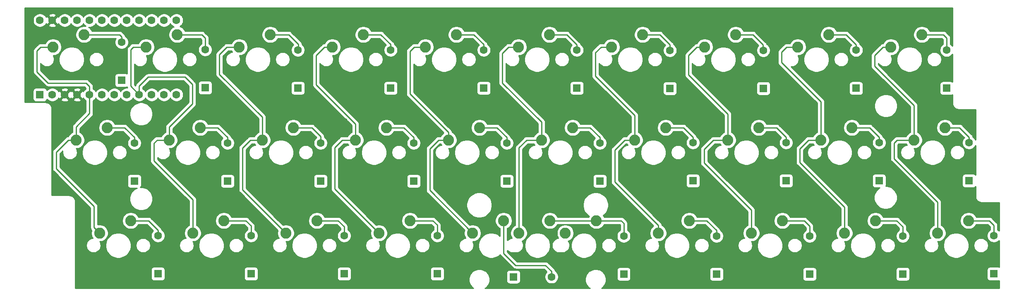
<source format=gbr>
G04 #@! TF.GenerationSoftware,KiCad,Pcbnew,(5.1.4-0-10_14)*
G04 #@! TF.CreationDate,2020-11-04T22:07:21-06:00*
G04 #@! TF.ProjectId,omega_solder,6f6d6567-615f-4736-9f6c-6465722e6b69,rev?*
G04 #@! TF.SameCoordinates,Original*
G04 #@! TF.FileFunction,Copper,L1,Top*
G04 #@! TF.FilePolarity,Positive*
%FSLAX46Y46*%
G04 Gerber Fmt 4.6, Leading zero omitted, Abs format (unit mm)*
G04 Created by KiCad (PCBNEW (5.1.4-0-10_14)) date 2020-11-04 22:07:21*
%MOMM*%
%LPD*%
G04 APERTURE LIST*
%ADD10R,1.600000X1.600000*%
%ADD11C,1.600000*%
%ADD12C,2.250000*%
%ADD13C,0.800000*%
%ADD14C,0.254000*%
%ADD15C,0.250000*%
G04 APERTURE END LIST*
D10*
X111823500Y-56795500D03*
D11*
X111823500Y-48995500D03*
D10*
X75755500Y-55208000D03*
D11*
X75755500Y-47408000D03*
D10*
X254254000Y-94832000D03*
D11*
X254254000Y-87032000D03*
D10*
X235610400Y-94882800D03*
D11*
X235610400Y-87082800D03*
D10*
X216535000Y-94895500D03*
D11*
X216535000Y-87095500D03*
D10*
X197485000Y-94895500D03*
D11*
X197485000Y-87095500D03*
D10*
X178498500Y-94895500D03*
D11*
X178498500Y-87095500D03*
X163716800Y-95453200D03*
D10*
X155916800Y-95453200D03*
X140335000Y-94832000D03*
D11*
X140335000Y-87032000D03*
D10*
X121285000Y-94832000D03*
D11*
X121285000Y-87032000D03*
D10*
X102235000Y-94832000D03*
D11*
X102235000Y-87032000D03*
D10*
X83185000Y-94832000D03*
D11*
X83185000Y-87032000D03*
D10*
X249174000Y-75782000D03*
D11*
X249174000Y-67982000D03*
D10*
X230759000Y-75782000D03*
D11*
X230759000Y-67982000D03*
D10*
X211709000Y-75782000D03*
D11*
X211709000Y-67982000D03*
D10*
X192659000Y-75782000D03*
D11*
X192659000Y-67982000D03*
D10*
X173609000Y-75845500D03*
D11*
X173609000Y-68045500D03*
D10*
X154559000Y-75845500D03*
D11*
X154559000Y-68045500D03*
D10*
X135509000Y-75845500D03*
D11*
X135509000Y-68045500D03*
D10*
X116459000Y-75845500D03*
D11*
X116459000Y-68045500D03*
D10*
X97409000Y-75845500D03*
D11*
X97409000Y-68045500D03*
D10*
X78359000Y-75845500D03*
D11*
X78359000Y-68045500D03*
D10*
X244602000Y-56833600D03*
D11*
X244602000Y-49033600D03*
D10*
X226060000Y-56833600D03*
D11*
X226060000Y-49033600D03*
D10*
X207073500Y-56859000D03*
D11*
X207073500Y-49059000D03*
D10*
X187960000Y-56859000D03*
D11*
X187960000Y-49059000D03*
D10*
X168910000Y-56795500D03*
D11*
X168910000Y-48995500D03*
D10*
X149860000Y-56795500D03*
D11*
X149860000Y-48995500D03*
D10*
X130810000Y-56795500D03*
D11*
X130810000Y-48995500D03*
D10*
X92837000Y-56732000D03*
D11*
X92837000Y-48932000D03*
D12*
X163385500Y-83947000D03*
X157035500Y-86487000D03*
X72771000Y-64897000D03*
X66421000Y-67437000D03*
X239522000Y-45847000D03*
X233172000Y-48387000D03*
X229997000Y-83947000D03*
X223647000Y-86487000D03*
X191897000Y-83947000D03*
X185547000Y-86487000D03*
X172897800Y-83947000D03*
X166547800Y-86487000D03*
X249047000Y-83947000D03*
X242697000Y-86487000D03*
X210947000Y-83947000D03*
X204597000Y-86487000D03*
X153924000Y-83947000D03*
X147574000Y-86487000D03*
X134747000Y-83947000D03*
X128397000Y-86487000D03*
X115697000Y-83947000D03*
X109347000Y-86487000D03*
X96647000Y-83947000D03*
X90297000Y-86487000D03*
X77597000Y-83947000D03*
X71247000Y-86487000D03*
X244221000Y-64897000D03*
X237871000Y-67437000D03*
X225171000Y-64897000D03*
X218821000Y-67437000D03*
X206121000Y-64897000D03*
X199771000Y-67437000D03*
X187071000Y-64897000D03*
X180721000Y-67437000D03*
X168021000Y-64897000D03*
X161671000Y-67437000D03*
X148971000Y-64897000D03*
X142621000Y-67437000D03*
X129921000Y-64897000D03*
X123571000Y-67437000D03*
X110871000Y-64897000D03*
X104521000Y-67437000D03*
X91821000Y-64897000D03*
X85471000Y-67437000D03*
X220472000Y-45847000D03*
X214122000Y-48387000D03*
X201422000Y-45847000D03*
X195072000Y-48387000D03*
X182372000Y-45847000D03*
X176022000Y-48387000D03*
X163322000Y-45847000D03*
X156972000Y-48387000D03*
X144272000Y-45847000D03*
X137922000Y-48387000D03*
X125222000Y-45847000D03*
X118872000Y-48387000D03*
X106172000Y-45847000D03*
X99822000Y-48387000D03*
X87122000Y-45847000D03*
X80772000Y-48387000D03*
X68072000Y-45847000D03*
X61722000Y-48387000D03*
D11*
X59029600Y-42926000D03*
X61569600Y-42926000D03*
X64109600Y-42926000D03*
X66649600Y-42926000D03*
X69189600Y-42926000D03*
X71729600Y-42926000D03*
X74269600Y-42926000D03*
X76809600Y-42926000D03*
X79349600Y-42926000D03*
X81889600Y-42926000D03*
X84429600Y-42926000D03*
X86969600Y-42926000D03*
X86969600Y-58166000D03*
X84429600Y-58166000D03*
X81889600Y-58166000D03*
X79349600Y-58166000D03*
X76809600Y-58166000D03*
X74269600Y-58166000D03*
X71729600Y-58166000D03*
X69189600Y-58166000D03*
X66649600Y-58166000D03*
X64109600Y-58166000D03*
X61569600Y-58166000D03*
D10*
X59029600Y-58166000D03*
D13*
X70739000Y-92964000D03*
X83312000Y-45847000D03*
X235204000Y-42037000D03*
X235204000Y-62738000D03*
X177292000Y-44196000D03*
X177698400Y-81584800D03*
X121539000Y-45466000D03*
X121539000Y-63373000D03*
X122301000Y-84963000D03*
X83121500Y-56324500D03*
X69977000Y-55372000D03*
X188404500Y-96583500D03*
X167513000Y-96266000D03*
X70421500Y-40767000D03*
D14*
X69662990Y-45847000D02*
X68072000Y-45847000D01*
X75325870Y-45847000D02*
X69662990Y-45847000D01*
X75755500Y-46276630D02*
X75325870Y-45847000D01*
X75755500Y-47408000D02*
X75755500Y-46276630D01*
X92837000Y-48932000D02*
X92837000Y-46545500D01*
X92138500Y-45847000D02*
X87122000Y-45847000D01*
X92837000Y-46545500D02*
X92138500Y-45847000D01*
X111887000Y-47800630D02*
X109933370Y-45847000D01*
X111887000Y-48932000D02*
X111887000Y-47800630D01*
X109933370Y-45847000D02*
X108712000Y-45847000D01*
X109347000Y-45847000D02*
X108712000Y-45847000D01*
X108712000Y-45847000D02*
X106172000Y-45847000D01*
X130810000Y-47864130D02*
X128792870Y-45847000D01*
X130810000Y-48995500D02*
X130810000Y-47864130D01*
X128792870Y-45847000D02*
X125222000Y-45847000D01*
X149860000Y-47864130D02*
X147842870Y-45847000D01*
X149860000Y-48995500D02*
X149860000Y-47864130D01*
X147842870Y-45847000D02*
X144272000Y-45847000D01*
X168910000Y-47927630D02*
X166829370Y-45847000D01*
X168910000Y-49059000D02*
X168910000Y-47927630D01*
X166829370Y-45847000D02*
X163322000Y-45847000D01*
X187960000Y-47927630D02*
X185879370Y-45847000D01*
X187960000Y-49059000D02*
X187960000Y-47927630D01*
X185879370Y-45847000D02*
X182372000Y-45847000D01*
X207010000Y-47927630D02*
X204929370Y-45847000D01*
X207010000Y-49059000D02*
X207010000Y-47927630D01*
X204929370Y-45847000D02*
X201422000Y-45847000D01*
X224004770Y-45847000D02*
X220472000Y-45847000D01*
X226060000Y-47902230D02*
X224004770Y-45847000D01*
X226060000Y-49033600D02*
X226060000Y-47902230D01*
X239522000Y-45847000D02*
X243916200Y-45847000D01*
X244602000Y-46532800D02*
X244602000Y-49033600D01*
X243916200Y-45847000D02*
X244602000Y-46532800D01*
X78359000Y-66914130D02*
X76341870Y-64897000D01*
X78359000Y-68045500D02*
X78359000Y-66914130D01*
X76341870Y-64897000D02*
X72771000Y-64897000D01*
X97409000Y-66914130D02*
X95391870Y-64897000D01*
X97409000Y-68045500D02*
X97409000Y-66914130D01*
X95391870Y-64897000D02*
X91821000Y-64897000D01*
X116459000Y-68045500D02*
X116459000Y-66675000D01*
X116459000Y-66675000D02*
X114681000Y-64897000D01*
X114681000Y-64897000D02*
X110871000Y-64897000D01*
X135509000Y-66914130D02*
X133491870Y-64897000D01*
X135509000Y-68045500D02*
X135509000Y-66914130D01*
X133491870Y-64897000D02*
X129921000Y-64897000D01*
X154559000Y-66914130D02*
X152541870Y-64897000D01*
X154559000Y-68045500D02*
X154559000Y-66914130D01*
X152541870Y-64897000D02*
X148971000Y-64897000D01*
X173609000Y-66914130D02*
X171591870Y-64897000D01*
X173609000Y-68045500D02*
X173609000Y-66914130D01*
X171591870Y-64897000D02*
X168021000Y-64897000D01*
X192659000Y-66850630D02*
X190705370Y-64897000D01*
X192659000Y-67982000D02*
X192659000Y-66850630D01*
X190705370Y-64897000D02*
X187071000Y-64897000D01*
X211709000Y-66850630D02*
X209755370Y-64897000D01*
X211709000Y-67982000D02*
X211709000Y-66850630D01*
X209755370Y-64897000D02*
X206121000Y-64897000D01*
X230759000Y-66850630D02*
X228805370Y-64897000D01*
X230759000Y-67982000D02*
X230759000Y-66850630D01*
X228805370Y-64897000D02*
X225171000Y-64897000D01*
X249174000Y-66850630D02*
X247220370Y-64897000D01*
X249174000Y-67982000D02*
X249174000Y-66850630D01*
X247220370Y-64897000D02*
X244221000Y-64897000D01*
X83185000Y-85900630D02*
X81231370Y-83947000D01*
X83185000Y-87032000D02*
X83185000Y-85900630D01*
X81231370Y-83947000D02*
X77597000Y-83947000D01*
X96647000Y-83947000D02*
X101168200Y-83947000D01*
X102235000Y-85013800D02*
X101168200Y-83947000D01*
X102235000Y-87032000D02*
X102235000Y-85013800D01*
X120065800Y-83947000D02*
X115697000Y-83947000D01*
X121285000Y-85166200D02*
X120065800Y-83947000D01*
X121285000Y-87032000D02*
X121285000Y-85166200D01*
X134747000Y-83947000D02*
X139420600Y-83947000D01*
X140335000Y-84861400D02*
X140335000Y-87032000D01*
X139420600Y-83947000D02*
X140335000Y-84861400D01*
X162484885Y-93089915D02*
X163716800Y-94321830D01*
X156386715Y-93089915D02*
X162484885Y-93089915D01*
X163716800Y-94321830D02*
X163716800Y-95453200D01*
X153924000Y-90627200D02*
X156386715Y-93089915D01*
X153924000Y-83947000D02*
X153924000Y-90627200D01*
X172897800Y-83947000D02*
X163385500Y-83947000D01*
X172897800Y-83947000D02*
X177977800Y-83947000D01*
X178498500Y-84467700D02*
X178498500Y-87095500D01*
X177977800Y-83947000D02*
X178498500Y-84467700D01*
X195467870Y-83947000D02*
X191897000Y-83947000D01*
X197485000Y-85964130D02*
X195467870Y-83947000D01*
X197485000Y-87095500D02*
X197485000Y-85964130D01*
X216535000Y-87095500D02*
X216535000Y-85064600D01*
X215417400Y-83947000D02*
X210947000Y-83947000D01*
X216535000Y-85064600D02*
X215417400Y-83947000D01*
X235610400Y-85191600D02*
X235610400Y-87082800D01*
X234365800Y-83947000D02*
X235610400Y-85191600D01*
X229997000Y-83947000D02*
X234365800Y-83947000D01*
D15*
X58420000Y-53467000D02*
X60706000Y-55753000D01*
X58420000Y-50800000D02*
X58420000Y-53467000D01*
D14*
X58420000Y-50800000D02*
X58420000Y-49149000D01*
X59182000Y-48387000D02*
X61722000Y-48387000D01*
X58420000Y-49149000D02*
X59182000Y-48387000D01*
X70122001Y-85362001D02*
X70122001Y-81044001D01*
X71247000Y-86487000D02*
X70122001Y-85362001D01*
X70122001Y-81044001D02*
X62357000Y-73279000D01*
X64830010Y-67437000D02*
X66421000Y-67437000D01*
X62357000Y-69910010D02*
X64830010Y-67437000D01*
X62357000Y-73279000D02*
X62357000Y-69910010D01*
D15*
X60706000Y-55753000D02*
X65862200Y-55753000D01*
D14*
X65862200Y-55753000D02*
X68453000Y-55753000D01*
X68453000Y-55753000D02*
X69189600Y-56489600D01*
X69189600Y-56489600D02*
X69189600Y-58166000D01*
X69189600Y-61976000D02*
X66421000Y-64744600D01*
X69189600Y-58166000D02*
X69189600Y-61976000D01*
X66421000Y-67437000D02*
X66421000Y-64744600D01*
X78105000Y-48387000D02*
X80772000Y-48387000D01*
X77597000Y-48895000D02*
X78105000Y-48387000D01*
X77597000Y-56413400D02*
X77597000Y-55803800D01*
X79349600Y-58166000D02*
X77597000Y-56413400D01*
X77597000Y-55803800D02*
X77597000Y-48895000D01*
X82994500Y-67437000D02*
X85471000Y-67437000D01*
X90297000Y-79629000D02*
X82359500Y-71691500D01*
X82359500Y-68072000D02*
X82994500Y-67437000D01*
X82359500Y-71691500D02*
X82359500Y-68072000D01*
X90297000Y-86487000D02*
X90297000Y-79629000D01*
X81159498Y-54546500D02*
X79349600Y-56356398D01*
X90233500Y-56070500D02*
X88709500Y-54546500D01*
X88709500Y-54546500D02*
X81159498Y-54546500D01*
X79349600Y-56356398D02*
X79349600Y-58166000D01*
X90233500Y-60007500D02*
X90233500Y-56070500D01*
X85471000Y-64770000D02*
X90233500Y-60007500D01*
X85471000Y-67437000D02*
X85471000Y-64770000D01*
X99822000Y-48387000D02*
X97282000Y-48387000D01*
X100457000Y-69088000D02*
X102108000Y-67437000D01*
X100457000Y-77597000D02*
X100457000Y-69088000D01*
X102108000Y-67437000D02*
X104521000Y-67437000D01*
X109347000Y-86487000D02*
X100457000Y-77597000D01*
X104521000Y-67437000D02*
X104521000Y-62738000D01*
X95758000Y-53975000D02*
X95758000Y-49911000D01*
X104521000Y-62738000D02*
X95758000Y-53975000D01*
X97282000Y-48387000D02*
X95758000Y-49911000D01*
D15*
X115570000Y-51435000D02*
X115570000Y-52000685D01*
D14*
X115570000Y-50098010D02*
X115570000Y-52197000D01*
X117281010Y-48387000D02*
X115570000Y-50098010D01*
X118872000Y-48387000D02*
X117281010Y-48387000D01*
D15*
X115570000Y-52000685D02*
X115570000Y-52197000D01*
D14*
X128397000Y-86487000D02*
X119380000Y-77470000D01*
X120904000Y-67437000D02*
X119380000Y-68961000D01*
X123571000Y-67437000D02*
X120904000Y-67437000D01*
X119380000Y-77470000D02*
X119380000Y-68961000D01*
X123571000Y-64135000D02*
X115570000Y-56134000D01*
X123571000Y-67437000D02*
X123571000Y-64135000D01*
D15*
X115570000Y-52197000D02*
X115570000Y-56134000D01*
D14*
X134747000Y-51435000D02*
X134747000Y-49276000D01*
X135636000Y-48387000D02*
X137922000Y-48387000D01*
X134747000Y-49276000D02*
X135636000Y-48387000D01*
X147574000Y-86487000D02*
X138811000Y-77724000D01*
X140589000Y-67437000D02*
X138811000Y-69215000D01*
X142621000Y-67437000D02*
X140589000Y-67437000D01*
X138811000Y-77724000D02*
X138811000Y-69215000D01*
X142621000Y-67437000D02*
X142621000Y-65846010D01*
X134747000Y-57972010D02*
X134747000Y-54737000D01*
X142621000Y-65846010D02*
X134747000Y-57972010D01*
D15*
X134747000Y-51435000D02*
X134747000Y-54737000D01*
D14*
X154940000Y-48387000D02*
X156972000Y-48387000D01*
X153670000Y-49657000D02*
X154940000Y-48387000D01*
X153670000Y-51562000D02*
X153670000Y-49657000D01*
X157035500Y-86487000D02*
X157035500Y-81089500D01*
X161671000Y-67437000D02*
X158623000Y-67437000D01*
X158623000Y-67437000D02*
X157035500Y-69024500D01*
X157035500Y-86487000D02*
X157035500Y-69024500D01*
X161671000Y-67437000D02*
X161671000Y-63754000D01*
X161671000Y-63754000D02*
X153670000Y-55753000D01*
D15*
X153670000Y-51562000D02*
X153670000Y-55753000D01*
D14*
X185547000Y-84896010D02*
X176657000Y-76006010D01*
X176657000Y-76006010D02*
X176657000Y-69469000D01*
X172720000Y-49530000D02*
X172720000Y-54356000D01*
X173863000Y-48387000D02*
X172720000Y-49530000D01*
X176022000Y-48387000D02*
X173863000Y-48387000D01*
X185547000Y-86487000D02*
X185547000Y-84896010D01*
X178689000Y-67437000D02*
X176657000Y-69469000D01*
X180721000Y-67437000D02*
X178689000Y-67437000D01*
X180721000Y-62357000D02*
X175482250Y-57118250D01*
X180721000Y-67437000D02*
X180721000Y-62357000D01*
X172720000Y-54356000D02*
X175482250Y-57118250D01*
X191770000Y-54102000D02*
X191770000Y-51054000D01*
X191770000Y-51054000D02*
X191770000Y-50927000D01*
X193481010Y-48387000D02*
X195072000Y-48387000D01*
X191770000Y-50098010D02*
X193481010Y-48387000D01*
X191770000Y-51054000D02*
X191770000Y-50098010D01*
X204597000Y-81788000D02*
X194945000Y-72136000D01*
X204597000Y-86487000D02*
X204597000Y-81788000D01*
X196850000Y-67437000D02*
X194945000Y-69342000D01*
X199771000Y-67437000D02*
X196850000Y-67437000D01*
X194945000Y-72136000D02*
X194945000Y-69342000D01*
X199771000Y-67437000D02*
X199771000Y-62103000D01*
X199771000Y-62103000D02*
X194627500Y-56959500D01*
X194627500Y-56959500D02*
X191770000Y-54102000D01*
X223647000Y-81153000D02*
X214503000Y-72009000D01*
X210820000Y-51562000D02*
X210820000Y-49403000D01*
X211836000Y-48387000D02*
X214122000Y-48387000D01*
X210820000Y-49403000D02*
X211836000Y-48387000D01*
X223647000Y-86487000D02*
X223647000Y-81153000D01*
X218821000Y-59563000D02*
X214026750Y-54768750D01*
X218821000Y-67437000D02*
X218821000Y-59563000D01*
X214026750Y-54768750D02*
X210820000Y-51562000D01*
X216281000Y-67437000D02*
X214503000Y-69215000D01*
X218821000Y-67437000D02*
X216281000Y-67437000D01*
X214503000Y-72009000D02*
X214503000Y-69215000D01*
X242697000Y-86487000D02*
X242697000Y-80137000D01*
X242697000Y-80137000D02*
X233807000Y-71247000D01*
X231581010Y-48387000D02*
X233172000Y-48387000D01*
X229870000Y-52324000D02*
X229870000Y-50098010D01*
X229870000Y-50098010D02*
X231581010Y-48387000D01*
X233807000Y-71247000D02*
X233807000Y-68707000D01*
X237871000Y-67437000D02*
X237871000Y-60325000D01*
X232283000Y-54737000D02*
X229870000Y-52324000D01*
X237871000Y-60325000D02*
X232283000Y-54737000D01*
X237871000Y-67437000D02*
X234442000Y-67437000D01*
X234442000Y-67437000D02*
X233807000Y-68072000D01*
X233807000Y-68707000D02*
X233807000Y-68072000D01*
X249047000Y-83947000D02*
X253314200Y-83947000D01*
X254254000Y-84886800D02*
X254254000Y-87032000D01*
X253314200Y-83947000D02*
X254254000Y-84886800D01*
G36*
X245772001Y-48201699D02*
G01*
X245716637Y-48118841D01*
X245516759Y-47918963D01*
X245364000Y-47816893D01*
X245364000Y-46570223D01*
X245367686Y-46532800D01*
X245357168Y-46426008D01*
X245352974Y-46383422D01*
X245309402Y-46239785D01*
X245249252Y-46127252D01*
X245238645Y-46107407D01*
X245203857Y-46065019D01*
X245143422Y-45991378D01*
X245114347Y-45967517D01*
X244481484Y-45334654D01*
X244457622Y-45305578D01*
X244341592Y-45210355D01*
X244209215Y-45139598D01*
X244065578Y-45096026D01*
X243953626Y-45085000D01*
X243953623Y-45085000D01*
X243916200Y-45081314D01*
X243878777Y-45085000D01*
X241111380Y-45085000D01*
X241081692Y-45013327D01*
X240889081Y-44725065D01*
X240643935Y-44479919D01*
X240355673Y-44287308D01*
X240035373Y-44154636D01*
X239695345Y-44087000D01*
X239348655Y-44087000D01*
X239008627Y-44154636D01*
X238688327Y-44287308D01*
X238400065Y-44479919D01*
X238154919Y-44725065D01*
X237962308Y-45013327D01*
X237829636Y-45333627D01*
X237762000Y-45673655D01*
X237762000Y-46020345D01*
X237829636Y-46360373D01*
X237962308Y-46680673D01*
X238154919Y-46968935D01*
X238400065Y-47214081D01*
X238688327Y-47406692D01*
X239008627Y-47539364D01*
X239348655Y-47607000D01*
X239695345Y-47607000D01*
X240035373Y-47539364D01*
X240355673Y-47406692D01*
X240643935Y-47214081D01*
X240889081Y-46968935D01*
X241081692Y-46680673D01*
X241111380Y-46609000D01*
X243600570Y-46609000D01*
X243840000Y-46848430D01*
X243840001Y-47816893D01*
X243687241Y-47918963D01*
X243487363Y-48118841D01*
X243330320Y-48353873D01*
X243222147Y-48615026D01*
X243167000Y-48892265D01*
X243167000Y-49174935D01*
X243222147Y-49452174D01*
X243330320Y-49713327D01*
X243487363Y-49948359D01*
X243687241Y-50148237D01*
X243922273Y-50305280D01*
X244183426Y-50413453D01*
X244460665Y-50468600D01*
X244743335Y-50468600D01*
X245020574Y-50413453D01*
X245281727Y-50305280D01*
X245516759Y-50148237D01*
X245716637Y-49948359D01*
X245772001Y-49865501D01*
X245772000Y-55515789D01*
X245756494Y-55503063D01*
X245646180Y-55444098D01*
X245526482Y-55407788D01*
X245402000Y-55395528D01*
X243802000Y-55395528D01*
X243677518Y-55407788D01*
X243557820Y-55444098D01*
X243447506Y-55503063D01*
X243350815Y-55582415D01*
X243271463Y-55679106D01*
X243212498Y-55789420D01*
X243176188Y-55909118D01*
X243163928Y-56033600D01*
X243163928Y-57633600D01*
X243176188Y-57758082D01*
X243212498Y-57877780D01*
X243271463Y-57988094D01*
X243350815Y-58084785D01*
X243447506Y-58164137D01*
X243557820Y-58223102D01*
X243677518Y-58259412D01*
X243802000Y-58271672D01*
X245402000Y-58271672D01*
X245526482Y-58259412D01*
X245646180Y-58223102D01*
X245756494Y-58164137D01*
X245772000Y-58151412D01*
X245772000Y-59980104D01*
X245775059Y-60011162D01*
X245775038Y-60014165D01*
X245776039Y-60024378D01*
X245781145Y-60072961D01*
X245782635Y-60088084D01*
X245782788Y-60088589D01*
X245786403Y-60122980D01*
X245799800Y-60188245D01*
X245812281Y-60253671D01*
X245815247Y-60263496D01*
X245844565Y-60358206D01*
X245870399Y-60419662D01*
X245895334Y-60481379D01*
X245900151Y-60490440D01*
X245947306Y-60577652D01*
X245984581Y-60632915D01*
X246021036Y-60688624D01*
X246027522Y-60696577D01*
X246090719Y-60772969D01*
X246138009Y-60819930D01*
X246184597Y-60867504D01*
X246192504Y-60874046D01*
X246269335Y-60936708D01*
X246324854Y-60973595D01*
X246379790Y-61011210D01*
X246388809Y-61016087D01*
X246388814Y-61016090D01*
X246388819Y-61016092D01*
X246476356Y-61062636D01*
X246537943Y-61088020D01*
X246599174Y-61114264D01*
X246608977Y-61117299D01*
X246703891Y-61145955D01*
X246769275Y-61158901D01*
X246834398Y-61172744D01*
X246844604Y-61173817D01*
X246943275Y-61183492D01*
X246943277Y-61183492D01*
X246978895Y-61187000D01*
X250471001Y-61187000D01*
X250471001Y-67363403D01*
X250445680Y-67302273D01*
X250288637Y-67067241D01*
X250088759Y-66867363D01*
X249930949Y-66761918D01*
X249924974Y-66701252D01*
X249881402Y-66557615D01*
X249810645Y-66425238D01*
X249715422Y-66309208D01*
X249686352Y-66285351D01*
X247785654Y-64384654D01*
X247761792Y-64355578D01*
X247645762Y-64260355D01*
X247513385Y-64189598D01*
X247369748Y-64146026D01*
X247257796Y-64135000D01*
X247257793Y-64135000D01*
X247220370Y-64131314D01*
X247182947Y-64135000D01*
X245810380Y-64135000D01*
X245780692Y-64063327D01*
X245588081Y-63775065D01*
X245342935Y-63529919D01*
X245054673Y-63337308D01*
X244734373Y-63204636D01*
X244394345Y-63137000D01*
X244047655Y-63137000D01*
X243707627Y-63204636D01*
X243387327Y-63337308D01*
X243099065Y-63529919D01*
X242853919Y-63775065D01*
X242661308Y-64063327D01*
X242528636Y-64383627D01*
X242461000Y-64723655D01*
X242461000Y-65070345D01*
X242528636Y-65410373D01*
X242661308Y-65730673D01*
X242853919Y-66018935D01*
X243099065Y-66264081D01*
X243387327Y-66456692D01*
X243707627Y-66589364D01*
X244047655Y-66657000D01*
X244394345Y-66657000D01*
X244734373Y-66589364D01*
X245054673Y-66456692D01*
X245342935Y-66264081D01*
X245588081Y-66018935D01*
X245780692Y-65730673D01*
X245810380Y-65659000D01*
X246904740Y-65659000D01*
X248186172Y-66940432D01*
X248059363Y-67067241D01*
X247902320Y-67302273D01*
X247794147Y-67563426D01*
X247739000Y-67840665D01*
X247739000Y-68123335D01*
X247794147Y-68400574D01*
X247902320Y-68661727D01*
X248059363Y-68896759D01*
X248259241Y-69096637D01*
X248494273Y-69253680D01*
X248755426Y-69361853D01*
X249032665Y-69417000D01*
X249315335Y-69417000D01*
X249592574Y-69361853D01*
X249853727Y-69253680D01*
X250088759Y-69096637D01*
X250288637Y-68896759D01*
X250445680Y-68661727D01*
X250471001Y-68600598D01*
X250471000Y-74586641D01*
X250425185Y-74530815D01*
X250328494Y-74451463D01*
X250218180Y-74392498D01*
X250098482Y-74356188D01*
X249974000Y-74343928D01*
X248374000Y-74343928D01*
X248249518Y-74356188D01*
X248129820Y-74392498D01*
X248019506Y-74451463D01*
X247922815Y-74530815D01*
X247843463Y-74627506D01*
X247784498Y-74737820D01*
X247748188Y-74857518D01*
X247735928Y-74982000D01*
X247735928Y-76582000D01*
X247748188Y-76706482D01*
X247784498Y-76826180D01*
X247843463Y-76936494D01*
X247922815Y-77033185D01*
X248019506Y-77112537D01*
X248129820Y-77171502D01*
X248249518Y-77207812D01*
X248374000Y-77220072D01*
X249974000Y-77220072D01*
X250098482Y-77207812D01*
X250218180Y-77171502D01*
X250328494Y-77112537D01*
X250425185Y-77033185D01*
X250471000Y-76977359D01*
X250471000Y-79030104D01*
X250474059Y-79061162D01*
X250474038Y-79064165D01*
X250475039Y-79074378D01*
X250480145Y-79122961D01*
X250481635Y-79138084D01*
X250481788Y-79138589D01*
X250485403Y-79172980D01*
X250498800Y-79238245D01*
X250511281Y-79303671D01*
X250514247Y-79313496D01*
X250543565Y-79408206D01*
X250569399Y-79469662D01*
X250594334Y-79531379D01*
X250599151Y-79540440D01*
X250646306Y-79627652D01*
X250683581Y-79682915D01*
X250720036Y-79738624D01*
X250726522Y-79746577D01*
X250789719Y-79822969D01*
X250837009Y-79869930D01*
X250883597Y-79917504D01*
X250891504Y-79924046D01*
X250968335Y-79986708D01*
X251023854Y-80023595D01*
X251078790Y-80061210D01*
X251087809Y-80066087D01*
X251087814Y-80066090D01*
X251087819Y-80066092D01*
X251175356Y-80112636D01*
X251236943Y-80138020D01*
X251298174Y-80164264D01*
X251307977Y-80167299D01*
X251402891Y-80195955D01*
X251468275Y-80208901D01*
X251533398Y-80222744D01*
X251543604Y-80223817D01*
X251642275Y-80233492D01*
X251642277Y-80233492D01*
X251677895Y-80237000D01*
X255297000Y-80237000D01*
X255297000Y-86045604D01*
X255168759Y-85917363D01*
X255016000Y-85815293D01*
X255016000Y-84924223D01*
X255019686Y-84886800D01*
X255010814Y-84796722D01*
X255004974Y-84737422D01*
X254961402Y-84593785D01*
X254912047Y-84501448D01*
X254890645Y-84461407D01*
X254819279Y-84374448D01*
X254795422Y-84345378D01*
X254766353Y-84321522D01*
X253879484Y-83434654D01*
X253855622Y-83405578D01*
X253739592Y-83310355D01*
X253607215Y-83239598D01*
X253463578Y-83196026D01*
X253351626Y-83185000D01*
X253351623Y-83185000D01*
X253314200Y-83181314D01*
X253276777Y-83185000D01*
X250636380Y-83185000D01*
X250606692Y-83113327D01*
X250414081Y-82825065D01*
X250168935Y-82579919D01*
X249880673Y-82387308D01*
X249560373Y-82254636D01*
X249220345Y-82187000D01*
X248873655Y-82187000D01*
X248533627Y-82254636D01*
X248213327Y-82387308D01*
X247925065Y-82579919D01*
X247679919Y-82825065D01*
X247487308Y-83113327D01*
X247354636Y-83433627D01*
X247287000Y-83773655D01*
X247287000Y-84120345D01*
X247354636Y-84460373D01*
X247487308Y-84780673D01*
X247679919Y-85068935D01*
X247925065Y-85314081D01*
X248213327Y-85506692D01*
X248533627Y-85639364D01*
X248873655Y-85707000D01*
X249220345Y-85707000D01*
X249560373Y-85639364D01*
X249880673Y-85506692D01*
X250168935Y-85314081D01*
X250414081Y-85068935D01*
X250606692Y-84780673D01*
X250636380Y-84709000D01*
X252998570Y-84709000D01*
X253492000Y-85202431D01*
X253492000Y-85815293D01*
X253339241Y-85917363D01*
X253139363Y-86117241D01*
X252982320Y-86352273D01*
X252874147Y-86613426D01*
X252819000Y-86890665D01*
X252819000Y-87173335D01*
X252874147Y-87450574D01*
X252982320Y-87711727D01*
X253139363Y-87946759D01*
X253339241Y-88146637D01*
X253574273Y-88303680D01*
X253835426Y-88411853D01*
X254112665Y-88467000D01*
X254395335Y-88467000D01*
X254672574Y-88411853D01*
X254933727Y-88303680D01*
X255168759Y-88146637D01*
X255297000Y-88018396D01*
X255297001Y-93442140D01*
X255178482Y-93406188D01*
X255054000Y-93393928D01*
X253454000Y-93393928D01*
X253329518Y-93406188D01*
X253209820Y-93442498D01*
X253099506Y-93501463D01*
X253002815Y-93580815D01*
X252923463Y-93677506D01*
X252864498Y-93787820D01*
X252828188Y-93907518D01*
X252815928Y-94032000D01*
X252815928Y-95632000D01*
X252828188Y-95756482D01*
X252864498Y-95876180D01*
X252923463Y-95986494D01*
X253002815Y-96083185D01*
X253099506Y-96162537D01*
X253209820Y-96221502D01*
X253329518Y-96257812D01*
X253454000Y-96270072D01*
X255054000Y-96270072D01*
X255178482Y-96257812D01*
X255297001Y-96221860D01*
X255297001Y-97817000D01*
X173936473Y-97817000D01*
X174128032Y-97689004D01*
X174428754Y-97388282D01*
X174665031Y-97034670D01*
X174827780Y-96641757D01*
X174910750Y-96224643D01*
X174910750Y-95799357D01*
X174827780Y-95382243D01*
X174665031Y-94989330D01*
X174428754Y-94635718D01*
X174128032Y-94334996D01*
X173774420Y-94098719D01*
X173766649Y-94095500D01*
X177060428Y-94095500D01*
X177060428Y-95695500D01*
X177072688Y-95819982D01*
X177108998Y-95939680D01*
X177167963Y-96049994D01*
X177247315Y-96146685D01*
X177344006Y-96226037D01*
X177454320Y-96285002D01*
X177574018Y-96321312D01*
X177698500Y-96333572D01*
X179298500Y-96333572D01*
X179422982Y-96321312D01*
X179542680Y-96285002D01*
X179652994Y-96226037D01*
X179749685Y-96146685D01*
X179829037Y-96049994D01*
X179888002Y-95939680D01*
X179924312Y-95819982D01*
X179936572Y-95695500D01*
X179936572Y-94095500D01*
X196046928Y-94095500D01*
X196046928Y-95695500D01*
X196059188Y-95819982D01*
X196095498Y-95939680D01*
X196154463Y-96049994D01*
X196233815Y-96146685D01*
X196330506Y-96226037D01*
X196440820Y-96285002D01*
X196560518Y-96321312D01*
X196685000Y-96333572D01*
X198285000Y-96333572D01*
X198409482Y-96321312D01*
X198529180Y-96285002D01*
X198639494Y-96226037D01*
X198736185Y-96146685D01*
X198815537Y-96049994D01*
X198874502Y-95939680D01*
X198910812Y-95819982D01*
X198923072Y-95695500D01*
X198923072Y-94095500D01*
X215096928Y-94095500D01*
X215096928Y-95695500D01*
X215109188Y-95819982D01*
X215145498Y-95939680D01*
X215204463Y-96049994D01*
X215283815Y-96146685D01*
X215380506Y-96226037D01*
X215490820Y-96285002D01*
X215610518Y-96321312D01*
X215735000Y-96333572D01*
X217335000Y-96333572D01*
X217459482Y-96321312D01*
X217579180Y-96285002D01*
X217689494Y-96226037D01*
X217786185Y-96146685D01*
X217865537Y-96049994D01*
X217924502Y-95939680D01*
X217960812Y-95819982D01*
X217973072Y-95695500D01*
X217973072Y-94095500D01*
X217971822Y-94082800D01*
X234172328Y-94082800D01*
X234172328Y-95682800D01*
X234184588Y-95807282D01*
X234220898Y-95926980D01*
X234279863Y-96037294D01*
X234359215Y-96133985D01*
X234455906Y-96213337D01*
X234566220Y-96272302D01*
X234685918Y-96308612D01*
X234810400Y-96320872D01*
X236410400Y-96320872D01*
X236534882Y-96308612D01*
X236654580Y-96272302D01*
X236764894Y-96213337D01*
X236861585Y-96133985D01*
X236940937Y-96037294D01*
X236999902Y-95926980D01*
X237036212Y-95807282D01*
X237048472Y-95682800D01*
X237048472Y-94082800D01*
X237036212Y-93958318D01*
X236999902Y-93838620D01*
X236940937Y-93728306D01*
X236861585Y-93631615D01*
X236764894Y-93552263D01*
X236654580Y-93493298D01*
X236534882Y-93456988D01*
X236410400Y-93444728D01*
X234810400Y-93444728D01*
X234685918Y-93456988D01*
X234566220Y-93493298D01*
X234455906Y-93552263D01*
X234359215Y-93631615D01*
X234279863Y-93728306D01*
X234220898Y-93838620D01*
X234184588Y-93958318D01*
X234172328Y-94082800D01*
X217971822Y-94082800D01*
X217960812Y-93971018D01*
X217924502Y-93851320D01*
X217865537Y-93741006D01*
X217786185Y-93644315D01*
X217689494Y-93564963D01*
X217579180Y-93505998D01*
X217459482Y-93469688D01*
X217335000Y-93457428D01*
X215735000Y-93457428D01*
X215610518Y-93469688D01*
X215490820Y-93505998D01*
X215380506Y-93564963D01*
X215283815Y-93644315D01*
X215204463Y-93741006D01*
X215145498Y-93851320D01*
X215109188Y-93971018D01*
X215096928Y-94095500D01*
X198923072Y-94095500D01*
X198910812Y-93971018D01*
X198874502Y-93851320D01*
X198815537Y-93741006D01*
X198736185Y-93644315D01*
X198639494Y-93564963D01*
X198529180Y-93505998D01*
X198409482Y-93469688D01*
X198285000Y-93457428D01*
X196685000Y-93457428D01*
X196560518Y-93469688D01*
X196440820Y-93505998D01*
X196330506Y-93564963D01*
X196233815Y-93644315D01*
X196154463Y-93741006D01*
X196095498Y-93851320D01*
X196059188Y-93971018D01*
X196046928Y-94095500D01*
X179936572Y-94095500D01*
X179924312Y-93971018D01*
X179888002Y-93851320D01*
X179829037Y-93741006D01*
X179749685Y-93644315D01*
X179652994Y-93564963D01*
X179542680Y-93505998D01*
X179422982Y-93469688D01*
X179298500Y-93457428D01*
X177698500Y-93457428D01*
X177574018Y-93469688D01*
X177454320Y-93505998D01*
X177344006Y-93564963D01*
X177247315Y-93644315D01*
X177167963Y-93741006D01*
X177108998Y-93851320D01*
X177072688Y-93971018D01*
X177060428Y-94095500D01*
X173766649Y-94095500D01*
X173381507Y-93935970D01*
X172964393Y-93853000D01*
X172539107Y-93853000D01*
X172121993Y-93935970D01*
X171729080Y-94098719D01*
X171375468Y-94334996D01*
X171074746Y-94635718D01*
X170838469Y-94989330D01*
X170675720Y-95382243D01*
X170592750Y-95799357D01*
X170592750Y-96224643D01*
X170675720Y-96641757D01*
X170838469Y-97034670D01*
X171074746Y-97388282D01*
X171375468Y-97689004D01*
X171567027Y-97817000D01*
X150123973Y-97817000D01*
X150315532Y-97689004D01*
X150616254Y-97388282D01*
X150852531Y-97034670D01*
X151015280Y-96641757D01*
X151098250Y-96224643D01*
X151098250Y-95799357D01*
X151015280Y-95382243D01*
X150852531Y-94989330D01*
X150627936Y-94653200D01*
X154478728Y-94653200D01*
X154478728Y-96253200D01*
X154490988Y-96377682D01*
X154527298Y-96497380D01*
X154586263Y-96607694D01*
X154665615Y-96704385D01*
X154762306Y-96783737D01*
X154872620Y-96842702D01*
X154992318Y-96879012D01*
X155116800Y-96891272D01*
X156716800Y-96891272D01*
X156841282Y-96879012D01*
X156960980Y-96842702D01*
X157071294Y-96783737D01*
X157167985Y-96704385D01*
X157247337Y-96607694D01*
X157306302Y-96497380D01*
X157342612Y-96377682D01*
X157354872Y-96253200D01*
X157354872Y-94653200D01*
X157342612Y-94528718D01*
X157306302Y-94409020D01*
X157247337Y-94298706D01*
X157167985Y-94202015D01*
X157071294Y-94122663D01*
X156960980Y-94063698D01*
X156841282Y-94027388D01*
X156716800Y-94015128D01*
X155116800Y-94015128D01*
X154992318Y-94027388D01*
X154872620Y-94063698D01*
X154762306Y-94122663D01*
X154665615Y-94202015D01*
X154586263Y-94298706D01*
X154527298Y-94409020D01*
X154490988Y-94528718D01*
X154478728Y-94653200D01*
X150627936Y-94653200D01*
X150616254Y-94635718D01*
X150315532Y-94334996D01*
X149961920Y-94098719D01*
X149569007Y-93935970D01*
X149151893Y-93853000D01*
X148726607Y-93853000D01*
X148309493Y-93935970D01*
X147916580Y-94098719D01*
X147562968Y-94334996D01*
X147262246Y-94635718D01*
X147025969Y-94989330D01*
X146863220Y-95382243D01*
X146780250Y-95799357D01*
X146780250Y-96224643D01*
X146863220Y-96641757D01*
X147025969Y-97034670D01*
X147262246Y-97388282D01*
X147562968Y-97689004D01*
X147754527Y-97817000D01*
X66267000Y-97817000D01*
X66267000Y-94032000D01*
X81746928Y-94032000D01*
X81746928Y-95632000D01*
X81759188Y-95756482D01*
X81795498Y-95876180D01*
X81854463Y-95986494D01*
X81933815Y-96083185D01*
X82030506Y-96162537D01*
X82140820Y-96221502D01*
X82260518Y-96257812D01*
X82385000Y-96270072D01*
X83985000Y-96270072D01*
X84109482Y-96257812D01*
X84229180Y-96221502D01*
X84339494Y-96162537D01*
X84436185Y-96083185D01*
X84515537Y-95986494D01*
X84574502Y-95876180D01*
X84610812Y-95756482D01*
X84623072Y-95632000D01*
X84623072Y-94032000D01*
X100796928Y-94032000D01*
X100796928Y-95632000D01*
X100809188Y-95756482D01*
X100845498Y-95876180D01*
X100904463Y-95986494D01*
X100983815Y-96083185D01*
X101080506Y-96162537D01*
X101190820Y-96221502D01*
X101310518Y-96257812D01*
X101435000Y-96270072D01*
X103035000Y-96270072D01*
X103159482Y-96257812D01*
X103279180Y-96221502D01*
X103389494Y-96162537D01*
X103486185Y-96083185D01*
X103565537Y-95986494D01*
X103624502Y-95876180D01*
X103660812Y-95756482D01*
X103673072Y-95632000D01*
X103673072Y-94032000D01*
X119846928Y-94032000D01*
X119846928Y-95632000D01*
X119859188Y-95756482D01*
X119895498Y-95876180D01*
X119954463Y-95986494D01*
X120033815Y-96083185D01*
X120130506Y-96162537D01*
X120240820Y-96221502D01*
X120360518Y-96257812D01*
X120485000Y-96270072D01*
X122085000Y-96270072D01*
X122209482Y-96257812D01*
X122329180Y-96221502D01*
X122439494Y-96162537D01*
X122536185Y-96083185D01*
X122615537Y-95986494D01*
X122674502Y-95876180D01*
X122710812Y-95756482D01*
X122723072Y-95632000D01*
X122723072Y-94032000D01*
X138896928Y-94032000D01*
X138896928Y-95632000D01*
X138909188Y-95756482D01*
X138945498Y-95876180D01*
X139004463Y-95986494D01*
X139083815Y-96083185D01*
X139180506Y-96162537D01*
X139290820Y-96221502D01*
X139410518Y-96257812D01*
X139535000Y-96270072D01*
X141135000Y-96270072D01*
X141259482Y-96257812D01*
X141379180Y-96221502D01*
X141489494Y-96162537D01*
X141586185Y-96083185D01*
X141665537Y-95986494D01*
X141724502Y-95876180D01*
X141760812Y-95756482D01*
X141773072Y-95632000D01*
X141773072Y-94032000D01*
X141760812Y-93907518D01*
X141724502Y-93787820D01*
X141665537Y-93677506D01*
X141586185Y-93580815D01*
X141489494Y-93501463D01*
X141379180Y-93442498D01*
X141259482Y-93406188D01*
X141135000Y-93393928D01*
X139535000Y-93393928D01*
X139410518Y-93406188D01*
X139290820Y-93442498D01*
X139180506Y-93501463D01*
X139083815Y-93580815D01*
X139004463Y-93677506D01*
X138945498Y-93787820D01*
X138909188Y-93907518D01*
X138896928Y-94032000D01*
X122723072Y-94032000D01*
X122710812Y-93907518D01*
X122674502Y-93787820D01*
X122615537Y-93677506D01*
X122536185Y-93580815D01*
X122439494Y-93501463D01*
X122329180Y-93442498D01*
X122209482Y-93406188D01*
X122085000Y-93393928D01*
X120485000Y-93393928D01*
X120360518Y-93406188D01*
X120240820Y-93442498D01*
X120130506Y-93501463D01*
X120033815Y-93580815D01*
X119954463Y-93677506D01*
X119895498Y-93787820D01*
X119859188Y-93907518D01*
X119846928Y-94032000D01*
X103673072Y-94032000D01*
X103660812Y-93907518D01*
X103624502Y-93787820D01*
X103565537Y-93677506D01*
X103486185Y-93580815D01*
X103389494Y-93501463D01*
X103279180Y-93442498D01*
X103159482Y-93406188D01*
X103035000Y-93393928D01*
X101435000Y-93393928D01*
X101310518Y-93406188D01*
X101190820Y-93442498D01*
X101080506Y-93501463D01*
X100983815Y-93580815D01*
X100904463Y-93677506D01*
X100845498Y-93787820D01*
X100809188Y-93907518D01*
X100796928Y-94032000D01*
X84623072Y-94032000D01*
X84610812Y-93907518D01*
X84574502Y-93787820D01*
X84515537Y-93677506D01*
X84436185Y-93580815D01*
X84339494Y-93501463D01*
X84229180Y-93442498D01*
X84109482Y-93406188D01*
X83985000Y-93393928D01*
X82385000Y-93393928D01*
X82260518Y-93406188D01*
X82140820Y-93442498D01*
X82030506Y-93501463D01*
X81933815Y-93580815D01*
X81854463Y-93677506D01*
X81795498Y-93787820D01*
X81759188Y-93907518D01*
X81746928Y-94032000D01*
X66267000Y-94032000D01*
X66267000Y-79973895D01*
X66263941Y-79942837D01*
X66263962Y-79939835D01*
X66262961Y-79929622D01*
X66257856Y-79881054D01*
X66256365Y-79865915D01*
X66256212Y-79865410D01*
X66252597Y-79831020D01*
X66239200Y-79765755D01*
X66226719Y-79700329D01*
X66223753Y-79690504D01*
X66194435Y-79595794D01*
X66168601Y-79534338D01*
X66143666Y-79472621D01*
X66138849Y-79463560D01*
X66091694Y-79376348D01*
X66054419Y-79321085D01*
X66017964Y-79265376D01*
X66011478Y-79257423D01*
X65948281Y-79181031D01*
X65901008Y-79134087D01*
X65854403Y-79086496D01*
X65846496Y-79079954D01*
X65769665Y-79017292D01*
X65714146Y-78980405D01*
X65659210Y-78942790D01*
X65650191Y-78937913D01*
X65650186Y-78937910D01*
X65650181Y-78937908D01*
X65562644Y-78891364D01*
X65501084Y-78865991D01*
X65439827Y-78839736D01*
X65430023Y-78836701D01*
X65335110Y-78808045D01*
X65269718Y-78795097D01*
X65204602Y-78781256D01*
X65194396Y-78780183D01*
X65095725Y-78770508D01*
X65095723Y-78770508D01*
X65060105Y-78767000D01*
X61441000Y-78767000D01*
X61441000Y-60923895D01*
X61437941Y-60892837D01*
X61437962Y-60889835D01*
X61436961Y-60879622D01*
X61431856Y-60831054D01*
X61430365Y-60815915D01*
X61430212Y-60815410D01*
X61426597Y-60781020D01*
X61413200Y-60715755D01*
X61400719Y-60650329D01*
X61397753Y-60640504D01*
X61368435Y-60545794D01*
X61342601Y-60484338D01*
X61317666Y-60422621D01*
X61312849Y-60413560D01*
X61265694Y-60326348D01*
X61228419Y-60271085D01*
X61191964Y-60215376D01*
X61185478Y-60207423D01*
X61122281Y-60131031D01*
X61075008Y-60084087D01*
X61028403Y-60036496D01*
X61020496Y-60029954D01*
X60943665Y-59967292D01*
X60888146Y-59930405D01*
X60833210Y-59892790D01*
X60824191Y-59887913D01*
X60824186Y-59887910D01*
X60824181Y-59887908D01*
X60736644Y-59841364D01*
X60675084Y-59815991D01*
X60613827Y-59789736D01*
X60604023Y-59786701D01*
X60509110Y-59758045D01*
X60443718Y-59745097D01*
X60378602Y-59731256D01*
X60368396Y-59730183D01*
X60269725Y-59720508D01*
X60269723Y-59720508D01*
X60234105Y-59717000D01*
X55980000Y-59717000D01*
X55980000Y-57366000D01*
X57591528Y-57366000D01*
X57591528Y-58966000D01*
X57603788Y-59090482D01*
X57640098Y-59210180D01*
X57699063Y-59320494D01*
X57778415Y-59417185D01*
X57875106Y-59496537D01*
X57985420Y-59555502D01*
X58105118Y-59591812D01*
X58229600Y-59604072D01*
X59829600Y-59604072D01*
X59954082Y-59591812D01*
X60073780Y-59555502D01*
X60184094Y-59496537D01*
X60280785Y-59417185D01*
X60360137Y-59320494D01*
X60419102Y-59210180D01*
X60455412Y-59090482D01*
X60456243Y-59082039D01*
X60654841Y-59280637D01*
X60889873Y-59437680D01*
X61151026Y-59545853D01*
X61428265Y-59601000D01*
X61710935Y-59601000D01*
X61988174Y-59545853D01*
X62249327Y-59437680D01*
X62484359Y-59280637D01*
X62606294Y-59158702D01*
X63296503Y-59158702D01*
X63368086Y-59402671D01*
X63623596Y-59523571D01*
X63897784Y-59592300D01*
X64180112Y-59606217D01*
X64459730Y-59564787D01*
X64725892Y-59469603D01*
X64851114Y-59402671D01*
X64922697Y-59158702D01*
X65836503Y-59158702D01*
X65908086Y-59402671D01*
X66163596Y-59523571D01*
X66437784Y-59592300D01*
X66720112Y-59606217D01*
X66999730Y-59564787D01*
X67265892Y-59469603D01*
X67391114Y-59402671D01*
X67462697Y-59158702D01*
X66649600Y-58345605D01*
X65836503Y-59158702D01*
X64922697Y-59158702D01*
X64109600Y-58345605D01*
X63296503Y-59158702D01*
X62606294Y-59158702D01*
X62684237Y-59080759D01*
X62840515Y-58846872D01*
X62872929Y-58907514D01*
X63116898Y-58979097D01*
X63929995Y-58166000D01*
X64289205Y-58166000D01*
X65102302Y-58979097D01*
X65346271Y-58907514D01*
X65377571Y-58841364D01*
X65412929Y-58907514D01*
X65656898Y-58979097D01*
X66469995Y-58166000D01*
X65656898Y-57352903D01*
X65412929Y-57424486D01*
X65381629Y-57490636D01*
X65346271Y-57424486D01*
X65102302Y-57352903D01*
X64289205Y-58166000D01*
X63929995Y-58166000D01*
X63116898Y-57352903D01*
X62872929Y-57424486D01*
X62842406Y-57488992D01*
X62841280Y-57486273D01*
X62684237Y-57251241D01*
X62606294Y-57173298D01*
X63296503Y-57173298D01*
X64109600Y-57986395D01*
X64922697Y-57173298D01*
X65836503Y-57173298D01*
X66649600Y-57986395D01*
X67462697Y-57173298D01*
X67391114Y-56929329D01*
X67135604Y-56808429D01*
X66861416Y-56739700D01*
X66579088Y-56725783D01*
X66299470Y-56767213D01*
X66033308Y-56862397D01*
X65908086Y-56929329D01*
X65836503Y-57173298D01*
X64922697Y-57173298D01*
X64851114Y-56929329D01*
X64595604Y-56808429D01*
X64321416Y-56739700D01*
X64039088Y-56725783D01*
X63759470Y-56767213D01*
X63493308Y-56862397D01*
X63368086Y-56929329D01*
X63296503Y-57173298D01*
X62606294Y-57173298D01*
X62484359Y-57051363D01*
X62249327Y-56894320D01*
X61988174Y-56786147D01*
X61710935Y-56731000D01*
X61428265Y-56731000D01*
X61151026Y-56786147D01*
X60889873Y-56894320D01*
X60654841Y-57051363D01*
X60456243Y-57249961D01*
X60455412Y-57241518D01*
X60419102Y-57121820D01*
X60360137Y-57011506D01*
X60280785Y-56914815D01*
X60184094Y-56835463D01*
X60073780Y-56776498D01*
X59954082Y-56740188D01*
X59829600Y-56727928D01*
X58229600Y-56727928D01*
X58105118Y-56740188D01*
X57985420Y-56776498D01*
X57875106Y-56835463D01*
X57778415Y-56914815D01*
X57699063Y-57011506D01*
X57640098Y-57121820D01*
X57603788Y-57241518D01*
X57591528Y-57366000D01*
X55980000Y-57366000D01*
X55980000Y-49149000D01*
X57654314Y-49149000D01*
X57658001Y-49186433D01*
X57658000Y-50837425D01*
X57660000Y-50857732D01*
X57660001Y-53429668D01*
X57656324Y-53467000D01*
X57660001Y-53504333D01*
X57668470Y-53590314D01*
X57670998Y-53615985D01*
X57714454Y-53759246D01*
X57785026Y-53891276D01*
X57835372Y-53952622D01*
X57880000Y-54007001D01*
X57908998Y-54030799D01*
X60142201Y-56264003D01*
X60165999Y-56293001D01*
X60281724Y-56387974D01*
X60413753Y-56458546D01*
X60557014Y-56502003D01*
X60668667Y-56513000D01*
X60668676Y-56513000D01*
X60705999Y-56516676D01*
X60743322Y-56513000D01*
X65804467Y-56513000D01*
X65824774Y-56515000D01*
X68137370Y-56515000D01*
X68427600Y-56805230D01*
X68427600Y-56949293D01*
X68274841Y-57051363D01*
X68074963Y-57251241D01*
X67918685Y-57485128D01*
X67886271Y-57424486D01*
X67642302Y-57352903D01*
X66829205Y-58166000D01*
X67642302Y-58979097D01*
X67886271Y-58907514D01*
X67916794Y-58843008D01*
X67917920Y-58845727D01*
X68074963Y-59080759D01*
X68274841Y-59280637D01*
X68427600Y-59382707D01*
X68427601Y-61660369D01*
X65908649Y-64179321D01*
X65879579Y-64203178D01*
X65855722Y-64232248D01*
X65855721Y-64232249D01*
X65784355Y-64319208D01*
X65713599Y-64451585D01*
X65670027Y-64595222D01*
X65655314Y-64744600D01*
X65659001Y-64782033D01*
X65659001Y-65847620D01*
X65587327Y-65877308D01*
X65299065Y-66069919D01*
X65053919Y-66315065D01*
X64861308Y-66603327D01*
X64833024Y-66671611D01*
X64830009Y-66671314D01*
X64792586Y-66675000D01*
X64792584Y-66675000D01*
X64680632Y-66686026D01*
X64536995Y-66729598D01*
X64404618Y-66800355D01*
X64288588Y-66895578D01*
X64264731Y-66924648D01*
X61844649Y-69344731D01*
X61815579Y-69368588D01*
X61791722Y-69397658D01*
X61791721Y-69397659D01*
X61720355Y-69484618D01*
X61649599Y-69616995D01*
X61606027Y-69760632D01*
X61591314Y-69910010D01*
X61595001Y-69947443D01*
X61595000Y-73241577D01*
X61591314Y-73279000D01*
X61595000Y-73316423D01*
X61595000Y-73316425D01*
X61606026Y-73428377D01*
X61649598Y-73572014D01*
X61649599Y-73572015D01*
X61720355Y-73704392D01*
X61759983Y-73752678D01*
X61815578Y-73820422D01*
X61844654Y-73844284D01*
X69360002Y-81359632D01*
X69360001Y-85324578D01*
X69356315Y-85362001D01*
X69360001Y-85399424D01*
X69360001Y-85399426D01*
X69371027Y-85511378D01*
X69414599Y-85655015D01*
X69414600Y-85655016D01*
X69485356Y-85787393D01*
X69507809Y-85814752D01*
X69580579Y-85903423D01*
X69582920Y-85905344D01*
X69554636Y-85973627D01*
X69487000Y-86313655D01*
X69487000Y-86660345D01*
X69554636Y-87000373D01*
X69687308Y-87320673D01*
X69819638Y-87518719D01*
X69536549Y-87575029D01*
X69261747Y-87688856D01*
X69014431Y-87854107D01*
X68804107Y-88064431D01*
X68638856Y-88311747D01*
X68525029Y-88586549D01*
X68467000Y-88878278D01*
X68467000Y-89175722D01*
X68525029Y-89467451D01*
X68638856Y-89742253D01*
X68804107Y-89989569D01*
X69014431Y-90199893D01*
X69261747Y-90365144D01*
X69536549Y-90478971D01*
X69828278Y-90537000D01*
X70125722Y-90537000D01*
X70417451Y-90478971D01*
X70692253Y-90365144D01*
X70939569Y-90199893D01*
X71149893Y-89989569D01*
X71315144Y-89742253D01*
X71428971Y-89467451D01*
X71487000Y-89175722D01*
X71487000Y-88878278D01*
X71465080Y-88768076D01*
X72428100Y-88768076D01*
X72428100Y-89285924D01*
X72529127Y-89793822D01*
X72727299Y-90272251D01*
X73015000Y-90702826D01*
X73381174Y-91069000D01*
X73811749Y-91356701D01*
X74290178Y-91554873D01*
X74798076Y-91655900D01*
X75315924Y-91655900D01*
X75823822Y-91554873D01*
X76302251Y-91356701D01*
X76732826Y-91069000D01*
X77099000Y-90702826D01*
X77386701Y-90272251D01*
X77584873Y-89793822D01*
X77685900Y-89285924D01*
X77685900Y-88878278D01*
X78627000Y-88878278D01*
X78627000Y-89175722D01*
X78685029Y-89467451D01*
X78798856Y-89742253D01*
X78964107Y-89989569D01*
X79174431Y-90199893D01*
X79421747Y-90365144D01*
X79696549Y-90478971D01*
X79988278Y-90537000D01*
X80285722Y-90537000D01*
X80577451Y-90478971D01*
X80852253Y-90365144D01*
X81099569Y-90199893D01*
X81309893Y-89989569D01*
X81475144Y-89742253D01*
X81588971Y-89467451D01*
X81647000Y-89175722D01*
X81647000Y-88878278D01*
X81588971Y-88586549D01*
X81475144Y-88311747D01*
X81309893Y-88064431D01*
X81099569Y-87854107D01*
X80852253Y-87688856D01*
X80577451Y-87575029D01*
X80285722Y-87517000D01*
X79988278Y-87517000D01*
X79696549Y-87575029D01*
X79421747Y-87688856D01*
X79174431Y-87854107D01*
X78964107Y-88064431D01*
X78798856Y-88311747D01*
X78685029Y-88586549D01*
X78627000Y-88878278D01*
X77685900Y-88878278D01*
X77685900Y-88768076D01*
X77584873Y-88260178D01*
X77386701Y-87781749D01*
X77099000Y-87351174D01*
X76732826Y-86985000D01*
X76302251Y-86697299D01*
X75823822Y-86499127D01*
X75315924Y-86398100D01*
X74798076Y-86398100D01*
X74290178Y-86499127D01*
X73811749Y-86697299D01*
X73381174Y-86985000D01*
X73015000Y-87351174D01*
X72727299Y-87781749D01*
X72529127Y-88260178D01*
X72428100Y-88768076D01*
X71465080Y-88768076D01*
X71428971Y-88586549D01*
X71315144Y-88311747D01*
X71271882Y-88247000D01*
X71420345Y-88247000D01*
X71760373Y-88179364D01*
X72080673Y-88046692D01*
X72368935Y-87854081D01*
X72614081Y-87608935D01*
X72806692Y-87320673D01*
X72939364Y-87000373D01*
X73007000Y-86660345D01*
X73007000Y-86313655D01*
X72939364Y-85973627D01*
X72806692Y-85653327D01*
X72614081Y-85365065D01*
X72368935Y-85119919D01*
X72080673Y-84927308D01*
X71760373Y-84794636D01*
X71420345Y-84727000D01*
X71073655Y-84727000D01*
X70884001Y-84764725D01*
X70884001Y-83773655D01*
X75837000Y-83773655D01*
X75837000Y-84120345D01*
X75904636Y-84460373D01*
X76037308Y-84780673D01*
X76229919Y-85068935D01*
X76475065Y-85314081D01*
X76763327Y-85506692D01*
X77083627Y-85639364D01*
X77423655Y-85707000D01*
X77770345Y-85707000D01*
X78110373Y-85639364D01*
X78430673Y-85506692D01*
X78718935Y-85314081D01*
X78964081Y-85068935D01*
X79156692Y-84780673D01*
X79186380Y-84709000D01*
X80915740Y-84709000D01*
X82197172Y-85990432D01*
X82070363Y-86117241D01*
X81913320Y-86352273D01*
X81805147Y-86613426D01*
X81750000Y-86890665D01*
X81750000Y-87173335D01*
X81805147Y-87450574D01*
X81913320Y-87711727D01*
X82070363Y-87946759D01*
X82270241Y-88146637D01*
X82505273Y-88303680D01*
X82766426Y-88411853D01*
X83043665Y-88467000D01*
X83326335Y-88467000D01*
X83603574Y-88411853D01*
X83864727Y-88303680D01*
X84099759Y-88146637D01*
X84299637Y-87946759D01*
X84456680Y-87711727D01*
X84564853Y-87450574D01*
X84620000Y-87173335D01*
X84620000Y-86890665D01*
X84564853Y-86613426D01*
X84456680Y-86352273D01*
X84299637Y-86117241D01*
X84099759Y-85917363D01*
X83941949Y-85811918D01*
X83935974Y-85751252D01*
X83892402Y-85607615D01*
X83821645Y-85475238D01*
X83726422Y-85359208D01*
X83697352Y-85335351D01*
X81796654Y-83434654D01*
X81772792Y-83405578D01*
X81656762Y-83310355D01*
X81524385Y-83239598D01*
X81380748Y-83196026D01*
X81268796Y-83185000D01*
X81268793Y-83185000D01*
X81231370Y-83181314D01*
X81193947Y-83185000D01*
X79186380Y-83185000D01*
X79156692Y-83113327D01*
X78964081Y-82825065D01*
X78718935Y-82579919D01*
X78430673Y-82387308D01*
X78110373Y-82254636D01*
X77770345Y-82187000D01*
X77423655Y-82187000D01*
X77083627Y-82254636D01*
X76763327Y-82387308D01*
X76475065Y-82579919D01*
X76229919Y-82825065D01*
X76037308Y-83113327D01*
X75904636Y-83433627D01*
X75837000Y-83773655D01*
X70884001Y-83773655D01*
X70884001Y-81081424D01*
X70887687Y-81044001D01*
X70883710Y-81003621D01*
X70872975Y-80894623D01*
X70829403Y-80750986D01*
X70765655Y-80631721D01*
X70758646Y-80618608D01*
X70707936Y-80556819D01*
X70663423Y-80502579D01*
X70634347Y-80478717D01*
X65201130Y-75045500D01*
X76920928Y-75045500D01*
X76920928Y-76645500D01*
X76933188Y-76769982D01*
X76969498Y-76889680D01*
X77028463Y-76999994D01*
X77107815Y-77096685D01*
X77204506Y-77176037D01*
X77314820Y-77235002D01*
X77434518Y-77271312D01*
X77559000Y-77283572D01*
X78879453Y-77283572D01*
X78626279Y-77388440D01*
X78235651Y-77649450D01*
X77903450Y-77981651D01*
X77642440Y-78372279D01*
X77462654Y-78806321D01*
X77371000Y-79267098D01*
X77371000Y-79736902D01*
X77462654Y-80197679D01*
X77642440Y-80631721D01*
X77903450Y-81022349D01*
X78235651Y-81354550D01*
X78626279Y-81615560D01*
X79060321Y-81795346D01*
X79521098Y-81887000D01*
X79990902Y-81887000D01*
X80451679Y-81795346D01*
X80885721Y-81615560D01*
X81276349Y-81354550D01*
X81608550Y-81022349D01*
X81869560Y-80631721D01*
X82049346Y-80197679D01*
X82141000Y-79736902D01*
X82141000Y-79267098D01*
X82049346Y-78806321D01*
X81869560Y-78372279D01*
X81608550Y-77981651D01*
X81276349Y-77649450D01*
X80885721Y-77388440D01*
X80451679Y-77208654D01*
X79990902Y-77117000D01*
X79585431Y-77117000D01*
X79610185Y-77096685D01*
X79689537Y-76999994D01*
X79748502Y-76889680D01*
X79784812Y-76769982D01*
X79797072Y-76645500D01*
X79797072Y-75045500D01*
X79784812Y-74921018D01*
X79748502Y-74801320D01*
X79689537Y-74691006D01*
X79610185Y-74594315D01*
X79513494Y-74514963D01*
X79403180Y-74455998D01*
X79283482Y-74419688D01*
X79159000Y-74407428D01*
X77559000Y-74407428D01*
X77434518Y-74419688D01*
X77314820Y-74455998D01*
X77204506Y-74514963D01*
X77107815Y-74594315D01*
X77028463Y-74691006D01*
X76969498Y-74801320D01*
X76933188Y-74921018D01*
X76920928Y-75045500D01*
X65201130Y-75045500D01*
X63119000Y-72963370D01*
X63119000Y-70225640D01*
X63671948Y-69672692D01*
X63641000Y-69828278D01*
X63641000Y-70125722D01*
X63699029Y-70417451D01*
X63812856Y-70692253D01*
X63978107Y-70939569D01*
X64188431Y-71149893D01*
X64435747Y-71315144D01*
X64710549Y-71428971D01*
X65002278Y-71487000D01*
X65299722Y-71487000D01*
X65591451Y-71428971D01*
X65866253Y-71315144D01*
X66113569Y-71149893D01*
X66323893Y-70939569D01*
X66489144Y-70692253D01*
X66602971Y-70417451D01*
X66661000Y-70125722D01*
X66661000Y-69828278D01*
X66639080Y-69718076D01*
X67602100Y-69718076D01*
X67602100Y-70235924D01*
X67703127Y-70743822D01*
X67901299Y-71222251D01*
X68189000Y-71652826D01*
X68555174Y-72019000D01*
X68985749Y-72306701D01*
X69464178Y-72504873D01*
X69972076Y-72605900D01*
X70489924Y-72605900D01*
X70997822Y-72504873D01*
X71476251Y-72306701D01*
X71906826Y-72019000D01*
X72273000Y-71652826D01*
X72560701Y-71222251D01*
X72758873Y-70743822D01*
X72859900Y-70235924D01*
X72859900Y-69828278D01*
X73801000Y-69828278D01*
X73801000Y-70125722D01*
X73859029Y-70417451D01*
X73972856Y-70692253D01*
X74138107Y-70939569D01*
X74348431Y-71149893D01*
X74595747Y-71315144D01*
X74870549Y-71428971D01*
X75162278Y-71487000D01*
X75459722Y-71487000D01*
X75751451Y-71428971D01*
X76026253Y-71315144D01*
X76273569Y-71149893D01*
X76483893Y-70939569D01*
X76649144Y-70692253D01*
X76762971Y-70417451D01*
X76821000Y-70125722D01*
X76821000Y-69828278D01*
X76762971Y-69536549D01*
X76649144Y-69261747D01*
X76483893Y-69014431D01*
X76273569Y-68804107D01*
X76026253Y-68638856D01*
X75751451Y-68525029D01*
X75459722Y-68467000D01*
X75162278Y-68467000D01*
X74870549Y-68525029D01*
X74595747Y-68638856D01*
X74348431Y-68804107D01*
X74138107Y-69014431D01*
X73972856Y-69261747D01*
X73859029Y-69536549D01*
X73801000Y-69828278D01*
X72859900Y-69828278D01*
X72859900Y-69718076D01*
X72758873Y-69210178D01*
X72560701Y-68731749D01*
X72273000Y-68301174D01*
X71906826Y-67935000D01*
X71476251Y-67647299D01*
X70997822Y-67449127D01*
X70489924Y-67348100D01*
X69972076Y-67348100D01*
X69464178Y-67449127D01*
X68985749Y-67647299D01*
X68555174Y-67935000D01*
X68189000Y-68301174D01*
X67901299Y-68731749D01*
X67703127Y-69210178D01*
X67602100Y-69718076D01*
X66639080Y-69718076D01*
X66602971Y-69536549D01*
X66489144Y-69261747D01*
X66445882Y-69197000D01*
X66594345Y-69197000D01*
X66934373Y-69129364D01*
X67254673Y-68996692D01*
X67542935Y-68804081D01*
X67788081Y-68558935D01*
X67980692Y-68270673D01*
X68113364Y-67950373D01*
X68181000Y-67610345D01*
X68181000Y-67263655D01*
X68113364Y-66923627D01*
X67980692Y-66603327D01*
X67788081Y-66315065D01*
X67542935Y-66069919D01*
X67254673Y-65877308D01*
X67183000Y-65847620D01*
X67183000Y-65060230D01*
X67519575Y-64723655D01*
X71011000Y-64723655D01*
X71011000Y-65070345D01*
X71078636Y-65410373D01*
X71211308Y-65730673D01*
X71403919Y-66018935D01*
X71649065Y-66264081D01*
X71937327Y-66456692D01*
X72257627Y-66589364D01*
X72597655Y-66657000D01*
X72944345Y-66657000D01*
X73284373Y-66589364D01*
X73604673Y-66456692D01*
X73892935Y-66264081D01*
X74138081Y-66018935D01*
X74330692Y-65730673D01*
X74360380Y-65659000D01*
X76026240Y-65659000D01*
X77371172Y-67003932D01*
X77244363Y-67130741D01*
X77087320Y-67365773D01*
X76979147Y-67626926D01*
X76924000Y-67904165D01*
X76924000Y-68186835D01*
X76979147Y-68464074D01*
X77087320Y-68725227D01*
X77244363Y-68960259D01*
X77444241Y-69160137D01*
X77679273Y-69317180D01*
X77940426Y-69425353D01*
X78217665Y-69480500D01*
X78500335Y-69480500D01*
X78777574Y-69425353D01*
X79038727Y-69317180D01*
X79273759Y-69160137D01*
X79473637Y-68960259D01*
X79630680Y-68725227D01*
X79738853Y-68464074D01*
X79794000Y-68186835D01*
X79794000Y-67904165D01*
X79738853Y-67626926D01*
X79630680Y-67365773D01*
X79473637Y-67130741D01*
X79273759Y-66930863D01*
X79115948Y-66825418D01*
X79115846Y-66824378D01*
X79109974Y-66764752D01*
X79066402Y-66621115D01*
X79015360Y-66525622D01*
X78995645Y-66488737D01*
X78932084Y-66411289D01*
X78900422Y-66372708D01*
X78871346Y-66348846D01*
X76907154Y-64384654D01*
X76883292Y-64355578D01*
X76767262Y-64260355D01*
X76634885Y-64189598D01*
X76491248Y-64146026D01*
X76379296Y-64135000D01*
X76379293Y-64135000D01*
X76341870Y-64131314D01*
X76304447Y-64135000D01*
X74360380Y-64135000D01*
X74330692Y-64063327D01*
X74138081Y-63775065D01*
X73892935Y-63529919D01*
X73604673Y-63337308D01*
X73284373Y-63204636D01*
X72944345Y-63137000D01*
X72597655Y-63137000D01*
X72257627Y-63204636D01*
X71937327Y-63337308D01*
X71649065Y-63529919D01*
X71403919Y-63775065D01*
X71211308Y-64063327D01*
X71078636Y-64383627D01*
X71011000Y-64723655D01*
X67519575Y-64723655D01*
X69701946Y-62541284D01*
X69731022Y-62517422D01*
X69791457Y-62443781D01*
X69826245Y-62401393D01*
X69873701Y-62312608D01*
X69897002Y-62269015D01*
X69940574Y-62125378D01*
X69951600Y-62013426D01*
X69951600Y-62013423D01*
X69955286Y-61976000D01*
X69951600Y-61938577D01*
X69951600Y-61868098D01*
X77371000Y-61868098D01*
X77371000Y-62337902D01*
X77462654Y-62798679D01*
X77642440Y-63232721D01*
X77903450Y-63623349D01*
X78235651Y-63955550D01*
X78626279Y-64216560D01*
X79060321Y-64396346D01*
X79521098Y-64488000D01*
X79990902Y-64488000D01*
X80451679Y-64396346D01*
X80885721Y-64216560D01*
X81276349Y-63955550D01*
X81608550Y-63623349D01*
X81869560Y-63232721D01*
X82049346Y-62798679D01*
X82141000Y-62337902D01*
X82141000Y-61868098D01*
X82049346Y-61407321D01*
X81869560Y-60973279D01*
X81608550Y-60582651D01*
X81276349Y-60250450D01*
X80885721Y-59989440D01*
X80451679Y-59809654D01*
X79990902Y-59718000D01*
X79521098Y-59718000D01*
X79060321Y-59809654D01*
X78626279Y-59989440D01*
X78235651Y-60250450D01*
X77903450Y-60582651D01*
X77642440Y-60973279D01*
X77462654Y-61407321D01*
X77371000Y-61868098D01*
X69951600Y-61868098D01*
X69951600Y-59382707D01*
X70104359Y-59280637D01*
X70304237Y-59080759D01*
X70459600Y-58848241D01*
X70614963Y-59080759D01*
X70814841Y-59280637D01*
X71049873Y-59437680D01*
X71311026Y-59545853D01*
X71588265Y-59601000D01*
X71870935Y-59601000D01*
X72148174Y-59545853D01*
X72409327Y-59437680D01*
X72644359Y-59280637D01*
X72844237Y-59080759D01*
X72999600Y-58848241D01*
X73154963Y-59080759D01*
X73354841Y-59280637D01*
X73589873Y-59437680D01*
X73851026Y-59545853D01*
X74128265Y-59601000D01*
X74410935Y-59601000D01*
X74688174Y-59545853D01*
X74949327Y-59437680D01*
X75184359Y-59280637D01*
X75384237Y-59080759D01*
X75539600Y-58848241D01*
X75694963Y-59080759D01*
X75894841Y-59280637D01*
X76129873Y-59437680D01*
X76391026Y-59545853D01*
X76668265Y-59601000D01*
X76950935Y-59601000D01*
X77228174Y-59545853D01*
X77489327Y-59437680D01*
X77724359Y-59280637D01*
X77924237Y-59080759D01*
X78079600Y-58848241D01*
X78234963Y-59080759D01*
X78434841Y-59280637D01*
X78669873Y-59437680D01*
X78931026Y-59545853D01*
X79208265Y-59601000D01*
X79490935Y-59601000D01*
X79768174Y-59545853D01*
X80029327Y-59437680D01*
X80264359Y-59280637D01*
X80464237Y-59080759D01*
X80619600Y-58848241D01*
X80774963Y-59080759D01*
X80974841Y-59280637D01*
X81209873Y-59437680D01*
X81471026Y-59545853D01*
X81748265Y-59601000D01*
X82030935Y-59601000D01*
X82308174Y-59545853D01*
X82569327Y-59437680D01*
X82804359Y-59280637D01*
X83004237Y-59080759D01*
X83159600Y-58848241D01*
X83314963Y-59080759D01*
X83514841Y-59280637D01*
X83749873Y-59437680D01*
X84011026Y-59545853D01*
X84288265Y-59601000D01*
X84570935Y-59601000D01*
X84848174Y-59545853D01*
X85109327Y-59437680D01*
X85344359Y-59280637D01*
X85544237Y-59080759D01*
X85699600Y-58848241D01*
X85854963Y-59080759D01*
X86054841Y-59280637D01*
X86289873Y-59437680D01*
X86551026Y-59545853D01*
X86828265Y-59601000D01*
X87110935Y-59601000D01*
X87388174Y-59545853D01*
X87649327Y-59437680D01*
X87884359Y-59280637D01*
X88084237Y-59080759D01*
X88241280Y-58845727D01*
X88349453Y-58584574D01*
X88404600Y-58307335D01*
X88404600Y-58024665D01*
X88349453Y-57747426D01*
X88241280Y-57486273D01*
X88084237Y-57251241D01*
X87884359Y-57051363D01*
X87649327Y-56894320D01*
X87388174Y-56786147D01*
X87110935Y-56731000D01*
X86828265Y-56731000D01*
X86551026Y-56786147D01*
X86289873Y-56894320D01*
X86054841Y-57051363D01*
X85854963Y-57251241D01*
X85699600Y-57483759D01*
X85544237Y-57251241D01*
X85344359Y-57051363D01*
X85109327Y-56894320D01*
X84848174Y-56786147D01*
X84570935Y-56731000D01*
X84288265Y-56731000D01*
X84011026Y-56786147D01*
X83749873Y-56894320D01*
X83514841Y-57051363D01*
X83314963Y-57251241D01*
X83159600Y-57483759D01*
X83004237Y-57251241D01*
X82804359Y-57051363D01*
X82569327Y-56894320D01*
X82308174Y-56786147D01*
X82030935Y-56731000D01*
X81748265Y-56731000D01*
X81471026Y-56786147D01*
X81209873Y-56894320D01*
X80974841Y-57051363D01*
X80774963Y-57251241D01*
X80619600Y-57483759D01*
X80464237Y-57251241D01*
X80264359Y-57051363D01*
X80111600Y-56949293D01*
X80111600Y-56672028D01*
X81475129Y-55308500D01*
X88393870Y-55308500D01*
X89471501Y-56386132D01*
X89471500Y-59691869D01*
X84958649Y-64204721D01*
X84929579Y-64228578D01*
X84905722Y-64257648D01*
X84905721Y-64257649D01*
X84834355Y-64344608D01*
X84763599Y-64476985D01*
X84720027Y-64620622D01*
X84705314Y-64770000D01*
X84709001Y-64807433D01*
X84709001Y-65847620D01*
X84637327Y-65877308D01*
X84349065Y-66069919D01*
X84103919Y-66315065D01*
X83911308Y-66603327D01*
X83881620Y-66675000D01*
X83031923Y-66675000D01*
X82994500Y-66671314D01*
X82957077Y-66675000D01*
X82957074Y-66675000D01*
X82845122Y-66686026D01*
X82701485Y-66729598D01*
X82639864Y-66762535D01*
X82569107Y-66800355D01*
X82526719Y-66835143D01*
X82453078Y-66895578D01*
X82429216Y-66924654D01*
X81847149Y-67506721D01*
X81818079Y-67530578D01*
X81794222Y-67559648D01*
X81794221Y-67559649D01*
X81722855Y-67646608D01*
X81652099Y-67778985D01*
X81608527Y-67922622D01*
X81593814Y-68072000D01*
X81597501Y-68109433D01*
X81597500Y-71654077D01*
X81593814Y-71691500D01*
X81597500Y-71728923D01*
X81597500Y-71728925D01*
X81608526Y-71840877D01*
X81652098Y-71984514D01*
X81670531Y-72019000D01*
X81722855Y-72116892D01*
X81738537Y-72136000D01*
X81818078Y-72232922D01*
X81847154Y-72256784D01*
X89535001Y-79944632D01*
X89535000Y-84897620D01*
X89463327Y-84927308D01*
X89175065Y-85119919D01*
X88929919Y-85365065D01*
X88737308Y-85653327D01*
X88604636Y-85973627D01*
X88537000Y-86313655D01*
X88537000Y-86660345D01*
X88604636Y-87000373D01*
X88737308Y-87320673D01*
X88869638Y-87518719D01*
X88586549Y-87575029D01*
X88311747Y-87688856D01*
X88064431Y-87854107D01*
X87854107Y-88064431D01*
X87688856Y-88311747D01*
X87575029Y-88586549D01*
X87517000Y-88878278D01*
X87517000Y-89175722D01*
X87575029Y-89467451D01*
X87688856Y-89742253D01*
X87854107Y-89989569D01*
X88064431Y-90199893D01*
X88311747Y-90365144D01*
X88586549Y-90478971D01*
X88878278Y-90537000D01*
X89175722Y-90537000D01*
X89467451Y-90478971D01*
X89742253Y-90365144D01*
X89989569Y-90199893D01*
X90199893Y-89989569D01*
X90365144Y-89742253D01*
X90478971Y-89467451D01*
X90537000Y-89175722D01*
X90537000Y-88878278D01*
X90515080Y-88768076D01*
X91478100Y-88768076D01*
X91478100Y-89285924D01*
X91579127Y-89793822D01*
X91777299Y-90272251D01*
X92065000Y-90702826D01*
X92431174Y-91069000D01*
X92861749Y-91356701D01*
X93340178Y-91554873D01*
X93848076Y-91655900D01*
X94365924Y-91655900D01*
X94873822Y-91554873D01*
X95352251Y-91356701D01*
X95782826Y-91069000D01*
X96149000Y-90702826D01*
X96436701Y-90272251D01*
X96634873Y-89793822D01*
X96735900Y-89285924D01*
X96735900Y-88878278D01*
X97677000Y-88878278D01*
X97677000Y-89175722D01*
X97735029Y-89467451D01*
X97848856Y-89742253D01*
X98014107Y-89989569D01*
X98224431Y-90199893D01*
X98471747Y-90365144D01*
X98746549Y-90478971D01*
X99038278Y-90537000D01*
X99335722Y-90537000D01*
X99627451Y-90478971D01*
X99902253Y-90365144D01*
X100149569Y-90199893D01*
X100359893Y-89989569D01*
X100525144Y-89742253D01*
X100638971Y-89467451D01*
X100697000Y-89175722D01*
X100697000Y-88878278D01*
X100638971Y-88586549D01*
X100525144Y-88311747D01*
X100359893Y-88064431D01*
X100149569Y-87854107D01*
X99902253Y-87688856D01*
X99627451Y-87575029D01*
X99335722Y-87517000D01*
X99038278Y-87517000D01*
X98746549Y-87575029D01*
X98471747Y-87688856D01*
X98224431Y-87854107D01*
X98014107Y-88064431D01*
X97848856Y-88311747D01*
X97735029Y-88586549D01*
X97677000Y-88878278D01*
X96735900Y-88878278D01*
X96735900Y-88768076D01*
X96634873Y-88260178D01*
X96436701Y-87781749D01*
X96149000Y-87351174D01*
X95782826Y-86985000D01*
X95352251Y-86697299D01*
X94873822Y-86499127D01*
X94365924Y-86398100D01*
X93848076Y-86398100D01*
X93340178Y-86499127D01*
X92861749Y-86697299D01*
X92431174Y-86985000D01*
X92065000Y-87351174D01*
X91777299Y-87781749D01*
X91579127Y-88260178D01*
X91478100Y-88768076D01*
X90515080Y-88768076D01*
X90478971Y-88586549D01*
X90365144Y-88311747D01*
X90321882Y-88247000D01*
X90470345Y-88247000D01*
X90810373Y-88179364D01*
X91130673Y-88046692D01*
X91418935Y-87854081D01*
X91664081Y-87608935D01*
X91856692Y-87320673D01*
X91989364Y-87000373D01*
X92057000Y-86660345D01*
X92057000Y-86313655D01*
X91989364Y-85973627D01*
X91856692Y-85653327D01*
X91664081Y-85365065D01*
X91418935Y-85119919D01*
X91130673Y-84927308D01*
X91059000Y-84897620D01*
X91059000Y-83773655D01*
X94887000Y-83773655D01*
X94887000Y-84120345D01*
X94954636Y-84460373D01*
X95087308Y-84780673D01*
X95279919Y-85068935D01*
X95525065Y-85314081D01*
X95813327Y-85506692D01*
X96133627Y-85639364D01*
X96473655Y-85707000D01*
X96820345Y-85707000D01*
X97160373Y-85639364D01*
X97480673Y-85506692D01*
X97768935Y-85314081D01*
X98014081Y-85068935D01*
X98206692Y-84780673D01*
X98236380Y-84709000D01*
X100852570Y-84709000D01*
X101473001Y-85329432D01*
X101473001Y-85815293D01*
X101320241Y-85917363D01*
X101120363Y-86117241D01*
X100963320Y-86352273D01*
X100855147Y-86613426D01*
X100800000Y-86890665D01*
X100800000Y-87173335D01*
X100855147Y-87450574D01*
X100963320Y-87711727D01*
X101120363Y-87946759D01*
X101320241Y-88146637D01*
X101555273Y-88303680D01*
X101816426Y-88411853D01*
X102093665Y-88467000D01*
X102376335Y-88467000D01*
X102653574Y-88411853D01*
X102914727Y-88303680D01*
X103149759Y-88146637D01*
X103349637Y-87946759D01*
X103506680Y-87711727D01*
X103614853Y-87450574D01*
X103670000Y-87173335D01*
X103670000Y-86890665D01*
X103614853Y-86613426D01*
X103506680Y-86352273D01*
X103349637Y-86117241D01*
X103149759Y-85917363D01*
X102997000Y-85815293D01*
X102997000Y-85051222D01*
X103000686Y-85013799D01*
X102997000Y-84976374D01*
X102985974Y-84864422D01*
X102942402Y-84720785D01*
X102871645Y-84588408D01*
X102776422Y-84472378D01*
X102747352Y-84448521D01*
X101733484Y-83434654D01*
X101709622Y-83405578D01*
X101593592Y-83310355D01*
X101461215Y-83239598D01*
X101317578Y-83196026D01*
X101205626Y-83185000D01*
X101205623Y-83185000D01*
X101168200Y-83181314D01*
X101130777Y-83185000D01*
X98236380Y-83185000D01*
X98206692Y-83113327D01*
X98014081Y-82825065D01*
X97768935Y-82579919D01*
X97480673Y-82387308D01*
X97160373Y-82254636D01*
X96820345Y-82187000D01*
X96473655Y-82187000D01*
X96133627Y-82254636D01*
X95813327Y-82387308D01*
X95525065Y-82579919D01*
X95279919Y-82825065D01*
X95087308Y-83113327D01*
X94954636Y-83433627D01*
X94887000Y-83773655D01*
X91059000Y-83773655D01*
X91059000Y-79666422D01*
X91062686Y-79628999D01*
X91057745Y-79578830D01*
X91047974Y-79479622D01*
X91004402Y-79335985D01*
X90933645Y-79203608D01*
X90838422Y-79087578D01*
X90809352Y-79063721D01*
X86791131Y-75045500D01*
X95970928Y-75045500D01*
X95970928Y-76645500D01*
X95983188Y-76769982D01*
X96019498Y-76889680D01*
X96078463Y-76999994D01*
X96157815Y-77096685D01*
X96254506Y-77176037D01*
X96364820Y-77235002D01*
X96484518Y-77271312D01*
X96609000Y-77283572D01*
X98209000Y-77283572D01*
X98333482Y-77271312D01*
X98453180Y-77235002D01*
X98563494Y-77176037D01*
X98660185Y-77096685D01*
X98739537Y-76999994D01*
X98798502Y-76889680D01*
X98834812Y-76769982D01*
X98847072Y-76645500D01*
X98847072Y-75045500D01*
X98834812Y-74921018D01*
X98798502Y-74801320D01*
X98739537Y-74691006D01*
X98660185Y-74594315D01*
X98563494Y-74514963D01*
X98453180Y-74455998D01*
X98333482Y-74419688D01*
X98209000Y-74407428D01*
X96609000Y-74407428D01*
X96484518Y-74419688D01*
X96364820Y-74455998D01*
X96254506Y-74514963D01*
X96157815Y-74594315D01*
X96078463Y-74691006D01*
X96019498Y-74801320D01*
X95983188Y-74921018D01*
X95970928Y-75045500D01*
X86791131Y-75045500D01*
X83121500Y-71375870D01*
X83121500Y-71032962D01*
X83238431Y-71149893D01*
X83485747Y-71315144D01*
X83760549Y-71428971D01*
X84052278Y-71487000D01*
X84349722Y-71487000D01*
X84641451Y-71428971D01*
X84916253Y-71315144D01*
X85163569Y-71149893D01*
X85373893Y-70939569D01*
X85539144Y-70692253D01*
X85652971Y-70417451D01*
X85711000Y-70125722D01*
X85711000Y-69828278D01*
X85689080Y-69718076D01*
X86652100Y-69718076D01*
X86652100Y-70235924D01*
X86753127Y-70743822D01*
X86951299Y-71222251D01*
X87239000Y-71652826D01*
X87605174Y-72019000D01*
X88035749Y-72306701D01*
X88514178Y-72504873D01*
X89022076Y-72605900D01*
X89539924Y-72605900D01*
X90047822Y-72504873D01*
X90526251Y-72306701D01*
X90956826Y-72019000D01*
X91323000Y-71652826D01*
X91610701Y-71222251D01*
X91808873Y-70743822D01*
X91909900Y-70235924D01*
X91909900Y-69828278D01*
X92851000Y-69828278D01*
X92851000Y-70125722D01*
X92909029Y-70417451D01*
X93022856Y-70692253D01*
X93188107Y-70939569D01*
X93398431Y-71149893D01*
X93645747Y-71315144D01*
X93920549Y-71428971D01*
X94212278Y-71487000D01*
X94509722Y-71487000D01*
X94801451Y-71428971D01*
X95076253Y-71315144D01*
X95323569Y-71149893D01*
X95533893Y-70939569D01*
X95699144Y-70692253D01*
X95812971Y-70417451D01*
X95871000Y-70125722D01*
X95871000Y-69828278D01*
X95812971Y-69536549D01*
X95699144Y-69261747D01*
X95533893Y-69014431D01*
X95323569Y-68804107D01*
X95076253Y-68638856D01*
X94801451Y-68525029D01*
X94509722Y-68467000D01*
X94212278Y-68467000D01*
X93920549Y-68525029D01*
X93645747Y-68638856D01*
X93398431Y-68804107D01*
X93188107Y-69014431D01*
X93022856Y-69261747D01*
X92909029Y-69536549D01*
X92851000Y-69828278D01*
X91909900Y-69828278D01*
X91909900Y-69718076D01*
X91808873Y-69210178D01*
X91610701Y-68731749D01*
X91323000Y-68301174D01*
X90956826Y-67935000D01*
X90526251Y-67647299D01*
X90047822Y-67449127D01*
X89539924Y-67348100D01*
X89022076Y-67348100D01*
X88514178Y-67449127D01*
X88035749Y-67647299D01*
X87605174Y-67935000D01*
X87239000Y-68301174D01*
X86951299Y-68731749D01*
X86753127Y-69210178D01*
X86652100Y-69718076D01*
X85689080Y-69718076D01*
X85652971Y-69536549D01*
X85539144Y-69261747D01*
X85495882Y-69197000D01*
X85644345Y-69197000D01*
X85984373Y-69129364D01*
X86304673Y-68996692D01*
X86592935Y-68804081D01*
X86838081Y-68558935D01*
X87030692Y-68270673D01*
X87163364Y-67950373D01*
X87231000Y-67610345D01*
X87231000Y-67263655D01*
X87163364Y-66923627D01*
X87030692Y-66603327D01*
X86838081Y-66315065D01*
X86592935Y-66069919D01*
X86304673Y-65877308D01*
X86233000Y-65847620D01*
X86233000Y-65085630D01*
X86594975Y-64723655D01*
X90061000Y-64723655D01*
X90061000Y-65070345D01*
X90128636Y-65410373D01*
X90261308Y-65730673D01*
X90453919Y-66018935D01*
X90699065Y-66264081D01*
X90987327Y-66456692D01*
X91307627Y-66589364D01*
X91647655Y-66657000D01*
X91994345Y-66657000D01*
X92334373Y-66589364D01*
X92654673Y-66456692D01*
X92942935Y-66264081D01*
X93188081Y-66018935D01*
X93380692Y-65730673D01*
X93410380Y-65659000D01*
X95076240Y-65659000D01*
X96421172Y-67003932D01*
X96294363Y-67130741D01*
X96137320Y-67365773D01*
X96029147Y-67626926D01*
X95974000Y-67904165D01*
X95974000Y-68186835D01*
X96029147Y-68464074D01*
X96137320Y-68725227D01*
X96294363Y-68960259D01*
X96494241Y-69160137D01*
X96729273Y-69317180D01*
X96990426Y-69425353D01*
X97267665Y-69480500D01*
X97550335Y-69480500D01*
X97827574Y-69425353D01*
X98088727Y-69317180D01*
X98323759Y-69160137D01*
X98523637Y-68960259D01*
X98680680Y-68725227D01*
X98788853Y-68464074D01*
X98844000Y-68186835D01*
X98844000Y-67904165D01*
X98788853Y-67626926D01*
X98680680Y-67365773D01*
X98523637Y-67130741D01*
X98323759Y-66930863D01*
X98165948Y-66825418D01*
X98165846Y-66824378D01*
X98159974Y-66764752D01*
X98116402Y-66621115D01*
X98065360Y-66525622D01*
X98045645Y-66488737D01*
X97982084Y-66411289D01*
X97950422Y-66372708D01*
X97921346Y-66348846D01*
X95957154Y-64384654D01*
X95933292Y-64355578D01*
X95817262Y-64260355D01*
X95684885Y-64189598D01*
X95541248Y-64146026D01*
X95429296Y-64135000D01*
X95429293Y-64135000D01*
X95391870Y-64131314D01*
X95354447Y-64135000D01*
X93410380Y-64135000D01*
X93380692Y-64063327D01*
X93188081Y-63775065D01*
X92942935Y-63529919D01*
X92654673Y-63337308D01*
X92334373Y-63204636D01*
X91994345Y-63137000D01*
X91647655Y-63137000D01*
X91307627Y-63204636D01*
X90987327Y-63337308D01*
X90699065Y-63529919D01*
X90453919Y-63775065D01*
X90261308Y-64063327D01*
X90128636Y-64383627D01*
X90061000Y-64723655D01*
X86594975Y-64723655D01*
X90745853Y-60572778D01*
X90774922Y-60548922D01*
X90870145Y-60432892D01*
X90940902Y-60300515D01*
X90984474Y-60156878D01*
X90995500Y-60044926D01*
X90995500Y-60044924D01*
X90999186Y-60007501D01*
X90995500Y-59970078D01*
X90995500Y-56107922D01*
X90999186Y-56070499D01*
X90991799Y-55995500D01*
X90985546Y-55932000D01*
X91398928Y-55932000D01*
X91398928Y-57532000D01*
X91411188Y-57656482D01*
X91447498Y-57776180D01*
X91506463Y-57886494D01*
X91585815Y-57983185D01*
X91682506Y-58062537D01*
X91792820Y-58121502D01*
X91912518Y-58157812D01*
X92037000Y-58170072D01*
X93637000Y-58170072D01*
X93761482Y-58157812D01*
X93881180Y-58121502D01*
X93991494Y-58062537D01*
X94088185Y-57983185D01*
X94167537Y-57886494D01*
X94226502Y-57776180D01*
X94262812Y-57656482D01*
X94275072Y-57532000D01*
X94275072Y-55932000D01*
X94262812Y-55807518D01*
X94226502Y-55687820D01*
X94167537Y-55577506D01*
X94088185Y-55480815D01*
X93991494Y-55401463D01*
X93881180Y-55342498D01*
X93761482Y-55306188D01*
X93637000Y-55293928D01*
X92037000Y-55293928D01*
X91912518Y-55306188D01*
X91792820Y-55342498D01*
X91682506Y-55401463D01*
X91585815Y-55480815D01*
X91506463Y-55577506D01*
X91447498Y-55687820D01*
X91411188Y-55807518D01*
X91398928Y-55932000D01*
X90985546Y-55932000D01*
X90984474Y-55921122D01*
X90940902Y-55777485D01*
X90870145Y-55645108D01*
X90774922Y-55529078D01*
X90745852Y-55505221D01*
X89274784Y-54034154D01*
X89250922Y-54005078D01*
X89134892Y-53909855D01*
X89002515Y-53839098D01*
X88858878Y-53795526D01*
X88746926Y-53784500D01*
X88746923Y-53784500D01*
X88709500Y-53780814D01*
X88672077Y-53784500D01*
X81196920Y-53784500D01*
X81159497Y-53780814D01*
X81122074Y-53784500D01*
X81122072Y-53784500D01*
X81010120Y-53795526D01*
X80866483Y-53839098D01*
X80734106Y-53909855D01*
X80618076Y-54005078D01*
X80594219Y-54034148D01*
X78837254Y-55791114D01*
X78808178Y-55814976D01*
X78752583Y-55882720D01*
X78712955Y-55931006D01*
X78712424Y-55932000D01*
X78642198Y-56063384D01*
X78598626Y-56207021D01*
X78591106Y-56283378D01*
X78586937Y-56325707D01*
X78359000Y-56097770D01*
X78359000Y-51919462D01*
X78539431Y-52099893D01*
X78786747Y-52265144D01*
X79061549Y-52378971D01*
X79353278Y-52437000D01*
X79650722Y-52437000D01*
X79942451Y-52378971D01*
X80217253Y-52265144D01*
X80464569Y-52099893D01*
X80674893Y-51889569D01*
X80840144Y-51642253D01*
X80953971Y-51367451D01*
X81012000Y-51075722D01*
X81012000Y-50778278D01*
X80990080Y-50668076D01*
X81953100Y-50668076D01*
X81953100Y-51185924D01*
X82054127Y-51693822D01*
X82252299Y-52172251D01*
X82540000Y-52602826D01*
X82906174Y-52969000D01*
X83336749Y-53256701D01*
X83815178Y-53454873D01*
X84323076Y-53555900D01*
X84840924Y-53555900D01*
X85348822Y-53454873D01*
X85827251Y-53256701D01*
X86257826Y-52969000D01*
X86624000Y-52602826D01*
X86911701Y-52172251D01*
X87109873Y-51693822D01*
X87210900Y-51185924D01*
X87210900Y-50778278D01*
X88152000Y-50778278D01*
X88152000Y-51075722D01*
X88210029Y-51367451D01*
X88323856Y-51642253D01*
X88489107Y-51889569D01*
X88699431Y-52099893D01*
X88946747Y-52265144D01*
X89221549Y-52378971D01*
X89513278Y-52437000D01*
X89810722Y-52437000D01*
X90102451Y-52378971D01*
X90377253Y-52265144D01*
X90624569Y-52099893D01*
X90834893Y-51889569D01*
X91000144Y-51642253D01*
X91113971Y-51367451D01*
X91172000Y-51075722D01*
X91172000Y-50778278D01*
X91113971Y-50486549D01*
X91000144Y-50211747D01*
X90834893Y-49964431D01*
X90624569Y-49754107D01*
X90377253Y-49588856D01*
X90102451Y-49475029D01*
X89810722Y-49417000D01*
X89513278Y-49417000D01*
X89221549Y-49475029D01*
X88946747Y-49588856D01*
X88699431Y-49754107D01*
X88489107Y-49964431D01*
X88323856Y-50211747D01*
X88210029Y-50486549D01*
X88152000Y-50778278D01*
X87210900Y-50778278D01*
X87210900Y-50668076D01*
X87109873Y-50160178D01*
X86911701Y-49681749D01*
X86624000Y-49251174D01*
X86257826Y-48885000D01*
X85827251Y-48597299D01*
X85348822Y-48399127D01*
X84840924Y-48298100D01*
X84323076Y-48298100D01*
X83815178Y-48399127D01*
X83336749Y-48597299D01*
X82906174Y-48885000D01*
X82540000Y-49251174D01*
X82252299Y-49681749D01*
X82054127Y-50160178D01*
X81953100Y-50668076D01*
X80990080Y-50668076D01*
X80953971Y-50486549D01*
X80840144Y-50211747D01*
X80796882Y-50147000D01*
X80945345Y-50147000D01*
X81285373Y-50079364D01*
X81605673Y-49946692D01*
X81893935Y-49754081D01*
X82139081Y-49508935D01*
X82331692Y-49220673D01*
X82464364Y-48900373D01*
X82532000Y-48560345D01*
X82532000Y-48213655D01*
X82464364Y-47873627D01*
X82331692Y-47553327D01*
X82139081Y-47265065D01*
X81893935Y-47019919D01*
X81605673Y-46827308D01*
X81285373Y-46694636D01*
X80945345Y-46627000D01*
X80598655Y-46627000D01*
X80258627Y-46694636D01*
X79938327Y-46827308D01*
X79650065Y-47019919D01*
X79404919Y-47265065D01*
X79212308Y-47553327D01*
X79182620Y-47625000D01*
X78142415Y-47625000D01*
X78104999Y-47621315D01*
X78067583Y-47625000D01*
X78067574Y-47625000D01*
X77955622Y-47636026D01*
X77811985Y-47679598D01*
X77679608Y-47750355D01*
X77563578Y-47845578D01*
X77539716Y-47874654D01*
X77084649Y-48329721D01*
X77055579Y-48353578D01*
X77031722Y-48382648D01*
X77031721Y-48382649D01*
X76960355Y-48469608D01*
X76889599Y-48601985D01*
X76846027Y-48745622D01*
X76831314Y-48895000D01*
X76835001Y-48932433D01*
X76835000Y-53837377D01*
X76799680Y-53818498D01*
X76679982Y-53782188D01*
X76555500Y-53769928D01*
X74955500Y-53769928D01*
X74831018Y-53782188D01*
X74711320Y-53818498D01*
X74601006Y-53877463D01*
X74504315Y-53956815D01*
X74424963Y-54053506D01*
X74365998Y-54163820D01*
X74329688Y-54283518D01*
X74317428Y-54408000D01*
X74317428Y-56008000D01*
X74329688Y-56132482D01*
X74365998Y-56252180D01*
X74424963Y-56362494D01*
X74504315Y-56459185D01*
X74601006Y-56538537D01*
X74711320Y-56597502D01*
X74831018Y-56633812D01*
X74955500Y-56646072D01*
X76555500Y-56646072D01*
X76679982Y-56633812D01*
X76799680Y-56597502D01*
X76848624Y-56571341D01*
X76889598Y-56706414D01*
X76902739Y-56731000D01*
X76668265Y-56731000D01*
X76391026Y-56786147D01*
X76129873Y-56894320D01*
X75894841Y-57051363D01*
X75694963Y-57251241D01*
X75539600Y-57483759D01*
X75384237Y-57251241D01*
X75184359Y-57051363D01*
X74949327Y-56894320D01*
X74688174Y-56786147D01*
X74410935Y-56731000D01*
X74128265Y-56731000D01*
X73851026Y-56786147D01*
X73589873Y-56894320D01*
X73354841Y-57051363D01*
X73154963Y-57251241D01*
X72999600Y-57483759D01*
X72844237Y-57251241D01*
X72644359Y-57051363D01*
X72409327Y-56894320D01*
X72148174Y-56786147D01*
X71870935Y-56731000D01*
X71588265Y-56731000D01*
X71311026Y-56786147D01*
X71049873Y-56894320D01*
X70814841Y-57051363D01*
X70614963Y-57251241D01*
X70459600Y-57483759D01*
X70304237Y-57251241D01*
X70104359Y-57051363D01*
X69951600Y-56949293D01*
X69951600Y-56527023D01*
X69955286Y-56489600D01*
X69947781Y-56413400D01*
X69940574Y-56340222D01*
X69897002Y-56196585D01*
X69843674Y-56096815D01*
X69826245Y-56064207D01*
X69769858Y-55995500D01*
X69731022Y-55948178D01*
X69701947Y-55924317D01*
X69018284Y-55240654D01*
X68994422Y-55211578D01*
X68878392Y-55116355D01*
X68746015Y-55045598D01*
X68602378Y-55002026D01*
X68490426Y-54991000D01*
X68490423Y-54991000D01*
X68453000Y-54987314D01*
X68415577Y-54991000D01*
X65824774Y-54991000D01*
X65804467Y-54993000D01*
X61020802Y-54993000D01*
X59180000Y-53152199D01*
X59180000Y-51741245D01*
X59279107Y-51889569D01*
X59489431Y-52099893D01*
X59736747Y-52265144D01*
X60011549Y-52378971D01*
X60303278Y-52437000D01*
X60600722Y-52437000D01*
X60892451Y-52378971D01*
X61167253Y-52265144D01*
X61414569Y-52099893D01*
X61624893Y-51889569D01*
X61790144Y-51642253D01*
X61903971Y-51367451D01*
X61962000Y-51075722D01*
X61962000Y-50778278D01*
X61940080Y-50668076D01*
X62903100Y-50668076D01*
X62903100Y-51185924D01*
X63004127Y-51693822D01*
X63202299Y-52172251D01*
X63490000Y-52602826D01*
X63856174Y-52969000D01*
X64286749Y-53256701D01*
X64765178Y-53454873D01*
X65273076Y-53555900D01*
X65790924Y-53555900D01*
X66298822Y-53454873D01*
X66777251Y-53256701D01*
X67207826Y-52969000D01*
X67574000Y-52602826D01*
X67861701Y-52172251D01*
X68059873Y-51693822D01*
X68160900Y-51185924D01*
X68160900Y-50778278D01*
X69102000Y-50778278D01*
X69102000Y-51075722D01*
X69160029Y-51367451D01*
X69273856Y-51642253D01*
X69439107Y-51889569D01*
X69649431Y-52099893D01*
X69896747Y-52265144D01*
X70171549Y-52378971D01*
X70463278Y-52437000D01*
X70760722Y-52437000D01*
X71052451Y-52378971D01*
X71327253Y-52265144D01*
X71574569Y-52099893D01*
X71784893Y-51889569D01*
X71950144Y-51642253D01*
X72063971Y-51367451D01*
X72122000Y-51075722D01*
X72122000Y-50778278D01*
X72063971Y-50486549D01*
X71950144Y-50211747D01*
X71784893Y-49964431D01*
X71574569Y-49754107D01*
X71327253Y-49588856D01*
X71052451Y-49475029D01*
X70760722Y-49417000D01*
X70463278Y-49417000D01*
X70171549Y-49475029D01*
X69896747Y-49588856D01*
X69649431Y-49754107D01*
X69439107Y-49964431D01*
X69273856Y-50211747D01*
X69160029Y-50486549D01*
X69102000Y-50778278D01*
X68160900Y-50778278D01*
X68160900Y-50668076D01*
X68059873Y-50160178D01*
X67861701Y-49681749D01*
X67574000Y-49251174D01*
X67207826Y-48885000D01*
X66777251Y-48597299D01*
X66298822Y-48399127D01*
X65790924Y-48298100D01*
X65273076Y-48298100D01*
X64765178Y-48399127D01*
X64286749Y-48597299D01*
X63856174Y-48885000D01*
X63490000Y-49251174D01*
X63202299Y-49681749D01*
X63004127Y-50160178D01*
X62903100Y-50668076D01*
X61940080Y-50668076D01*
X61903971Y-50486549D01*
X61790144Y-50211747D01*
X61746882Y-50147000D01*
X61895345Y-50147000D01*
X62235373Y-50079364D01*
X62555673Y-49946692D01*
X62843935Y-49754081D01*
X63089081Y-49508935D01*
X63281692Y-49220673D01*
X63414364Y-48900373D01*
X63482000Y-48560345D01*
X63482000Y-48213655D01*
X63414364Y-47873627D01*
X63281692Y-47553327D01*
X63089081Y-47265065D01*
X62843935Y-47019919D01*
X62555673Y-46827308D01*
X62235373Y-46694636D01*
X61895345Y-46627000D01*
X61548655Y-46627000D01*
X61208627Y-46694636D01*
X60888327Y-46827308D01*
X60600065Y-47019919D01*
X60354919Y-47265065D01*
X60162308Y-47553327D01*
X60132620Y-47625000D01*
X59219423Y-47625000D01*
X59182000Y-47621314D01*
X59144577Y-47625000D01*
X59144574Y-47625000D01*
X59032622Y-47636026D01*
X58888985Y-47679598D01*
X58848917Y-47701015D01*
X58756607Y-47750355D01*
X58674958Y-47817363D01*
X58640578Y-47845578D01*
X58616720Y-47874649D01*
X57907649Y-48583721D01*
X57878579Y-48607578D01*
X57854722Y-48636648D01*
X57854721Y-48636649D01*
X57783355Y-48723608D01*
X57712599Y-48855985D01*
X57669027Y-48999622D01*
X57654314Y-49149000D01*
X55980000Y-49149000D01*
X55980000Y-42784665D01*
X57594600Y-42784665D01*
X57594600Y-43067335D01*
X57649747Y-43344574D01*
X57757920Y-43605727D01*
X57914963Y-43840759D01*
X58114841Y-44040637D01*
X58349873Y-44197680D01*
X58611026Y-44305853D01*
X58888265Y-44361000D01*
X59170935Y-44361000D01*
X59448174Y-44305853D01*
X59709327Y-44197680D01*
X59944359Y-44040637D01*
X60066294Y-43918702D01*
X60756503Y-43918702D01*
X60828086Y-44162671D01*
X61083596Y-44283571D01*
X61357784Y-44352300D01*
X61640112Y-44366217D01*
X61919730Y-44324787D01*
X62185892Y-44229603D01*
X62311114Y-44162671D01*
X62382697Y-43918702D01*
X61569600Y-43105605D01*
X60756503Y-43918702D01*
X60066294Y-43918702D01*
X60144237Y-43840759D01*
X60300515Y-43606872D01*
X60332929Y-43667514D01*
X60576898Y-43739097D01*
X61389995Y-42926000D01*
X61749205Y-42926000D01*
X62562302Y-43739097D01*
X62806271Y-43667514D01*
X62836794Y-43603008D01*
X62837920Y-43605727D01*
X62994963Y-43840759D01*
X63194841Y-44040637D01*
X63429873Y-44197680D01*
X63691026Y-44305853D01*
X63968265Y-44361000D01*
X64250935Y-44361000D01*
X64528174Y-44305853D01*
X64789327Y-44197680D01*
X65024359Y-44040637D01*
X65224237Y-43840759D01*
X65379600Y-43608241D01*
X65534963Y-43840759D01*
X65734841Y-44040637D01*
X65969873Y-44197680D01*
X66231026Y-44305853D01*
X66508265Y-44361000D01*
X66790935Y-44361000D01*
X67068174Y-44305853D01*
X67329327Y-44197680D01*
X67564359Y-44040637D01*
X67764237Y-43840759D01*
X67919600Y-43608241D01*
X68074963Y-43840759D01*
X68274841Y-44040637D01*
X68386143Y-44115007D01*
X68245345Y-44087000D01*
X67898655Y-44087000D01*
X67558627Y-44154636D01*
X67238327Y-44287308D01*
X66950065Y-44479919D01*
X66704919Y-44725065D01*
X66512308Y-45013327D01*
X66379636Y-45333627D01*
X66312000Y-45673655D01*
X66312000Y-46020345D01*
X66379636Y-46360373D01*
X66512308Y-46680673D01*
X66704919Y-46968935D01*
X66950065Y-47214081D01*
X67238327Y-47406692D01*
X67558627Y-47539364D01*
X67898655Y-47607000D01*
X68245345Y-47607000D01*
X68585373Y-47539364D01*
X68905673Y-47406692D01*
X69193935Y-47214081D01*
X69439081Y-46968935D01*
X69631692Y-46680673D01*
X69661380Y-46609000D01*
X74563515Y-46609000D01*
X74483820Y-46728273D01*
X74375647Y-46989426D01*
X74320500Y-47266665D01*
X74320500Y-47549335D01*
X74375647Y-47826574D01*
X74483820Y-48087727D01*
X74640863Y-48322759D01*
X74840741Y-48522637D01*
X75075773Y-48679680D01*
X75336926Y-48787853D01*
X75614165Y-48843000D01*
X75896835Y-48843000D01*
X76174074Y-48787853D01*
X76435227Y-48679680D01*
X76670259Y-48522637D01*
X76870137Y-48322759D01*
X77027180Y-48087727D01*
X77135353Y-47826574D01*
X77190500Y-47549335D01*
X77190500Y-47266665D01*
X77135353Y-46989426D01*
X77027180Y-46728273D01*
X76870137Y-46493241D01*
X76670259Y-46293363D01*
X76512449Y-46187918D01*
X76506474Y-46127252D01*
X76462902Y-45983615D01*
X76416154Y-45896155D01*
X76392145Y-45851237D01*
X76368757Y-45822740D01*
X76296922Y-45735208D01*
X76267841Y-45711342D01*
X75891154Y-45334654D01*
X75867292Y-45305578D01*
X75751262Y-45210355D01*
X75618885Y-45139598D01*
X75475248Y-45096026D01*
X75363296Y-45085000D01*
X75363293Y-45085000D01*
X75325870Y-45081314D01*
X75288447Y-45085000D01*
X69661380Y-45085000D01*
X69631692Y-45013327D01*
X69439081Y-44725065D01*
X69193935Y-44479919D01*
X69002267Y-44351850D01*
X69048265Y-44361000D01*
X69330935Y-44361000D01*
X69608174Y-44305853D01*
X69869327Y-44197680D01*
X70104359Y-44040637D01*
X70304237Y-43840759D01*
X70459600Y-43608241D01*
X70614963Y-43840759D01*
X70814841Y-44040637D01*
X71049873Y-44197680D01*
X71311026Y-44305853D01*
X71588265Y-44361000D01*
X71870935Y-44361000D01*
X72148174Y-44305853D01*
X72409327Y-44197680D01*
X72644359Y-44040637D01*
X72844237Y-43840759D01*
X72999600Y-43608241D01*
X73154963Y-43840759D01*
X73354841Y-44040637D01*
X73589873Y-44197680D01*
X73851026Y-44305853D01*
X74128265Y-44361000D01*
X74410935Y-44361000D01*
X74688174Y-44305853D01*
X74949327Y-44197680D01*
X75184359Y-44040637D01*
X75384237Y-43840759D01*
X75539600Y-43608241D01*
X75694963Y-43840759D01*
X75894841Y-44040637D01*
X76129873Y-44197680D01*
X76391026Y-44305853D01*
X76668265Y-44361000D01*
X76950935Y-44361000D01*
X77228174Y-44305853D01*
X77489327Y-44197680D01*
X77724359Y-44040637D01*
X77924237Y-43840759D01*
X78079600Y-43608241D01*
X78234963Y-43840759D01*
X78434841Y-44040637D01*
X78669873Y-44197680D01*
X78931026Y-44305853D01*
X79208265Y-44361000D01*
X79490935Y-44361000D01*
X79768174Y-44305853D01*
X80029327Y-44197680D01*
X80264359Y-44040637D01*
X80464237Y-43840759D01*
X80619600Y-43608241D01*
X80774963Y-43840759D01*
X80974841Y-44040637D01*
X81209873Y-44197680D01*
X81471026Y-44305853D01*
X81748265Y-44361000D01*
X82030935Y-44361000D01*
X82308174Y-44305853D01*
X82569327Y-44197680D01*
X82804359Y-44040637D01*
X83004237Y-43840759D01*
X83159600Y-43608241D01*
X83314963Y-43840759D01*
X83514841Y-44040637D01*
X83749873Y-44197680D01*
X84011026Y-44305853D01*
X84288265Y-44361000D01*
X84570935Y-44361000D01*
X84848174Y-44305853D01*
X85109327Y-44197680D01*
X85344359Y-44040637D01*
X85544237Y-43840759D01*
X85699600Y-43608241D01*
X85854963Y-43840759D01*
X86054841Y-44040637D01*
X86289873Y-44197680D01*
X86397291Y-44242174D01*
X86288327Y-44287308D01*
X86000065Y-44479919D01*
X85754919Y-44725065D01*
X85562308Y-45013327D01*
X85429636Y-45333627D01*
X85362000Y-45673655D01*
X85362000Y-46020345D01*
X85429636Y-46360373D01*
X85562308Y-46680673D01*
X85754919Y-46968935D01*
X86000065Y-47214081D01*
X86288327Y-47406692D01*
X86608627Y-47539364D01*
X86948655Y-47607000D01*
X87295345Y-47607000D01*
X87635373Y-47539364D01*
X87955673Y-47406692D01*
X88243935Y-47214081D01*
X88489081Y-46968935D01*
X88681692Y-46680673D01*
X88711380Y-46609000D01*
X91822870Y-46609000D01*
X92075001Y-46861132D01*
X92075001Y-47715293D01*
X91922241Y-47817363D01*
X91722363Y-48017241D01*
X91565320Y-48252273D01*
X91457147Y-48513426D01*
X91402000Y-48790665D01*
X91402000Y-49073335D01*
X91457147Y-49350574D01*
X91565320Y-49611727D01*
X91722363Y-49846759D01*
X91922241Y-50046637D01*
X92157273Y-50203680D01*
X92418426Y-50311853D01*
X92695665Y-50367000D01*
X92978335Y-50367000D01*
X93255574Y-50311853D01*
X93516727Y-50203680D01*
X93751759Y-50046637D01*
X93887396Y-49911000D01*
X94992314Y-49911000D01*
X94996001Y-49948433D01*
X94996000Y-53937577D01*
X94992314Y-53975000D01*
X94996000Y-54012423D01*
X94996000Y-54012425D01*
X95007026Y-54124377D01*
X95050598Y-54268014D01*
X95083535Y-54329635D01*
X95121355Y-54400392D01*
X95127599Y-54408000D01*
X95216578Y-54516422D01*
X95245654Y-54540284D01*
X103759001Y-63053632D01*
X103759000Y-65847620D01*
X103687327Y-65877308D01*
X103399065Y-66069919D01*
X103153919Y-66315065D01*
X102961308Y-66603327D01*
X102931620Y-66675000D01*
X102145423Y-66675000D01*
X102108000Y-66671314D01*
X102070577Y-66675000D01*
X102070574Y-66675000D01*
X101958622Y-66686026D01*
X101814985Y-66729598D01*
X101753364Y-66762535D01*
X101682607Y-66800355D01*
X101640219Y-66835143D01*
X101566578Y-66895578D01*
X101542716Y-66924654D01*
X99944649Y-68522721D01*
X99915579Y-68546578D01*
X99891722Y-68575648D01*
X99891721Y-68575649D01*
X99820355Y-68662608D01*
X99749599Y-68794985D01*
X99706027Y-68938622D01*
X99691314Y-69088000D01*
X99695001Y-69125433D01*
X99695000Y-77559577D01*
X99691314Y-77597000D01*
X99695000Y-77634423D01*
X99695000Y-77634425D01*
X99706026Y-77746377D01*
X99749598Y-77890014D01*
X99749599Y-77890015D01*
X99820355Y-78022392D01*
X99859983Y-78070678D01*
X99915578Y-78138422D01*
X99944654Y-78162284D01*
X107684324Y-85901954D01*
X107654636Y-85973627D01*
X107587000Y-86313655D01*
X107587000Y-86660345D01*
X107654636Y-87000373D01*
X107787308Y-87320673D01*
X107919638Y-87518719D01*
X107636549Y-87575029D01*
X107361747Y-87688856D01*
X107114431Y-87854107D01*
X106904107Y-88064431D01*
X106738856Y-88311747D01*
X106625029Y-88586549D01*
X106567000Y-88878278D01*
X106567000Y-89175722D01*
X106625029Y-89467451D01*
X106738856Y-89742253D01*
X106904107Y-89989569D01*
X107114431Y-90199893D01*
X107361747Y-90365144D01*
X107636549Y-90478971D01*
X107928278Y-90537000D01*
X108225722Y-90537000D01*
X108517451Y-90478971D01*
X108792253Y-90365144D01*
X109039569Y-90199893D01*
X109249893Y-89989569D01*
X109415144Y-89742253D01*
X109528971Y-89467451D01*
X109587000Y-89175722D01*
X109587000Y-88878278D01*
X109565080Y-88768076D01*
X110528100Y-88768076D01*
X110528100Y-89285924D01*
X110629127Y-89793822D01*
X110827299Y-90272251D01*
X111115000Y-90702826D01*
X111481174Y-91069000D01*
X111911749Y-91356701D01*
X112390178Y-91554873D01*
X112898076Y-91655900D01*
X113415924Y-91655900D01*
X113923822Y-91554873D01*
X114402251Y-91356701D01*
X114832826Y-91069000D01*
X115199000Y-90702826D01*
X115486701Y-90272251D01*
X115684873Y-89793822D01*
X115785900Y-89285924D01*
X115785900Y-88878278D01*
X116727000Y-88878278D01*
X116727000Y-89175722D01*
X116785029Y-89467451D01*
X116898856Y-89742253D01*
X117064107Y-89989569D01*
X117274431Y-90199893D01*
X117521747Y-90365144D01*
X117796549Y-90478971D01*
X118088278Y-90537000D01*
X118385722Y-90537000D01*
X118677451Y-90478971D01*
X118952253Y-90365144D01*
X119199569Y-90199893D01*
X119409893Y-89989569D01*
X119575144Y-89742253D01*
X119688971Y-89467451D01*
X119747000Y-89175722D01*
X119747000Y-88878278D01*
X119688971Y-88586549D01*
X119575144Y-88311747D01*
X119409893Y-88064431D01*
X119199569Y-87854107D01*
X118952253Y-87688856D01*
X118677451Y-87575029D01*
X118385722Y-87517000D01*
X118088278Y-87517000D01*
X117796549Y-87575029D01*
X117521747Y-87688856D01*
X117274431Y-87854107D01*
X117064107Y-88064431D01*
X116898856Y-88311747D01*
X116785029Y-88586549D01*
X116727000Y-88878278D01*
X115785900Y-88878278D01*
X115785900Y-88768076D01*
X115684873Y-88260178D01*
X115486701Y-87781749D01*
X115199000Y-87351174D01*
X114832826Y-86985000D01*
X114402251Y-86697299D01*
X113923822Y-86499127D01*
X113415924Y-86398100D01*
X112898076Y-86398100D01*
X112390178Y-86499127D01*
X111911749Y-86697299D01*
X111481174Y-86985000D01*
X111115000Y-87351174D01*
X110827299Y-87781749D01*
X110629127Y-88260178D01*
X110528100Y-88768076D01*
X109565080Y-88768076D01*
X109528971Y-88586549D01*
X109415144Y-88311747D01*
X109371882Y-88247000D01*
X109520345Y-88247000D01*
X109860373Y-88179364D01*
X110180673Y-88046692D01*
X110468935Y-87854081D01*
X110714081Y-87608935D01*
X110906692Y-87320673D01*
X111039364Y-87000373D01*
X111107000Y-86660345D01*
X111107000Y-86313655D01*
X111039364Y-85973627D01*
X110906692Y-85653327D01*
X110714081Y-85365065D01*
X110468935Y-85119919D01*
X110180673Y-84927308D01*
X109860373Y-84794636D01*
X109520345Y-84727000D01*
X109173655Y-84727000D01*
X108833627Y-84794636D01*
X108761954Y-84824324D01*
X107711285Y-83773655D01*
X113937000Y-83773655D01*
X113937000Y-84120345D01*
X114004636Y-84460373D01*
X114137308Y-84780673D01*
X114329919Y-85068935D01*
X114575065Y-85314081D01*
X114863327Y-85506692D01*
X115183627Y-85639364D01*
X115523655Y-85707000D01*
X115870345Y-85707000D01*
X116210373Y-85639364D01*
X116530673Y-85506692D01*
X116818935Y-85314081D01*
X117064081Y-85068935D01*
X117256692Y-84780673D01*
X117286380Y-84709000D01*
X119750170Y-84709000D01*
X120523001Y-85481832D01*
X120523001Y-85815293D01*
X120370241Y-85917363D01*
X120170363Y-86117241D01*
X120013320Y-86352273D01*
X119905147Y-86613426D01*
X119850000Y-86890665D01*
X119850000Y-87173335D01*
X119905147Y-87450574D01*
X120013320Y-87711727D01*
X120170363Y-87946759D01*
X120370241Y-88146637D01*
X120605273Y-88303680D01*
X120866426Y-88411853D01*
X121143665Y-88467000D01*
X121426335Y-88467000D01*
X121703574Y-88411853D01*
X121964727Y-88303680D01*
X122199759Y-88146637D01*
X122399637Y-87946759D01*
X122556680Y-87711727D01*
X122664853Y-87450574D01*
X122720000Y-87173335D01*
X122720000Y-86890665D01*
X122664853Y-86613426D01*
X122556680Y-86352273D01*
X122399637Y-86117241D01*
X122199759Y-85917363D01*
X122047000Y-85815293D01*
X122047000Y-85203622D01*
X122050686Y-85166199D01*
X122044594Y-85104345D01*
X122035974Y-85016822D01*
X121992402Y-84873185D01*
X121921645Y-84740808D01*
X121826422Y-84624778D01*
X121797352Y-84600921D01*
X120631084Y-83434654D01*
X120607222Y-83405578D01*
X120491192Y-83310355D01*
X120358815Y-83239598D01*
X120215178Y-83196026D01*
X120103226Y-83185000D01*
X120103223Y-83185000D01*
X120065800Y-83181314D01*
X120028377Y-83185000D01*
X117286380Y-83185000D01*
X117256692Y-83113327D01*
X117064081Y-82825065D01*
X116818935Y-82579919D01*
X116530673Y-82387308D01*
X116210373Y-82254636D01*
X115870345Y-82187000D01*
X115523655Y-82187000D01*
X115183627Y-82254636D01*
X114863327Y-82387308D01*
X114575065Y-82579919D01*
X114329919Y-82825065D01*
X114137308Y-83113327D01*
X114004636Y-83433627D01*
X113937000Y-83773655D01*
X107711285Y-83773655D01*
X101219000Y-77281370D01*
X101219000Y-75045500D01*
X115020928Y-75045500D01*
X115020928Y-76645500D01*
X115033188Y-76769982D01*
X115069498Y-76889680D01*
X115128463Y-76999994D01*
X115207815Y-77096685D01*
X115304506Y-77176037D01*
X115414820Y-77235002D01*
X115534518Y-77271312D01*
X115659000Y-77283572D01*
X117259000Y-77283572D01*
X117383482Y-77271312D01*
X117503180Y-77235002D01*
X117613494Y-77176037D01*
X117710185Y-77096685D01*
X117789537Y-76999994D01*
X117848502Y-76889680D01*
X117884812Y-76769982D01*
X117897072Y-76645500D01*
X117897072Y-75045500D01*
X117884812Y-74921018D01*
X117848502Y-74801320D01*
X117789537Y-74691006D01*
X117710185Y-74594315D01*
X117613494Y-74514963D01*
X117503180Y-74455998D01*
X117383482Y-74419688D01*
X117259000Y-74407428D01*
X115659000Y-74407428D01*
X115534518Y-74419688D01*
X115414820Y-74455998D01*
X115304506Y-74514963D01*
X115207815Y-74594315D01*
X115128463Y-74691006D01*
X115069498Y-74801320D01*
X115033188Y-74921018D01*
X115020928Y-75045500D01*
X101219000Y-75045500D01*
X101219000Y-69403630D01*
X102423630Y-68199000D01*
X102931620Y-68199000D01*
X102961308Y-68270673D01*
X103093638Y-68468719D01*
X102810549Y-68525029D01*
X102535747Y-68638856D01*
X102288431Y-68804107D01*
X102078107Y-69014431D01*
X101912856Y-69261747D01*
X101799029Y-69536549D01*
X101741000Y-69828278D01*
X101741000Y-70125722D01*
X101799029Y-70417451D01*
X101912856Y-70692253D01*
X102078107Y-70939569D01*
X102288431Y-71149893D01*
X102535747Y-71315144D01*
X102810549Y-71428971D01*
X103102278Y-71487000D01*
X103399722Y-71487000D01*
X103691451Y-71428971D01*
X103966253Y-71315144D01*
X104213569Y-71149893D01*
X104423893Y-70939569D01*
X104589144Y-70692253D01*
X104702971Y-70417451D01*
X104761000Y-70125722D01*
X104761000Y-69828278D01*
X104739080Y-69718076D01*
X105702100Y-69718076D01*
X105702100Y-70235924D01*
X105803127Y-70743822D01*
X106001299Y-71222251D01*
X106289000Y-71652826D01*
X106655174Y-72019000D01*
X107085749Y-72306701D01*
X107564178Y-72504873D01*
X108072076Y-72605900D01*
X108589924Y-72605900D01*
X109097822Y-72504873D01*
X109576251Y-72306701D01*
X110006826Y-72019000D01*
X110373000Y-71652826D01*
X110660701Y-71222251D01*
X110858873Y-70743822D01*
X110959900Y-70235924D01*
X110959900Y-69828278D01*
X111901000Y-69828278D01*
X111901000Y-70125722D01*
X111959029Y-70417451D01*
X112072856Y-70692253D01*
X112238107Y-70939569D01*
X112448431Y-71149893D01*
X112695747Y-71315144D01*
X112970549Y-71428971D01*
X113262278Y-71487000D01*
X113559722Y-71487000D01*
X113851451Y-71428971D01*
X114126253Y-71315144D01*
X114373569Y-71149893D01*
X114583893Y-70939569D01*
X114749144Y-70692253D01*
X114862971Y-70417451D01*
X114921000Y-70125722D01*
X114921000Y-69828278D01*
X114862971Y-69536549D01*
X114749144Y-69261747D01*
X114583893Y-69014431D01*
X114373569Y-68804107D01*
X114126253Y-68638856D01*
X113851451Y-68525029D01*
X113559722Y-68467000D01*
X113262278Y-68467000D01*
X112970549Y-68525029D01*
X112695747Y-68638856D01*
X112448431Y-68804107D01*
X112238107Y-69014431D01*
X112072856Y-69261747D01*
X111959029Y-69536549D01*
X111901000Y-69828278D01*
X110959900Y-69828278D01*
X110959900Y-69718076D01*
X110858873Y-69210178D01*
X110660701Y-68731749D01*
X110373000Y-68301174D01*
X110006826Y-67935000D01*
X109576251Y-67647299D01*
X109097822Y-67449127D01*
X108589924Y-67348100D01*
X108072076Y-67348100D01*
X107564178Y-67449127D01*
X107085749Y-67647299D01*
X106655174Y-67935000D01*
X106289000Y-68301174D01*
X106001299Y-68731749D01*
X105803127Y-69210178D01*
X105702100Y-69718076D01*
X104739080Y-69718076D01*
X104702971Y-69536549D01*
X104589144Y-69261747D01*
X104545882Y-69197000D01*
X104694345Y-69197000D01*
X105034373Y-69129364D01*
X105354673Y-68996692D01*
X105642935Y-68804081D01*
X105888081Y-68558935D01*
X106080692Y-68270673D01*
X106213364Y-67950373D01*
X106281000Y-67610345D01*
X106281000Y-67263655D01*
X106213364Y-66923627D01*
X106080692Y-66603327D01*
X105888081Y-66315065D01*
X105642935Y-66069919D01*
X105354673Y-65877308D01*
X105283000Y-65847620D01*
X105283000Y-64723655D01*
X109111000Y-64723655D01*
X109111000Y-65070345D01*
X109178636Y-65410373D01*
X109311308Y-65730673D01*
X109503919Y-66018935D01*
X109749065Y-66264081D01*
X110037327Y-66456692D01*
X110357627Y-66589364D01*
X110697655Y-66657000D01*
X111044345Y-66657000D01*
X111384373Y-66589364D01*
X111704673Y-66456692D01*
X111992935Y-66264081D01*
X112238081Y-66018935D01*
X112430692Y-65730673D01*
X112460380Y-65659000D01*
X114365370Y-65659000D01*
X115599986Y-66893616D01*
X115544241Y-66930863D01*
X115344363Y-67130741D01*
X115187320Y-67365773D01*
X115079147Y-67626926D01*
X115024000Y-67904165D01*
X115024000Y-68186835D01*
X115079147Y-68464074D01*
X115187320Y-68725227D01*
X115344363Y-68960259D01*
X115544241Y-69160137D01*
X115779273Y-69317180D01*
X116040426Y-69425353D01*
X116317665Y-69480500D01*
X116600335Y-69480500D01*
X116877574Y-69425353D01*
X117138727Y-69317180D01*
X117373759Y-69160137D01*
X117573637Y-68960259D01*
X117730680Y-68725227D01*
X117838853Y-68464074D01*
X117894000Y-68186835D01*
X117894000Y-67904165D01*
X117838853Y-67626926D01*
X117730680Y-67365773D01*
X117573637Y-67130741D01*
X117373759Y-66930863D01*
X117221000Y-66828793D01*
X117221000Y-66712423D01*
X117224686Y-66675000D01*
X117218451Y-66611696D01*
X117209974Y-66525622D01*
X117166402Y-66381985D01*
X117110546Y-66277485D01*
X117095645Y-66249607D01*
X117060454Y-66206728D01*
X117000422Y-66133578D01*
X116971346Y-66109716D01*
X115246284Y-64384654D01*
X115222422Y-64355578D01*
X115106392Y-64260355D01*
X114974015Y-64189598D01*
X114830378Y-64146026D01*
X114718426Y-64135000D01*
X114718423Y-64135000D01*
X114681000Y-64131314D01*
X114643577Y-64135000D01*
X112460380Y-64135000D01*
X112430692Y-64063327D01*
X112238081Y-63775065D01*
X111992935Y-63529919D01*
X111704673Y-63337308D01*
X111384373Y-63204636D01*
X111044345Y-63137000D01*
X110697655Y-63137000D01*
X110357627Y-63204636D01*
X110037327Y-63337308D01*
X109749065Y-63529919D01*
X109503919Y-63775065D01*
X109311308Y-64063327D01*
X109178636Y-64383627D01*
X109111000Y-64723655D01*
X105283000Y-64723655D01*
X105283000Y-62775422D01*
X105286686Y-62737999D01*
X105283000Y-62700574D01*
X105271974Y-62588622D01*
X105228402Y-62444985D01*
X105157645Y-62312608D01*
X105062422Y-62196578D01*
X105033352Y-62172721D01*
X98856131Y-55995500D01*
X110385428Y-55995500D01*
X110385428Y-57595500D01*
X110397688Y-57719982D01*
X110433998Y-57839680D01*
X110492963Y-57949994D01*
X110572315Y-58046685D01*
X110669006Y-58126037D01*
X110779320Y-58185002D01*
X110899018Y-58221312D01*
X111023500Y-58233572D01*
X112623500Y-58233572D01*
X112747982Y-58221312D01*
X112867680Y-58185002D01*
X112977994Y-58126037D01*
X113074685Y-58046685D01*
X113154037Y-57949994D01*
X113213002Y-57839680D01*
X113249312Y-57719982D01*
X113261572Y-57595500D01*
X113261572Y-55995500D01*
X113249312Y-55871018D01*
X113213002Y-55751320D01*
X113154037Y-55641006D01*
X113074685Y-55544315D01*
X112977994Y-55464963D01*
X112867680Y-55405998D01*
X112747982Y-55369688D01*
X112623500Y-55357428D01*
X111023500Y-55357428D01*
X110899018Y-55369688D01*
X110779320Y-55405998D01*
X110669006Y-55464963D01*
X110572315Y-55544315D01*
X110492963Y-55641006D01*
X110433998Y-55751320D01*
X110397688Y-55871018D01*
X110385428Y-55995500D01*
X98856131Y-55995500D01*
X96520000Y-53659370D01*
X96520000Y-50226630D01*
X97597631Y-49149000D01*
X98232620Y-49149000D01*
X98262308Y-49220673D01*
X98394638Y-49418719D01*
X98111549Y-49475029D01*
X97836747Y-49588856D01*
X97589431Y-49754107D01*
X97379107Y-49964431D01*
X97213856Y-50211747D01*
X97100029Y-50486549D01*
X97042000Y-50778278D01*
X97042000Y-51075722D01*
X97100029Y-51367451D01*
X97213856Y-51642253D01*
X97379107Y-51889569D01*
X97589431Y-52099893D01*
X97836747Y-52265144D01*
X98111549Y-52378971D01*
X98403278Y-52437000D01*
X98700722Y-52437000D01*
X98992451Y-52378971D01*
X99267253Y-52265144D01*
X99514569Y-52099893D01*
X99724893Y-51889569D01*
X99890144Y-51642253D01*
X100003971Y-51367451D01*
X100062000Y-51075722D01*
X100062000Y-50778278D01*
X100040080Y-50668076D01*
X101003100Y-50668076D01*
X101003100Y-51185924D01*
X101104127Y-51693822D01*
X101302299Y-52172251D01*
X101590000Y-52602826D01*
X101956174Y-52969000D01*
X102386749Y-53256701D01*
X102865178Y-53454873D01*
X103373076Y-53555900D01*
X103890924Y-53555900D01*
X104398822Y-53454873D01*
X104877251Y-53256701D01*
X105307826Y-52969000D01*
X105674000Y-52602826D01*
X105961701Y-52172251D01*
X106159873Y-51693822D01*
X106260900Y-51185924D01*
X106260900Y-50778278D01*
X107202000Y-50778278D01*
X107202000Y-51075722D01*
X107260029Y-51367451D01*
X107373856Y-51642253D01*
X107539107Y-51889569D01*
X107749431Y-52099893D01*
X107996747Y-52265144D01*
X108271549Y-52378971D01*
X108563278Y-52437000D01*
X108860722Y-52437000D01*
X109152451Y-52378971D01*
X109427253Y-52265144D01*
X109674569Y-52099893D01*
X109884893Y-51889569D01*
X110050144Y-51642253D01*
X110163971Y-51367451D01*
X110222000Y-51075722D01*
X110222000Y-50778278D01*
X110163971Y-50486549D01*
X110050144Y-50211747D01*
X109884893Y-49964431D01*
X109674569Y-49754107D01*
X109427253Y-49588856D01*
X109152451Y-49475029D01*
X108860722Y-49417000D01*
X108563278Y-49417000D01*
X108271549Y-49475029D01*
X107996747Y-49588856D01*
X107749431Y-49754107D01*
X107539107Y-49964431D01*
X107373856Y-50211747D01*
X107260029Y-50486549D01*
X107202000Y-50778278D01*
X106260900Y-50778278D01*
X106260900Y-50668076D01*
X106159873Y-50160178D01*
X105961701Y-49681749D01*
X105674000Y-49251174D01*
X105307826Y-48885000D01*
X104877251Y-48597299D01*
X104398822Y-48399127D01*
X103890924Y-48298100D01*
X103373076Y-48298100D01*
X102865178Y-48399127D01*
X102386749Y-48597299D01*
X101956174Y-48885000D01*
X101590000Y-49251174D01*
X101302299Y-49681749D01*
X101104127Y-50160178D01*
X101003100Y-50668076D01*
X100040080Y-50668076D01*
X100003971Y-50486549D01*
X99890144Y-50211747D01*
X99846882Y-50147000D01*
X99995345Y-50147000D01*
X100335373Y-50079364D01*
X100655673Y-49946692D01*
X100943935Y-49754081D01*
X101189081Y-49508935D01*
X101381692Y-49220673D01*
X101514364Y-48900373D01*
X101582000Y-48560345D01*
X101582000Y-48213655D01*
X101514364Y-47873627D01*
X101381692Y-47553327D01*
X101189081Y-47265065D01*
X100943935Y-47019919D01*
X100655673Y-46827308D01*
X100335373Y-46694636D01*
X99995345Y-46627000D01*
X99648655Y-46627000D01*
X99308627Y-46694636D01*
X98988327Y-46827308D01*
X98700065Y-47019919D01*
X98454919Y-47265065D01*
X98262308Y-47553327D01*
X98232620Y-47625000D01*
X97319422Y-47625000D01*
X97281999Y-47621314D01*
X97244576Y-47625000D01*
X97244574Y-47625000D01*
X97132622Y-47636026D01*
X96988985Y-47679598D01*
X96856608Y-47750355D01*
X96740578Y-47845578D01*
X96716721Y-47874648D01*
X95245649Y-49345721D01*
X95216579Y-49369578D01*
X95192722Y-49398648D01*
X95192721Y-49398649D01*
X95121355Y-49485608D01*
X95050599Y-49617985D01*
X95007027Y-49761622D01*
X94992314Y-49911000D01*
X93887396Y-49911000D01*
X93951637Y-49846759D01*
X94108680Y-49611727D01*
X94216853Y-49350574D01*
X94272000Y-49073335D01*
X94272000Y-48790665D01*
X94216853Y-48513426D01*
X94108680Y-48252273D01*
X93951637Y-48017241D01*
X93751759Y-47817363D01*
X93599000Y-47715293D01*
X93599000Y-46582922D01*
X93602686Y-46545499D01*
X93590917Y-46426008D01*
X93587974Y-46396122D01*
X93544402Y-46252485D01*
X93473645Y-46120108D01*
X93378422Y-46004078D01*
X93349351Y-45980220D01*
X93042786Y-45673655D01*
X104412000Y-45673655D01*
X104412000Y-46020345D01*
X104479636Y-46360373D01*
X104612308Y-46680673D01*
X104804919Y-46968935D01*
X105050065Y-47214081D01*
X105338327Y-47406692D01*
X105658627Y-47539364D01*
X105998655Y-47607000D01*
X106345345Y-47607000D01*
X106685373Y-47539364D01*
X107005673Y-47406692D01*
X107293935Y-47214081D01*
X107539081Y-46968935D01*
X107731692Y-46680673D01*
X107761380Y-46609000D01*
X109617740Y-46609000D01*
X110899172Y-47890432D01*
X110708863Y-48080741D01*
X110551820Y-48315773D01*
X110443647Y-48576926D01*
X110388500Y-48854165D01*
X110388500Y-49136835D01*
X110443647Y-49414074D01*
X110551820Y-49675227D01*
X110708863Y-49910259D01*
X110908741Y-50110137D01*
X111143773Y-50267180D01*
X111404926Y-50375353D01*
X111682165Y-50430500D01*
X111964835Y-50430500D01*
X112242074Y-50375353D01*
X112503227Y-50267180D01*
X112738259Y-50110137D01*
X112750386Y-50098010D01*
X114804314Y-50098010D01*
X114808000Y-50135434D01*
X114808001Y-52234426D01*
X114810000Y-52254723D01*
X114810001Y-56076261D01*
X114804314Y-56134000D01*
X114819027Y-56283378D01*
X114862599Y-56427015D01*
X114933355Y-56559392D01*
X115004721Y-56646351D01*
X115019149Y-56660779D01*
X115030000Y-56674001D01*
X115043222Y-56684852D01*
X122809001Y-64450631D01*
X122809000Y-65847620D01*
X122737327Y-65877308D01*
X122449065Y-66069919D01*
X122203919Y-66315065D01*
X122011308Y-66603327D01*
X121981620Y-66675000D01*
X120941422Y-66675000D01*
X120903999Y-66671314D01*
X120866576Y-66675000D01*
X120866574Y-66675000D01*
X120754622Y-66686026D01*
X120610985Y-66729598D01*
X120478608Y-66800355D01*
X120362578Y-66895578D01*
X120338721Y-66924648D01*
X118867649Y-68395721D01*
X118838579Y-68419578D01*
X118814722Y-68448648D01*
X118814721Y-68448649D01*
X118743355Y-68535608D01*
X118672599Y-68667985D01*
X118629027Y-68811622D01*
X118614314Y-68961000D01*
X118618001Y-68998433D01*
X118618000Y-77432577D01*
X118614314Y-77470000D01*
X118618000Y-77507423D01*
X118618000Y-77507425D01*
X118629026Y-77619377D01*
X118672598Y-77763014D01*
X118672599Y-77763015D01*
X118743355Y-77895392D01*
X118782983Y-77943678D01*
X118838578Y-78011422D01*
X118867654Y-78035284D01*
X126734324Y-85901954D01*
X126704636Y-85973627D01*
X126637000Y-86313655D01*
X126637000Y-86660345D01*
X126704636Y-87000373D01*
X126837308Y-87320673D01*
X126969638Y-87518719D01*
X126686549Y-87575029D01*
X126411747Y-87688856D01*
X126164431Y-87854107D01*
X125954107Y-88064431D01*
X125788856Y-88311747D01*
X125675029Y-88586549D01*
X125617000Y-88878278D01*
X125617000Y-89175722D01*
X125675029Y-89467451D01*
X125788856Y-89742253D01*
X125954107Y-89989569D01*
X126164431Y-90199893D01*
X126411747Y-90365144D01*
X126686549Y-90478971D01*
X126978278Y-90537000D01*
X127275722Y-90537000D01*
X127567451Y-90478971D01*
X127842253Y-90365144D01*
X128089569Y-90199893D01*
X128299893Y-89989569D01*
X128465144Y-89742253D01*
X128578971Y-89467451D01*
X128637000Y-89175722D01*
X128637000Y-88878278D01*
X128615080Y-88768076D01*
X129578100Y-88768076D01*
X129578100Y-89285924D01*
X129679127Y-89793822D01*
X129877299Y-90272251D01*
X130165000Y-90702826D01*
X130531174Y-91069000D01*
X130961749Y-91356701D01*
X131440178Y-91554873D01*
X131948076Y-91655900D01*
X132465924Y-91655900D01*
X132973822Y-91554873D01*
X133452251Y-91356701D01*
X133882826Y-91069000D01*
X134249000Y-90702826D01*
X134536701Y-90272251D01*
X134734873Y-89793822D01*
X134835900Y-89285924D01*
X134835900Y-88878278D01*
X135777000Y-88878278D01*
X135777000Y-89175722D01*
X135835029Y-89467451D01*
X135948856Y-89742253D01*
X136114107Y-89989569D01*
X136324431Y-90199893D01*
X136571747Y-90365144D01*
X136846549Y-90478971D01*
X137138278Y-90537000D01*
X137435722Y-90537000D01*
X137727451Y-90478971D01*
X138002253Y-90365144D01*
X138249569Y-90199893D01*
X138459893Y-89989569D01*
X138625144Y-89742253D01*
X138738971Y-89467451D01*
X138797000Y-89175722D01*
X138797000Y-88878278D01*
X138738971Y-88586549D01*
X138625144Y-88311747D01*
X138459893Y-88064431D01*
X138249569Y-87854107D01*
X138002253Y-87688856D01*
X137727451Y-87575029D01*
X137435722Y-87517000D01*
X137138278Y-87517000D01*
X136846549Y-87575029D01*
X136571747Y-87688856D01*
X136324431Y-87854107D01*
X136114107Y-88064431D01*
X135948856Y-88311747D01*
X135835029Y-88586549D01*
X135777000Y-88878278D01*
X134835900Y-88878278D01*
X134835900Y-88768076D01*
X134734873Y-88260178D01*
X134536701Y-87781749D01*
X134249000Y-87351174D01*
X133882826Y-86985000D01*
X133452251Y-86697299D01*
X132973822Y-86499127D01*
X132465924Y-86398100D01*
X131948076Y-86398100D01*
X131440178Y-86499127D01*
X130961749Y-86697299D01*
X130531174Y-86985000D01*
X130165000Y-87351174D01*
X129877299Y-87781749D01*
X129679127Y-88260178D01*
X129578100Y-88768076D01*
X128615080Y-88768076D01*
X128578971Y-88586549D01*
X128465144Y-88311747D01*
X128421882Y-88247000D01*
X128570345Y-88247000D01*
X128910373Y-88179364D01*
X129230673Y-88046692D01*
X129518935Y-87854081D01*
X129764081Y-87608935D01*
X129956692Y-87320673D01*
X130089364Y-87000373D01*
X130157000Y-86660345D01*
X130157000Y-86313655D01*
X130089364Y-85973627D01*
X129956692Y-85653327D01*
X129764081Y-85365065D01*
X129518935Y-85119919D01*
X129230673Y-84927308D01*
X128910373Y-84794636D01*
X128570345Y-84727000D01*
X128223655Y-84727000D01*
X127883627Y-84794636D01*
X127811954Y-84824324D01*
X126761285Y-83773655D01*
X132987000Y-83773655D01*
X132987000Y-84120345D01*
X133054636Y-84460373D01*
X133187308Y-84780673D01*
X133379919Y-85068935D01*
X133625065Y-85314081D01*
X133913327Y-85506692D01*
X134233627Y-85639364D01*
X134573655Y-85707000D01*
X134920345Y-85707000D01*
X135260373Y-85639364D01*
X135580673Y-85506692D01*
X135868935Y-85314081D01*
X136114081Y-85068935D01*
X136306692Y-84780673D01*
X136336380Y-84709000D01*
X139104970Y-84709000D01*
X139573000Y-85177031D01*
X139573000Y-85815293D01*
X139420241Y-85917363D01*
X139220363Y-86117241D01*
X139063320Y-86352273D01*
X138955147Y-86613426D01*
X138900000Y-86890665D01*
X138900000Y-87173335D01*
X138955147Y-87450574D01*
X139063320Y-87711727D01*
X139220363Y-87946759D01*
X139420241Y-88146637D01*
X139655273Y-88303680D01*
X139916426Y-88411853D01*
X140193665Y-88467000D01*
X140476335Y-88467000D01*
X140753574Y-88411853D01*
X141014727Y-88303680D01*
X141249759Y-88146637D01*
X141449637Y-87946759D01*
X141606680Y-87711727D01*
X141714853Y-87450574D01*
X141770000Y-87173335D01*
X141770000Y-86890665D01*
X141714853Y-86613426D01*
X141606680Y-86352273D01*
X141449637Y-86117241D01*
X141249759Y-85917363D01*
X141097000Y-85815293D01*
X141097000Y-84898823D01*
X141100686Y-84861400D01*
X141097000Y-84823974D01*
X141085974Y-84712022D01*
X141042402Y-84568385D01*
X140991085Y-84472378D01*
X140971645Y-84436007D01*
X140900279Y-84349048D01*
X140876422Y-84319978D01*
X140847353Y-84296122D01*
X139985884Y-83434654D01*
X139962022Y-83405578D01*
X139845992Y-83310355D01*
X139713615Y-83239598D01*
X139569978Y-83196026D01*
X139458026Y-83185000D01*
X139458023Y-83185000D01*
X139420600Y-83181314D01*
X139383177Y-83185000D01*
X136336380Y-83185000D01*
X136306692Y-83113327D01*
X136114081Y-82825065D01*
X135868935Y-82579919D01*
X135580673Y-82387308D01*
X135260373Y-82254636D01*
X134920345Y-82187000D01*
X134573655Y-82187000D01*
X134233627Y-82254636D01*
X133913327Y-82387308D01*
X133625065Y-82579919D01*
X133379919Y-82825065D01*
X133187308Y-83113327D01*
X133054636Y-83433627D01*
X132987000Y-83773655D01*
X126761285Y-83773655D01*
X120142000Y-77154370D01*
X120142000Y-75045500D01*
X134070928Y-75045500D01*
X134070928Y-76645500D01*
X134083188Y-76769982D01*
X134119498Y-76889680D01*
X134178463Y-76999994D01*
X134257815Y-77096685D01*
X134354506Y-77176037D01*
X134464820Y-77235002D01*
X134584518Y-77271312D01*
X134709000Y-77283572D01*
X136309000Y-77283572D01*
X136433482Y-77271312D01*
X136553180Y-77235002D01*
X136663494Y-77176037D01*
X136760185Y-77096685D01*
X136839537Y-76999994D01*
X136898502Y-76889680D01*
X136934812Y-76769982D01*
X136947072Y-76645500D01*
X136947072Y-75045500D01*
X136934812Y-74921018D01*
X136898502Y-74801320D01*
X136839537Y-74691006D01*
X136760185Y-74594315D01*
X136663494Y-74514963D01*
X136553180Y-74455998D01*
X136433482Y-74419688D01*
X136309000Y-74407428D01*
X134709000Y-74407428D01*
X134584518Y-74419688D01*
X134464820Y-74455998D01*
X134354506Y-74514963D01*
X134257815Y-74594315D01*
X134178463Y-74691006D01*
X134119498Y-74801320D01*
X134083188Y-74921018D01*
X134070928Y-75045500D01*
X120142000Y-75045500D01*
X120142000Y-69276630D01*
X121219631Y-68199000D01*
X121981620Y-68199000D01*
X122011308Y-68270673D01*
X122143638Y-68468719D01*
X121860549Y-68525029D01*
X121585747Y-68638856D01*
X121338431Y-68804107D01*
X121128107Y-69014431D01*
X120962856Y-69261747D01*
X120849029Y-69536549D01*
X120791000Y-69828278D01*
X120791000Y-70125722D01*
X120849029Y-70417451D01*
X120962856Y-70692253D01*
X121128107Y-70939569D01*
X121338431Y-71149893D01*
X121585747Y-71315144D01*
X121860549Y-71428971D01*
X122152278Y-71487000D01*
X122449722Y-71487000D01*
X122741451Y-71428971D01*
X123016253Y-71315144D01*
X123263569Y-71149893D01*
X123473893Y-70939569D01*
X123639144Y-70692253D01*
X123752971Y-70417451D01*
X123811000Y-70125722D01*
X123811000Y-69828278D01*
X123789080Y-69718076D01*
X124752100Y-69718076D01*
X124752100Y-70235924D01*
X124853127Y-70743822D01*
X125051299Y-71222251D01*
X125339000Y-71652826D01*
X125705174Y-72019000D01*
X126135749Y-72306701D01*
X126614178Y-72504873D01*
X127122076Y-72605900D01*
X127639924Y-72605900D01*
X128147822Y-72504873D01*
X128626251Y-72306701D01*
X129056826Y-72019000D01*
X129423000Y-71652826D01*
X129710701Y-71222251D01*
X129908873Y-70743822D01*
X130009900Y-70235924D01*
X130009900Y-69828278D01*
X130951000Y-69828278D01*
X130951000Y-70125722D01*
X131009029Y-70417451D01*
X131122856Y-70692253D01*
X131288107Y-70939569D01*
X131498431Y-71149893D01*
X131745747Y-71315144D01*
X132020549Y-71428971D01*
X132312278Y-71487000D01*
X132609722Y-71487000D01*
X132901451Y-71428971D01*
X133176253Y-71315144D01*
X133423569Y-71149893D01*
X133633893Y-70939569D01*
X133799144Y-70692253D01*
X133912971Y-70417451D01*
X133971000Y-70125722D01*
X133971000Y-69828278D01*
X133912971Y-69536549D01*
X133799144Y-69261747D01*
X133633893Y-69014431D01*
X133423569Y-68804107D01*
X133176253Y-68638856D01*
X132901451Y-68525029D01*
X132609722Y-68467000D01*
X132312278Y-68467000D01*
X132020549Y-68525029D01*
X131745747Y-68638856D01*
X131498431Y-68804107D01*
X131288107Y-69014431D01*
X131122856Y-69261747D01*
X131009029Y-69536549D01*
X130951000Y-69828278D01*
X130009900Y-69828278D01*
X130009900Y-69718076D01*
X129908873Y-69210178D01*
X129710701Y-68731749D01*
X129423000Y-68301174D01*
X129056826Y-67935000D01*
X128626251Y-67647299D01*
X128147822Y-67449127D01*
X127639924Y-67348100D01*
X127122076Y-67348100D01*
X126614178Y-67449127D01*
X126135749Y-67647299D01*
X125705174Y-67935000D01*
X125339000Y-68301174D01*
X125051299Y-68731749D01*
X124853127Y-69210178D01*
X124752100Y-69718076D01*
X123789080Y-69718076D01*
X123752971Y-69536549D01*
X123639144Y-69261747D01*
X123595882Y-69197000D01*
X123744345Y-69197000D01*
X124084373Y-69129364D01*
X124404673Y-68996692D01*
X124692935Y-68804081D01*
X124938081Y-68558935D01*
X125130692Y-68270673D01*
X125263364Y-67950373D01*
X125331000Y-67610345D01*
X125331000Y-67263655D01*
X125263364Y-66923627D01*
X125130692Y-66603327D01*
X124938081Y-66315065D01*
X124692935Y-66069919D01*
X124404673Y-65877308D01*
X124333000Y-65847620D01*
X124333000Y-64723655D01*
X128161000Y-64723655D01*
X128161000Y-65070345D01*
X128228636Y-65410373D01*
X128361308Y-65730673D01*
X128553919Y-66018935D01*
X128799065Y-66264081D01*
X129087327Y-66456692D01*
X129407627Y-66589364D01*
X129747655Y-66657000D01*
X130094345Y-66657000D01*
X130434373Y-66589364D01*
X130754673Y-66456692D01*
X131042935Y-66264081D01*
X131288081Y-66018935D01*
X131480692Y-65730673D01*
X131510380Y-65659000D01*
X133176240Y-65659000D01*
X134521172Y-67003932D01*
X134394363Y-67130741D01*
X134237320Y-67365773D01*
X134129147Y-67626926D01*
X134074000Y-67904165D01*
X134074000Y-68186835D01*
X134129147Y-68464074D01*
X134237320Y-68725227D01*
X134394363Y-68960259D01*
X134594241Y-69160137D01*
X134829273Y-69317180D01*
X135090426Y-69425353D01*
X135367665Y-69480500D01*
X135650335Y-69480500D01*
X135927574Y-69425353D01*
X136188727Y-69317180D01*
X136423759Y-69160137D01*
X136623637Y-68960259D01*
X136780680Y-68725227D01*
X136888853Y-68464074D01*
X136944000Y-68186835D01*
X136944000Y-67904165D01*
X136888853Y-67626926D01*
X136780680Y-67365773D01*
X136623637Y-67130741D01*
X136423759Y-66930863D01*
X136265948Y-66825418D01*
X136265846Y-66824378D01*
X136259974Y-66764752D01*
X136216402Y-66621115D01*
X136165360Y-66525622D01*
X136145645Y-66488737D01*
X136082084Y-66411289D01*
X136050422Y-66372708D01*
X136021346Y-66348846D01*
X134057154Y-64384654D01*
X134033292Y-64355578D01*
X133917262Y-64260355D01*
X133784885Y-64189598D01*
X133641248Y-64146026D01*
X133529296Y-64135000D01*
X133529293Y-64135000D01*
X133491870Y-64131314D01*
X133454447Y-64135000D01*
X131510380Y-64135000D01*
X131480692Y-64063327D01*
X131288081Y-63775065D01*
X131042935Y-63529919D01*
X130754673Y-63337308D01*
X130434373Y-63204636D01*
X130094345Y-63137000D01*
X129747655Y-63137000D01*
X129407627Y-63204636D01*
X129087327Y-63337308D01*
X128799065Y-63529919D01*
X128553919Y-63775065D01*
X128361308Y-64063327D01*
X128228636Y-64383627D01*
X128161000Y-64723655D01*
X124333000Y-64723655D01*
X124333000Y-64172423D01*
X124336686Y-64135000D01*
X124329555Y-64062598D01*
X124321974Y-63985622D01*
X124278402Y-63841985D01*
X124231373Y-63754000D01*
X124207645Y-63709607D01*
X124172857Y-63667219D01*
X124112422Y-63593578D01*
X124083346Y-63569716D01*
X116509130Y-55995500D01*
X129371928Y-55995500D01*
X129371928Y-57595500D01*
X129384188Y-57719982D01*
X129420498Y-57839680D01*
X129479463Y-57949994D01*
X129558815Y-58046685D01*
X129655506Y-58126037D01*
X129765820Y-58185002D01*
X129885518Y-58221312D01*
X130010000Y-58233572D01*
X131610000Y-58233572D01*
X131734482Y-58221312D01*
X131854180Y-58185002D01*
X131964494Y-58126037D01*
X132061185Y-58046685D01*
X132140537Y-57949994D01*
X132199502Y-57839680D01*
X132235812Y-57719982D01*
X132248072Y-57595500D01*
X132248072Y-55995500D01*
X132235812Y-55871018D01*
X132199502Y-55751320D01*
X132140537Y-55641006D01*
X132061185Y-55544315D01*
X131964494Y-55464963D01*
X131854180Y-55405998D01*
X131734482Y-55369688D01*
X131610000Y-55357428D01*
X130010000Y-55357428D01*
X129885518Y-55369688D01*
X129765820Y-55405998D01*
X129655506Y-55464963D01*
X129558815Y-55544315D01*
X129479463Y-55641006D01*
X129420498Y-55751320D01*
X129384188Y-55871018D01*
X129371928Y-55995500D01*
X116509130Y-55995500D01*
X116330000Y-55816370D01*
X116330000Y-52254733D01*
X116332000Y-52234426D01*
X116332000Y-51744238D01*
X116429107Y-51889569D01*
X116639431Y-52099893D01*
X116886747Y-52265144D01*
X117161549Y-52378971D01*
X117453278Y-52437000D01*
X117750722Y-52437000D01*
X118042451Y-52378971D01*
X118317253Y-52265144D01*
X118564569Y-52099893D01*
X118774893Y-51889569D01*
X118940144Y-51642253D01*
X119053971Y-51367451D01*
X119112000Y-51075722D01*
X119112000Y-50778278D01*
X119090080Y-50668076D01*
X120053100Y-50668076D01*
X120053100Y-51185924D01*
X120154127Y-51693822D01*
X120352299Y-52172251D01*
X120640000Y-52602826D01*
X121006174Y-52969000D01*
X121436749Y-53256701D01*
X121915178Y-53454873D01*
X122423076Y-53555900D01*
X122940924Y-53555900D01*
X123448822Y-53454873D01*
X123927251Y-53256701D01*
X124357826Y-52969000D01*
X124724000Y-52602826D01*
X125011701Y-52172251D01*
X125209873Y-51693822D01*
X125310900Y-51185924D01*
X125310900Y-50778278D01*
X126252000Y-50778278D01*
X126252000Y-51075722D01*
X126310029Y-51367451D01*
X126423856Y-51642253D01*
X126589107Y-51889569D01*
X126799431Y-52099893D01*
X127046747Y-52265144D01*
X127321549Y-52378971D01*
X127613278Y-52437000D01*
X127910722Y-52437000D01*
X128202451Y-52378971D01*
X128477253Y-52265144D01*
X128724569Y-52099893D01*
X128934893Y-51889569D01*
X129100144Y-51642253D01*
X129213971Y-51367451D01*
X129272000Y-51075722D01*
X129272000Y-50778278D01*
X129213971Y-50486549D01*
X129100144Y-50211747D01*
X128934893Y-49964431D01*
X128724569Y-49754107D01*
X128477253Y-49588856D01*
X128202451Y-49475029D01*
X127910722Y-49417000D01*
X127613278Y-49417000D01*
X127321549Y-49475029D01*
X127046747Y-49588856D01*
X126799431Y-49754107D01*
X126589107Y-49964431D01*
X126423856Y-50211747D01*
X126310029Y-50486549D01*
X126252000Y-50778278D01*
X125310900Y-50778278D01*
X125310900Y-50668076D01*
X125209873Y-50160178D01*
X125011701Y-49681749D01*
X124724000Y-49251174D01*
X124357826Y-48885000D01*
X123927251Y-48597299D01*
X123448822Y-48399127D01*
X122940924Y-48298100D01*
X122423076Y-48298100D01*
X121915178Y-48399127D01*
X121436749Y-48597299D01*
X121006174Y-48885000D01*
X120640000Y-49251174D01*
X120352299Y-49681749D01*
X120154127Y-50160178D01*
X120053100Y-50668076D01*
X119090080Y-50668076D01*
X119053971Y-50486549D01*
X118940144Y-50211747D01*
X118896882Y-50147000D01*
X119045345Y-50147000D01*
X119385373Y-50079364D01*
X119705673Y-49946692D01*
X119993935Y-49754081D01*
X120239081Y-49508935D01*
X120431692Y-49220673D01*
X120564364Y-48900373D01*
X120632000Y-48560345D01*
X120632000Y-48213655D01*
X120564364Y-47873627D01*
X120431692Y-47553327D01*
X120239081Y-47265065D01*
X119993935Y-47019919D01*
X119705673Y-46827308D01*
X119385373Y-46694636D01*
X119045345Y-46627000D01*
X118698655Y-46627000D01*
X118358627Y-46694636D01*
X118038327Y-46827308D01*
X117750065Y-47019919D01*
X117504919Y-47265065D01*
X117312308Y-47553327D01*
X117284024Y-47621611D01*
X117281010Y-47621314D01*
X117243587Y-47625000D01*
X117243584Y-47625000D01*
X117131632Y-47636026D01*
X116987995Y-47679598D01*
X116947927Y-47701015D01*
X116855617Y-47750355D01*
X116839961Y-47763204D01*
X116739588Y-47845578D01*
X116715726Y-47874654D01*
X115057654Y-49532726D01*
X115028578Y-49556588D01*
X114976887Y-49619574D01*
X114933355Y-49672618D01*
X114895535Y-49743375D01*
X114862598Y-49804996D01*
X114819026Y-49948633D01*
X114808000Y-50060584D01*
X114804314Y-50098010D01*
X112750386Y-50098010D01*
X112938137Y-49910259D01*
X113095180Y-49675227D01*
X113203353Y-49414074D01*
X113258500Y-49136835D01*
X113258500Y-48854165D01*
X113203353Y-48576926D01*
X113095180Y-48315773D01*
X112938137Y-48080741D01*
X112738259Y-47880863D01*
X112650555Y-47822261D01*
X112652686Y-47800629D01*
X112649000Y-47763204D01*
X112637974Y-47651252D01*
X112594402Y-47507615D01*
X112523645Y-47375238D01*
X112428422Y-47259208D01*
X112399352Y-47235351D01*
X110837656Y-45673655D01*
X123462000Y-45673655D01*
X123462000Y-46020345D01*
X123529636Y-46360373D01*
X123662308Y-46680673D01*
X123854919Y-46968935D01*
X124100065Y-47214081D01*
X124388327Y-47406692D01*
X124708627Y-47539364D01*
X125048655Y-47607000D01*
X125395345Y-47607000D01*
X125735373Y-47539364D01*
X126055673Y-47406692D01*
X126343935Y-47214081D01*
X126589081Y-46968935D01*
X126781692Y-46680673D01*
X126811380Y-46609000D01*
X128477240Y-46609000D01*
X129822172Y-47953932D01*
X129695363Y-48080741D01*
X129538320Y-48315773D01*
X129430147Y-48576926D01*
X129375000Y-48854165D01*
X129375000Y-49136835D01*
X129430147Y-49414074D01*
X129538320Y-49675227D01*
X129695363Y-49910259D01*
X129895241Y-50110137D01*
X130130273Y-50267180D01*
X130391426Y-50375353D01*
X130668665Y-50430500D01*
X130951335Y-50430500D01*
X131228574Y-50375353D01*
X131489727Y-50267180D01*
X131724759Y-50110137D01*
X131924637Y-49910259D01*
X132081680Y-49675227D01*
X132189853Y-49414074D01*
X132217317Y-49276000D01*
X133981314Y-49276000D01*
X133985001Y-49313433D01*
X133985000Y-51472425D01*
X133987000Y-51492732D01*
X133987001Y-54679267D01*
X133985001Y-54699574D01*
X133985000Y-57934587D01*
X133981314Y-57972010D01*
X133985000Y-58009433D01*
X133985000Y-58009435D01*
X133996026Y-58121387D01*
X134039598Y-58265024D01*
X134050175Y-58284812D01*
X134110355Y-58397402D01*
X134149983Y-58445688D01*
X134205578Y-58513432D01*
X134234654Y-58537294D01*
X141659847Y-65962487D01*
X141499065Y-66069919D01*
X141253919Y-66315065D01*
X141061308Y-66603327D01*
X141031620Y-66675000D01*
X140626423Y-66675000D01*
X140589000Y-66671314D01*
X140551577Y-66675000D01*
X140551574Y-66675000D01*
X140439622Y-66686026D01*
X140295985Y-66729598D01*
X140234364Y-66762535D01*
X140163607Y-66800355D01*
X140121219Y-66835143D01*
X140047578Y-66895578D01*
X140023716Y-66924654D01*
X138298649Y-68649721D01*
X138269579Y-68673578D01*
X138245722Y-68702648D01*
X138245721Y-68702649D01*
X138174355Y-68789608D01*
X138103599Y-68921985D01*
X138060027Y-69065622D01*
X138045314Y-69215000D01*
X138049001Y-69252433D01*
X138049000Y-77686577D01*
X138045314Y-77724000D01*
X138049000Y-77761423D01*
X138049000Y-77761425D01*
X138060026Y-77873377D01*
X138103598Y-78017014D01*
X138103599Y-78017015D01*
X138174355Y-78149392D01*
X138213983Y-78197678D01*
X138269578Y-78265422D01*
X138298654Y-78289284D01*
X145911324Y-85901954D01*
X145881636Y-85973627D01*
X145814000Y-86313655D01*
X145814000Y-86660345D01*
X145881636Y-87000373D01*
X146014308Y-87320673D01*
X146146638Y-87518719D01*
X145863549Y-87575029D01*
X145588747Y-87688856D01*
X145341431Y-87854107D01*
X145131107Y-88064431D01*
X144965856Y-88311747D01*
X144852029Y-88586549D01*
X144794000Y-88878278D01*
X144794000Y-89175722D01*
X144852029Y-89467451D01*
X144965856Y-89742253D01*
X145131107Y-89989569D01*
X145341431Y-90199893D01*
X145588747Y-90365144D01*
X145863549Y-90478971D01*
X146155278Y-90537000D01*
X146452722Y-90537000D01*
X146744451Y-90478971D01*
X147019253Y-90365144D01*
X147266569Y-90199893D01*
X147476893Y-89989569D01*
X147642144Y-89742253D01*
X147755971Y-89467451D01*
X147814000Y-89175722D01*
X147814000Y-88878278D01*
X147792080Y-88768076D01*
X148755100Y-88768076D01*
X148755100Y-89285924D01*
X148856127Y-89793822D01*
X149054299Y-90272251D01*
X149342000Y-90702826D01*
X149708174Y-91069000D01*
X150138749Y-91356701D01*
X150617178Y-91554873D01*
X151125076Y-91655900D01*
X151642924Y-91655900D01*
X152150822Y-91554873D01*
X152629251Y-91356701D01*
X153059826Y-91069000D01*
X153214740Y-90914086D01*
X153216599Y-90920215D01*
X153287355Y-91052592D01*
X153358721Y-91139551D01*
X153382579Y-91168622D01*
X153411649Y-91192479D01*
X155821435Y-93602266D01*
X155845293Y-93631337D01*
X155874363Y-93655194D01*
X155961322Y-93726560D01*
X156032079Y-93764380D01*
X156093700Y-93797317D01*
X156237337Y-93840889D01*
X156349289Y-93851915D01*
X156349292Y-93851915D01*
X156386715Y-93855601D01*
X156424138Y-93851915D01*
X162169255Y-93851915D01*
X162728972Y-94411632D01*
X162602163Y-94538441D01*
X162445120Y-94773473D01*
X162336947Y-95034626D01*
X162281800Y-95311865D01*
X162281800Y-95594535D01*
X162336947Y-95871774D01*
X162445120Y-96132927D01*
X162602163Y-96367959D01*
X162802041Y-96567837D01*
X163037073Y-96724880D01*
X163298226Y-96833053D01*
X163575465Y-96888200D01*
X163858135Y-96888200D01*
X164135374Y-96833053D01*
X164396527Y-96724880D01*
X164631559Y-96567837D01*
X164831437Y-96367959D01*
X164988480Y-96132927D01*
X165096653Y-95871774D01*
X165151800Y-95594535D01*
X165151800Y-95311865D01*
X165096653Y-95034626D01*
X164988480Y-94773473D01*
X164831437Y-94538441D01*
X164631559Y-94338563D01*
X164473749Y-94233118D01*
X164467774Y-94172452D01*
X164424202Y-94028815D01*
X164386521Y-93958318D01*
X164353445Y-93896437D01*
X164282079Y-93809478D01*
X164258222Y-93780408D01*
X164229153Y-93756552D01*
X163050169Y-92577569D01*
X163026307Y-92548493D01*
X162910277Y-92453270D01*
X162777900Y-92382513D01*
X162634263Y-92338941D01*
X162522311Y-92327915D01*
X162522308Y-92327915D01*
X162484885Y-92324229D01*
X162447462Y-92327915D01*
X156702346Y-92327915D01*
X154686000Y-90311570D01*
X154686000Y-90082962D01*
X154802931Y-90199893D01*
X155050247Y-90365144D01*
X155325049Y-90478971D01*
X155616778Y-90537000D01*
X155914222Y-90537000D01*
X156114750Y-90497112D01*
X156315278Y-90537000D01*
X156612722Y-90537000D01*
X156904451Y-90478971D01*
X157179253Y-90365144D01*
X157426569Y-90199893D01*
X157636893Y-89989569D01*
X157802144Y-89742253D01*
X157915971Y-89467451D01*
X157974000Y-89175722D01*
X157974000Y-88878278D01*
X157952080Y-88768076D01*
X158216600Y-88768076D01*
X158216600Y-89285924D01*
X158317627Y-89793822D01*
X158515799Y-90272251D01*
X158803500Y-90702826D01*
X159169674Y-91069000D01*
X159600249Y-91356701D01*
X160078678Y-91554873D01*
X160586576Y-91655900D01*
X161104424Y-91655900D01*
X161612322Y-91554873D01*
X162090751Y-91356701D01*
X162521326Y-91069000D01*
X162887500Y-90702826D01*
X163175201Y-90272251D01*
X163373373Y-89793822D01*
X163474400Y-89285924D01*
X163474400Y-88878278D01*
X163767800Y-88878278D01*
X163767800Y-89175722D01*
X163825829Y-89467451D01*
X163939656Y-89742253D01*
X164104907Y-89989569D01*
X164315231Y-90199893D01*
X164562547Y-90365144D01*
X164837349Y-90478971D01*
X165129078Y-90537000D01*
X165426522Y-90537000D01*
X165601650Y-90502165D01*
X165776778Y-90537000D01*
X166074222Y-90537000D01*
X166365951Y-90478971D01*
X166640753Y-90365144D01*
X166888069Y-90199893D01*
X167098393Y-89989569D01*
X167263644Y-89742253D01*
X167377471Y-89467451D01*
X167435500Y-89175722D01*
X167435500Y-88878278D01*
X167413580Y-88768076D01*
X167728900Y-88768076D01*
X167728900Y-89285924D01*
X167829927Y-89793822D01*
X168028099Y-90272251D01*
X168315800Y-90702826D01*
X168681974Y-91069000D01*
X169112549Y-91356701D01*
X169590978Y-91554873D01*
X170098876Y-91655900D01*
X170616724Y-91655900D01*
X171124622Y-91554873D01*
X171603051Y-91356701D01*
X172033626Y-91069000D01*
X172399800Y-90702826D01*
X172687501Y-90272251D01*
X172885673Y-89793822D01*
X172986700Y-89285924D01*
X172986700Y-88878278D01*
X173927800Y-88878278D01*
X173927800Y-89175722D01*
X173985829Y-89467451D01*
X174099656Y-89742253D01*
X174264907Y-89989569D01*
X174475231Y-90199893D01*
X174722547Y-90365144D01*
X174997349Y-90478971D01*
X175289078Y-90537000D01*
X175586522Y-90537000D01*
X175878251Y-90478971D01*
X176153053Y-90365144D01*
X176400369Y-90199893D01*
X176610693Y-89989569D01*
X176775944Y-89742253D01*
X176889771Y-89467451D01*
X176947800Y-89175722D01*
X176947800Y-88878278D01*
X176889771Y-88586549D01*
X176775944Y-88311747D01*
X176610693Y-88064431D01*
X176400369Y-87854107D01*
X176153053Y-87688856D01*
X175878251Y-87575029D01*
X175586522Y-87517000D01*
X175289078Y-87517000D01*
X174997349Y-87575029D01*
X174722547Y-87688856D01*
X174475231Y-87854107D01*
X174264907Y-88064431D01*
X174099656Y-88311747D01*
X173985829Y-88586549D01*
X173927800Y-88878278D01*
X172986700Y-88878278D01*
X172986700Y-88768076D01*
X172885673Y-88260178D01*
X172687501Y-87781749D01*
X172399800Y-87351174D01*
X172033626Y-86985000D01*
X171603051Y-86697299D01*
X171124622Y-86499127D01*
X170616724Y-86398100D01*
X170098876Y-86398100D01*
X169590978Y-86499127D01*
X169112549Y-86697299D01*
X168681974Y-86985000D01*
X168315800Y-87351174D01*
X168028099Y-87781749D01*
X167829927Y-88260178D01*
X167728900Y-88768076D01*
X167413580Y-88768076D01*
X167377471Y-88586549D01*
X167263644Y-88311747D01*
X167150473Y-88142375D01*
X167381473Y-88046692D01*
X167669735Y-87854081D01*
X167914881Y-87608935D01*
X168107492Y-87320673D01*
X168240164Y-87000373D01*
X168307800Y-86660345D01*
X168307800Y-86313655D01*
X168240164Y-85973627D01*
X168107492Y-85653327D01*
X167914881Y-85365065D01*
X167669735Y-85119919D01*
X167381473Y-84927308D01*
X167061173Y-84794636D01*
X166721145Y-84727000D01*
X166374455Y-84727000D01*
X166034427Y-84794636D01*
X165714127Y-84927308D01*
X165425865Y-85119919D01*
X165180719Y-85365065D01*
X164988108Y-85653327D01*
X164855436Y-85973627D01*
X164787800Y-86313655D01*
X164787800Y-86660345D01*
X164855436Y-87000373D01*
X164988108Y-87320673D01*
X165120438Y-87518719D01*
X164837349Y-87575029D01*
X164562547Y-87688856D01*
X164315231Y-87854107D01*
X164104907Y-88064431D01*
X163939656Y-88311747D01*
X163825829Y-88586549D01*
X163767800Y-88878278D01*
X163474400Y-88878278D01*
X163474400Y-88768076D01*
X163373373Y-88260178D01*
X163175201Y-87781749D01*
X162887500Y-87351174D01*
X162521326Y-86985000D01*
X162090751Y-86697299D01*
X161612322Y-86499127D01*
X161104424Y-86398100D01*
X160586576Y-86398100D01*
X160078678Y-86499127D01*
X159600249Y-86697299D01*
X159169674Y-86985000D01*
X158803500Y-87351174D01*
X158515799Y-87781749D01*
X158317627Y-88260178D01*
X158216600Y-88768076D01*
X157952080Y-88768076D01*
X157915971Y-88586549D01*
X157802144Y-88311747D01*
X157677961Y-88125894D01*
X157869173Y-88046692D01*
X158157435Y-87854081D01*
X158402581Y-87608935D01*
X158595192Y-87320673D01*
X158727864Y-87000373D01*
X158795500Y-86660345D01*
X158795500Y-86313655D01*
X158727864Y-85973627D01*
X158595192Y-85653327D01*
X158402581Y-85365065D01*
X158157435Y-85119919D01*
X157869173Y-84927308D01*
X157797500Y-84897620D01*
X157797500Y-83773655D01*
X161625500Y-83773655D01*
X161625500Y-84120345D01*
X161693136Y-84460373D01*
X161825808Y-84780673D01*
X162018419Y-85068935D01*
X162263565Y-85314081D01*
X162551827Y-85506692D01*
X162872127Y-85639364D01*
X163212155Y-85707000D01*
X163558845Y-85707000D01*
X163898873Y-85639364D01*
X164219173Y-85506692D01*
X164507435Y-85314081D01*
X164752581Y-85068935D01*
X164945192Y-84780673D01*
X164974880Y-84709000D01*
X171308420Y-84709000D01*
X171338108Y-84780673D01*
X171530719Y-85068935D01*
X171775865Y-85314081D01*
X172064127Y-85506692D01*
X172384427Y-85639364D01*
X172724455Y-85707000D01*
X173071145Y-85707000D01*
X173411173Y-85639364D01*
X173731473Y-85506692D01*
X174019735Y-85314081D01*
X174264881Y-85068935D01*
X174457492Y-84780673D01*
X174487180Y-84709000D01*
X177662170Y-84709000D01*
X177736500Y-84783331D01*
X177736501Y-85878793D01*
X177583741Y-85980863D01*
X177383863Y-86180741D01*
X177226820Y-86415773D01*
X177118647Y-86676926D01*
X177063500Y-86954165D01*
X177063500Y-87236835D01*
X177118647Y-87514074D01*
X177226820Y-87775227D01*
X177383863Y-88010259D01*
X177583741Y-88210137D01*
X177818773Y-88367180D01*
X178079926Y-88475353D01*
X178357165Y-88530500D01*
X178639835Y-88530500D01*
X178917074Y-88475353D01*
X179178227Y-88367180D01*
X179413259Y-88210137D01*
X179613137Y-88010259D01*
X179770180Y-87775227D01*
X179878353Y-87514074D01*
X179933500Y-87236835D01*
X179933500Y-86954165D01*
X179878353Y-86676926D01*
X179770180Y-86415773D01*
X179613137Y-86180741D01*
X179413259Y-85980863D01*
X179260500Y-85878793D01*
X179260500Y-84505122D01*
X179264186Y-84467699D01*
X179260500Y-84430274D01*
X179249474Y-84318322D01*
X179205902Y-84174685D01*
X179135146Y-84042309D01*
X179135145Y-84042307D01*
X179063779Y-83955348D01*
X179039922Y-83926278D01*
X179010852Y-83902421D01*
X178543083Y-83434653D01*
X178519222Y-83405578D01*
X178403192Y-83310355D01*
X178270815Y-83239598D01*
X178127178Y-83196026D01*
X178015226Y-83185000D01*
X178015223Y-83185000D01*
X177977800Y-83181314D01*
X177940377Y-83185000D01*
X174487180Y-83185000D01*
X174457492Y-83113327D01*
X174309987Y-82892571D01*
X174427576Y-82814000D01*
X174793750Y-82447826D01*
X175081451Y-82017251D01*
X175279623Y-81538822D01*
X175380650Y-81030924D01*
X175380650Y-80513076D01*
X175279623Y-80005178D01*
X175081451Y-79526749D01*
X174793750Y-79096174D01*
X174427576Y-78730000D01*
X173997001Y-78442299D01*
X173518572Y-78244127D01*
X173010674Y-78143100D01*
X172492826Y-78143100D01*
X171984928Y-78244127D01*
X171506499Y-78442299D01*
X171075924Y-78730000D01*
X170709750Y-79096174D01*
X170422049Y-79526749D01*
X170223877Y-80005178D01*
X170122850Y-80513076D01*
X170122850Y-81030924D01*
X170223877Y-81538822D01*
X170422049Y-82017251D01*
X170709750Y-82447826D01*
X171075924Y-82814000D01*
X171395454Y-83027503D01*
X171338108Y-83113327D01*
X171308420Y-83185000D01*
X164974880Y-83185000D01*
X164945192Y-83113327D01*
X164752581Y-82825065D01*
X164507435Y-82579919D01*
X164219173Y-82387308D01*
X163898873Y-82254636D01*
X163558845Y-82187000D01*
X163212155Y-82187000D01*
X162872127Y-82254636D01*
X162551827Y-82387308D01*
X162263565Y-82579919D01*
X162018419Y-82825065D01*
X161825808Y-83113327D01*
X161693136Y-83433627D01*
X161625500Y-83773655D01*
X157797500Y-83773655D01*
X157797500Y-75045500D01*
X172170928Y-75045500D01*
X172170928Y-76645500D01*
X172183188Y-76769982D01*
X172219498Y-76889680D01*
X172278463Y-76999994D01*
X172357815Y-77096685D01*
X172454506Y-77176037D01*
X172564820Y-77235002D01*
X172684518Y-77271312D01*
X172809000Y-77283572D01*
X174409000Y-77283572D01*
X174533482Y-77271312D01*
X174653180Y-77235002D01*
X174763494Y-77176037D01*
X174860185Y-77096685D01*
X174939537Y-76999994D01*
X174998502Y-76889680D01*
X175034812Y-76769982D01*
X175047072Y-76645500D01*
X175047072Y-75045500D01*
X175034812Y-74921018D01*
X174998502Y-74801320D01*
X174939537Y-74691006D01*
X174860185Y-74594315D01*
X174763494Y-74514963D01*
X174653180Y-74455998D01*
X174533482Y-74419688D01*
X174409000Y-74407428D01*
X172809000Y-74407428D01*
X172684518Y-74419688D01*
X172564820Y-74455998D01*
X172454506Y-74514963D01*
X172357815Y-74594315D01*
X172278463Y-74691006D01*
X172219498Y-74801320D01*
X172183188Y-74921018D01*
X172170928Y-75045500D01*
X157797500Y-75045500D01*
X157797500Y-69340130D01*
X158938631Y-68199000D01*
X160081620Y-68199000D01*
X160111308Y-68270673D01*
X160243638Y-68468719D01*
X159960549Y-68525029D01*
X159685747Y-68638856D01*
X159438431Y-68804107D01*
X159228107Y-69014431D01*
X159062856Y-69261747D01*
X158949029Y-69536549D01*
X158891000Y-69828278D01*
X158891000Y-70125722D01*
X158949029Y-70417451D01*
X159062856Y-70692253D01*
X159228107Y-70939569D01*
X159438431Y-71149893D01*
X159685747Y-71315144D01*
X159960549Y-71428971D01*
X160252278Y-71487000D01*
X160549722Y-71487000D01*
X160841451Y-71428971D01*
X161116253Y-71315144D01*
X161363569Y-71149893D01*
X161573893Y-70939569D01*
X161739144Y-70692253D01*
X161852971Y-70417451D01*
X161911000Y-70125722D01*
X161911000Y-69828278D01*
X161889080Y-69718076D01*
X162852100Y-69718076D01*
X162852100Y-70235924D01*
X162953127Y-70743822D01*
X163151299Y-71222251D01*
X163439000Y-71652826D01*
X163805174Y-72019000D01*
X164235749Y-72306701D01*
X164714178Y-72504873D01*
X165222076Y-72605900D01*
X165739924Y-72605900D01*
X166247822Y-72504873D01*
X166726251Y-72306701D01*
X167156826Y-72019000D01*
X167523000Y-71652826D01*
X167810701Y-71222251D01*
X168008873Y-70743822D01*
X168109900Y-70235924D01*
X168109900Y-69828278D01*
X169051000Y-69828278D01*
X169051000Y-70125722D01*
X169109029Y-70417451D01*
X169222856Y-70692253D01*
X169388107Y-70939569D01*
X169598431Y-71149893D01*
X169845747Y-71315144D01*
X170120549Y-71428971D01*
X170412278Y-71487000D01*
X170709722Y-71487000D01*
X171001451Y-71428971D01*
X171276253Y-71315144D01*
X171523569Y-71149893D01*
X171733893Y-70939569D01*
X171899144Y-70692253D01*
X172012971Y-70417451D01*
X172071000Y-70125722D01*
X172071000Y-69828278D01*
X172012971Y-69536549D01*
X171899144Y-69261747D01*
X171733893Y-69014431D01*
X171523569Y-68804107D01*
X171276253Y-68638856D01*
X171001451Y-68525029D01*
X170709722Y-68467000D01*
X170412278Y-68467000D01*
X170120549Y-68525029D01*
X169845747Y-68638856D01*
X169598431Y-68804107D01*
X169388107Y-69014431D01*
X169222856Y-69261747D01*
X169109029Y-69536549D01*
X169051000Y-69828278D01*
X168109900Y-69828278D01*
X168109900Y-69718076D01*
X168008873Y-69210178D01*
X167810701Y-68731749D01*
X167523000Y-68301174D01*
X167156826Y-67935000D01*
X166726251Y-67647299D01*
X166247822Y-67449127D01*
X165739924Y-67348100D01*
X165222076Y-67348100D01*
X164714178Y-67449127D01*
X164235749Y-67647299D01*
X163805174Y-67935000D01*
X163439000Y-68301174D01*
X163151299Y-68731749D01*
X162953127Y-69210178D01*
X162852100Y-69718076D01*
X161889080Y-69718076D01*
X161852971Y-69536549D01*
X161739144Y-69261747D01*
X161695882Y-69197000D01*
X161844345Y-69197000D01*
X162184373Y-69129364D01*
X162504673Y-68996692D01*
X162792935Y-68804081D01*
X163038081Y-68558935D01*
X163230692Y-68270673D01*
X163363364Y-67950373D01*
X163431000Y-67610345D01*
X163431000Y-67263655D01*
X163363364Y-66923627D01*
X163230692Y-66603327D01*
X163038081Y-66315065D01*
X162792935Y-66069919D01*
X162504673Y-65877308D01*
X162433000Y-65847620D01*
X162433000Y-64723655D01*
X166261000Y-64723655D01*
X166261000Y-65070345D01*
X166328636Y-65410373D01*
X166461308Y-65730673D01*
X166653919Y-66018935D01*
X166899065Y-66264081D01*
X167187327Y-66456692D01*
X167507627Y-66589364D01*
X167847655Y-66657000D01*
X168194345Y-66657000D01*
X168534373Y-66589364D01*
X168854673Y-66456692D01*
X169142935Y-66264081D01*
X169388081Y-66018935D01*
X169580692Y-65730673D01*
X169610380Y-65659000D01*
X171276240Y-65659000D01*
X172621172Y-67003932D01*
X172494363Y-67130741D01*
X172337320Y-67365773D01*
X172229147Y-67626926D01*
X172174000Y-67904165D01*
X172174000Y-68186835D01*
X172229147Y-68464074D01*
X172337320Y-68725227D01*
X172494363Y-68960259D01*
X172694241Y-69160137D01*
X172929273Y-69317180D01*
X173190426Y-69425353D01*
X173467665Y-69480500D01*
X173750335Y-69480500D01*
X174027574Y-69425353D01*
X174288727Y-69317180D01*
X174523759Y-69160137D01*
X174723637Y-68960259D01*
X174880680Y-68725227D01*
X174988853Y-68464074D01*
X175044000Y-68186835D01*
X175044000Y-67904165D01*
X174988853Y-67626926D01*
X174880680Y-67365773D01*
X174723637Y-67130741D01*
X174523759Y-66930863D01*
X174365948Y-66825418D01*
X174365846Y-66824378D01*
X174359974Y-66764752D01*
X174316402Y-66621115D01*
X174265360Y-66525622D01*
X174245645Y-66488737D01*
X174182084Y-66411289D01*
X174150422Y-66372708D01*
X174121346Y-66348846D01*
X172157154Y-64384654D01*
X172133292Y-64355578D01*
X172017262Y-64260355D01*
X171884885Y-64189598D01*
X171741248Y-64146026D01*
X171629296Y-64135000D01*
X171629293Y-64135000D01*
X171591870Y-64131314D01*
X171554447Y-64135000D01*
X169610380Y-64135000D01*
X169580692Y-64063327D01*
X169388081Y-63775065D01*
X169142935Y-63529919D01*
X168854673Y-63337308D01*
X168534373Y-63204636D01*
X168194345Y-63137000D01*
X167847655Y-63137000D01*
X167507627Y-63204636D01*
X167187327Y-63337308D01*
X166899065Y-63529919D01*
X166653919Y-63775065D01*
X166461308Y-64063327D01*
X166328636Y-64383627D01*
X166261000Y-64723655D01*
X162433000Y-64723655D01*
X162433000Y-63791423D01*
X162436686Y-63754000D01*
X162423749Y-63622649D01*
X162421974Y-63604622D01*
X162378402Y-63460985D01*
X162329403Y-63369314D01*
X162307645Y-63328607D01*
X162267278Y-63279421D01*
X162212422Y-63212578D01*
X162183346Y-63188716D01*
X154990130Y-55995500D01*
X167471928Y-55995500D01*
X167471928Y-57595500D01*
X167484188Y-57719982D01*
X167520498Y-57839680D01*
X167579463Y-57949994D01*
X167658815Y-58046685D01*
X167755506Y-58126037D01*
X167865820Y-58185002D01*
X167985518Y-58221312D01*
X168110000Y-58233572D01*
X169710000Y-58233572D01*
X169834482Y-58221312D01*
X169954180Y-58185002D01*
X170064494Y-58126037D01*
X170161185Y-58046685D01*
X170240537Y-57949994D01*
X170299502Y-57839680D01*
X170335812Y-57719982D01*
X170348072Y-57595500D01*
X170348072Y-55995500D01*
X170335812Y-55871018D01*
X170299502Y-55751320D01*
X170240537Y-55641006D01*
X170161185Y-55544315D01*
X170064494Y-55464963D01*
X169954180Y-55405998D01*
X169834482Y-55369688D01*
X169710000Y-55357428D01*
X168110000Y-55357428D01*
X167985518Y-55369688D01*
X167865820Y-55405998D01*
X167755506Y-55464963D01*
X167658815Y-55544315D01*
X167579463Y-55641006D01*
X167520498Y-55751320D01*
X167484188Y-55871018D01*
X167471928Y-55995500D01*
X154990130Y-55995500D01*
X154430000Y-55435370D01*
X154430000Y-51741245D01*
X154529107Y-51889569D01*
X154739431Y-52099893D01*
X154986747Y-52265144D01*
X155261549Y-52378971D01*
X155553278Y-52437000D01*
X155850722Y-52437000D01*
X156142451Y-52378971D01*
X156417253Y-52265144D01*
X156664569Y-52099893D01*
X156874893Y-51889569D01*
X157040144Y-51642253D01*
X157153971Y-51367451D01*
X157212000Y-51075722D01*
X157212000Y-50778278D01*
X157190080Y-50668076D01*
X158153100Y-50668076D01*
X158153100Y-51185924D01*
X158254127Y-51693822D01*
X158452299Y-52172251D01*
X158740000Y-52602826D01*
X159106174Y-52969000D01*
X159536749Y-53256701D01*
X160015178Y-53454873D01*
X160523076Y-53555900D01*
X161040924Y-53555900D01*
X161548822Y-53454873D01*
X162027251Y-53256701D01*
X162457826Y-52969000D01*
X162824000Y-52602826D01*
X163111701Y-52172251D01*
X163309873Y-51693822D01*
X163410900Y-51185924D01*
X163410900Y-50778278D01*
X164352000Y-50778278D01*
X164352000Y-51075722D01*
X164410029Y-51367451D01*
X164523856Y-51642253D01*
X164689107Y-51889569D01*
X164899431Y-52099893D01*
X165146747Y-52265144D01*
X165421549Y-52378971D01*
X165713278Y-52437000D01*
X166010722Y-52437000D01*
X166302451Y-52378971D01*
X166577253Y-52265144D01*
X166824569Y-52099893D01*
X167034893Y-51889569D01*
X167200144Y-51642253D01*
X167313971Y-51367451D01*
X167372000Y-51075722D01*
X167372000Y-50778278D01*
X167313971Y-50486549D01*
X167200144Y-50211747D01*
X167034893Y-49964431D01*
X166824569Y-49754107D01*
X166577253Y-49588856D01*
X166302451Y-49475029D01*
X166010722Y-49417000D01*
X165713278Y-49417000D01*
X165421549Y-49475029D01*
X165146747Y-49588856D01*
X164899431Y-49754107D01*
X164689107Y-49964431D01*
X164523856Y-50211747D01*
X164410029Y-50486549D01*
X164352000Y-50778278D01*
X163410900Y-50778278D01*
X163410900Y-50668076D01*
X163309873Y-50160178D01*
X163111701Y-49681749D01*
X162824000Y-49251174D01*
X162457826Y-48885000D01*
X162027251Y-48597299D01*
X161548822Y-48399127D01*
X161040924Y-48298100D01*
X160523076Y-48298100D01*
X160015178Y-48399127D01*
X159536749Y-48597299D01*
X159106174Y-48885000D01*
X158740000Y-49251174D01*
X158452299Y-49681749D01*
X158254127Y-50160178D01*
X158153100Y-50668076D01*
X157190080Y-50668076D01*
X157153971Y-50486549D01*
X157040144Y-50211747D01*
X156996882Y-50147000D01*
X157145345Y-50147000D01*
X157485373Y-50079364D01*
X157805673Y-49946692D01*
X158093935Y-49754081D01*
X158339081Y-49508935D01*
X158531692Y-49220673D01*
X158664364Y-48900373D01*
X158732000Y-48560345D01*
X158732000Y-48213655D01*
X158664364Y-47873627D01*
X158531692Y-47553327D01*
X158339081Y-47265065D01*
X158093935Y-47019919D01*
X157805673Y-46827308D01*
X157485373Y-46694636D01*
X157145345Y-46627000D01*
X156798655Y-46627000D01*
X156458627Y-46694636D01*
X156138327Y-46827308D01*
X155850065Y-47019919D01*
X155604919Y-47265065D01*
X155412308Y-47553327D01*
X155382620Y-47625000D01*
X154977422Y-47625000D01*
X154939999Y-47621314D01*
X154902576Y-47625000D01*
X154902574Y-47625000D01*
X154790622Y-47636026D01*
X154646985Y-47679598D01*
X154514608Y-47750355D01*
X154398578Y-47845578D01*
X154374721Y-47874648D01*
X153157649Y-49091721D01*
X153128579Y-49115578D01*
X153104722Y-49144648D01*
X153104721Y-49144649D01*
X153033355Y-49231608D01*
X152962599Y-49363985D01*
X152919027Y-49507622D01*
X152904314Y-49657000D01*
X152908001Y-49694433D01*
X152908000Y-51599425D01*
X152910000Y-51619732D01*
X152910001Y-55695261D01*
X152904314Y-55753000D01*
X152919027Y-55902378D01*
X152962599Y-56046015D01*
X153033355Y-56178392D01*
X153104721Y-56265351D01*
X153119149Y-56279779D01*
X153130000Y-56293001D01*
X153143222Y-56303852D01*
X160909001Y-64069631D01*
X160909000Y-65847620D01*
X160837327Y-65877308D01*
X160549065Y-66069919D01*
X160303919Y-66315065D01*
X160111308Y-66603327D01*
X160081620Y-66675000D01*
X158660422Y-66675000D01*
X158622999Y-66671314D01*
X158585576Y-66675000D01*
X158585574Y-66675000D01*
X158473622Y-66686026D01*
X158329985Y-66729598D01*
X158197608Y-66800355D01*
X158081578Y-66895578D01*
X158057721Y-66924648D01*
X156523149Y-68459221D01*
X156494079Y-68483078D01*
X156470222Y-68512148D01*
X156470221Y-68512149D01*
X156398855Y-68599108D01*
X156328099Y-68731485D01*
X156284527Y-68875122D01*
X156269814Y-69024500D01*
X156273501Y-69061933D01*
X156273500Y-83797622D01*
X156273500Y-84897620D01*
X156201827Y-84927308D01*
X155913565Y-85119919D01*
X155668419Y-85365065D01*
X155475808Y-85653327D01*
X155343136Y-85973627D01*
X155275500Y-86313655D01*
X155275500Y-86660345D01*
X155343136Y-87000373D01*
X155475808Y-87320673D01*
X155608138Y-87518719D01*
X155325049Y-87575029D01*
X155050247Y-87688856D01*
X154802931Y-87854107D01*
X154686000Y-87971038D01*
X154686000Y-85536380D01*
X154757673Y-85506692D01*
X155045935Y-85314081D01*
X155291081Y-85068935D01*
X155483692Y-84780673D01*
X155616364Y-84460373D01*
X155684000Y-84120345D01*
X155684000Y-83773655D01*
X155616364Y-83433627D01*
X155483692Y-83113327D01*
X155291081Y-82825065D01*
X155045935Y-82579919D01*
X154757673Y-82387308D01*
X154437373Y-82254636D01*
X154097345Y-82187000D01*
X153750655Y-82187000D01*
X153410627Y-82254636D01*
X153090327Y-82387308D01*
X152802065Y-82579919D01*
X152556919Y-82825065D01*
X152364308Y-83113327D01*
X152231636Y-83433627D01*
X152164000Y-83773655D01*
X152164000Y-84120345D01*
X152231636Y-84460373D01*
X152364308Y-84780673D01*
X152556919Y-85068935D01*
X152802065Y-85314081D01*
X153090327Y-85506692D01*
X153162000Y-85536380D01*
X153162000Y-87087174D01*
X153059826Y-86985000D01*
X152629251Y-86697299D01*
X152150822Y-86499127D01*
X151642924Y-86398100D01*
X151125076Y-86398100D01*
X150617178Y-86499127D01*
X150138749Y-86697299D01*
X149708174Y-86985000D01*
X149342000Y-87351174D01*
X149054299Y-87781749D01*
X148856127Y-88260178D01*
X148755100Y-88768076D01*
X147792080Y-88768076D01*
X147755971Y-88586549D01*
X147642144Y-88311747D01*
X147598882Y-88247000D01*
X147747345Y-88247000D01*
X148087373Y-88179364D01*
X148407673Y-88046692D01*
X148695935Y-87854081D01*
X148941081Y-87608935D01*
X149133692Y-87320673D01*
X149266364Y-87000373D01*
X149334000Y-86660345D01*
X149334000Y-86313655D01*
X149266364Y-85973627D01*
X149133692Y-85653327D01*
X148941081Y-85365065D01*
X148695935Y-85119919D01*
X148407673Y-84927308D01*
X148087373Y-84794636D01*
X147747345Y-84727000D01*
X147400655Y-84727000D01*
X147060627Y-84794636D01*
X146988954Y-84824324D01*
X142677706Y-80513076D01*
X146310350Y-80513076D01*
X146310350Y-81030924D01*
X146411377Y-81538822D01*
X146609549Y-82017251D01*
X146897250Y-82447826D01*
X147263424Y-82814000D01*
X147693999Y-83101701D01*
X148172428Y-83299873D01*
X148680326Y-83400900D01*
X149198174Y-83400900D01*
X149706072Y-83299873D01*
X150184501Y-83101701D01*
X150615076Y-82814000D01*
X150981250Y-82447826D01*
X151268951Y-82017251D01*
X151467123Y-81538822D01*
X151568150Y-81030924D01*
X151568150Y-80513076D01*
X151467123Y-80005178D01*
X151268951Y-79526749D01*
X150981250Y-79096174D01*
X150615076Y-78730000D01*
X150184501Y-78442299D01*
X149706072Y-78244127D01*
X149198174Y-78143100D01*
X148680326Y-78143100D01*
X148172428Y-78244127D01*
X147693999Y-78442299D01*
X147263424Y-78730000D01*
X146897250Y-79096174D01*
X146609549Y-79526749D01*
X146411377Y-80005178D01*
X146310350Y-80513076D01*
X142677706Y-80513076D01*
X139573000Y-77408370D01*
X139573000Y-75045500D01*
X153120928Y-75045500D01*
X153120928Y-76645500D01*
X153133188Y-76769982D01*
X153169498Y-76889680D01*
X153228463Y-76999994D01*
X153307815Y-77096685D01*
X153404506Y-77176037D01*
X153514820Y-77235002D01*
X153634518Y-77271312D01*
X153759000Y-77283572D01*
X155359000Y-77283572D01*
X155483482Y-77271312D01*
X155603180Y-77235002D01*
X155713494Y-77176037D01*
X155810185Y-77096685D01*
X155889537Y-76999994D01*
X155948502Y-76889680D01*
X155984812Y-76769982D01*
X155997072Y-76645500D01*
X155997072Y-75045500D01*
X155984812Y-74921018D01*
X155948502Y-74801320D01*
X155889537Y-74691006D01*
X155810185Y-74594315D01*
X155713494Y-74514963D01*
X155603180Y-74455998D01*
X155483482Y-74419688D01*
X155359000Y-74407428D01*
X153759000Y-74407428D01*
X153634518Y-74419688D01*
X153514820Y-74455998D01*
X153404506Y-74514963D01*
X153307815Y-74594315D01*
X153228463Y-74691006D01*
X153169498Y-74801320D01*
X153133188Y-74921018D01*
X153120928Y-75045500D01*
X139573000Y-75045500D01*
X139573000Y-69530630D01*
X140904630Y-68199000D01*
X141031620Y-68199000D01*
X141061308Y-68270673D01*
X141193638Y-68468719D01*
X140910549Y-68525029D01*
X140635747Y-68638856D01*
X140388431Y-68804107D01*
X140178107Y-69014431D01*
X140012856Y-69261747D01*
X139899029Y-69536549D01*
X139841000Y-69828278D01*
X139841000Y-70125722D01*
X139899029Y-70417451D01*
X140012856Y-70692253D01*
X140178107Y-70939569D01*
X140388431Y-71149893D01*
X140635747Y-71315144D01*
X140910549Y-71428971D01*
X141202278Y-71487000D01*
X141499722Y-71487000D01*
X141791451Y-71428971D01*
X142066253Y-71315144D01*
X142313569Y-71149893D01*
X142523893Y-70939569D01*
X142689144Y-70692253D01*
X142802971Y-70417451D01*
X142861000Y-70125722D01*
X142861000Y-69828278D01*
X142839080Y-69718076D01*
X143802100Y-69718076D01*
X143802100Y-70235924D01*
X143903127Y-70743822D01*
X144101299Y-71222251D01*
X144389000Y-71652826D01*
X144755174Y-72019000D01*
X145185749Y-72306701D01*
X145664178Y-72504873D01*
X146172076Y-72605900D01*
X146689924Y-72605900D01*
X147197822Y-72504873D01*
X147676251Y-72306701D01*
X148106826Y-72019000D01*
X148473000Y-71652826D01*
X148760701Y-71222251D01*
X148958873Y-70743822D01*
X149059900Y-70235924D01*
X149059900Y-69828278D01*
X150001000Y-69828278D01*
X150001000Y-70125722D01*
X150059029Y-70417451D01*
X150172856Y-70692253D01*
X150338107Y-70939569D01*
X150548431Y-71149893D01*
X150795747Y-71315144D01*
X151070549Y-71428971D01*
X151362278Y-71487000D01*
X151659722Y-71487000D01*
X151951451Y-71428971D01*
X152226253Y-71315144D01*
X152473569Y-71149893D01*
X152683893Y-70939569D01*
X152849144Y-70692253D01*
X152962971Y-70417451D01*
X153021000Y-70125722D01*
X153021000Y-69828278D01*
X152962971Y-69536549D01*
X152849144Y-69261747D01*
X152683893Y-69014431D01*
X152473569Y-68804107D01*
X152226253Y-68638856D01*
X151951451Y-68525029D01*
X151659722Y-68467000D01*
X151362278Y-68467000D01*
X151070549Y-68525029D01*
X150795747Y-68638856D01*
X150548431Y-68804107D01*
X150338107Y-69014431D01*
X150172856Y-69261747D01*
X150059029Y-69536549D01*
X150001000Y-69828278D01*
X149059900Y-69828278D01*
X149059900Y-69718076D01*
X148958873Y-69210178D01*
X148760701Y-68731749D01*
X148473000Y-68301174D01*
X148106826Y-67935000D01*
X147676251Y-67647299D01*
X147197822Y-67449127D01*
X146689924Y-67348100D01*
X146172076Y-67348100D01*
X145664178Y-67449127D01*
X145185749Y-67647299D01*
X144755174Y-67935000D01*
X144389000Y-68301174D01*
X144101299Y-68731749D01*
X143903127Y-69210178D01*
X143802100Y-69718076D01*
X142839080Y-69718076D01*
X142802971Y-69536549D01*
X142689144Y-69261747D01*
X142645882Y-69197000D01*
X142794345Y-69197000D01*
X143134373Y-69129364D01*
X143454673Y-68996692D01*
X143742935Y-68804081D01*
X143988081Y-68558935D01*
X144180692Y-68270673D01*
X144313364Y-67950373D01*
X144381000Y-67610345D01*
X144381000Y-67263655D01*
X144313364Y-66923627D01*
X144180692Y-66603327D01*
X143988081Y-66315065D01*
X143742935Y-66069919D01*
X143454673Y-65877308D01*
X143386389Y-65849024D01*
X143386686Y-65846010D01*
X143383000Y-65808584D01*
X143371974Y-65696632D01*
X143328402Y-65552995D01*
X143274420Y-65452001D01*
X143257645Y-65420617D01*
X143187609Y-65335279D01*
X143162422Y-65304588D01*
X143133346Y-65280726D01*
X142576275Y-64723655D01*
X147211000Y-64723655D01*
X147211000Y-65070345D01*
X147278636Y-65410373D01*
X147411308Y-65730673D01*
X147603919Y-66018935D01*
X147849065Y-66264081D01*
X148137327Y-66456692D01*
X148457627Y-66589364D01*
X148797655Y-66657000D01*
X149144345Y-66657000D01*
X149484373Y-66589364D01*
X149804673Y-66456692D01*
X150092935Y-66264081D01*
X150338081Y-66018935D01*
X150530692Y-65730673D01*
X150560380Y-65659000D01*
X152226240Y-65659000D01*
X153571172Y-67003932D01*
X153444363Y-67130741D01*
X153287320Y-67365773D01*
X153179147Y-67626926D01*
X153124000Y-67904165D01*
X153124000Y-68186835D01*
X153179147Y-68464074D01*
X153287320Y-68725227D01*
X153444363Y-68960259D01*
X153644241Y-69160137D01*
X153879273Y-69317180D01*
X154140426Y-69425353D01*
X154417665Y-69480500D01*
X154700335Y-69480500D01*
X154977574Y-69425353D01*
X155238727Y-69317180D01*
X155473759Y-69160137D01*
X155673637Y-68960259D01*
X155830680Y-68725227D01*
X155938853Y-68464074D01*
X155994000Y-68186835D01*
X155994000Y-67904165D01*
X155938853Y-67626926D01*
X155830680Y-67365773D01*
X155673637Y-67130741D01*
X155473759Y-66930863D01*
X155315948Y-66825418D01*
X155315846Y-66824378D01*
X155309974Y-66764752D01*
X155266402Y-66621115D01*
X155215360Y-66525622D01*
X155195645Y-66488737D01*
X155132084Y-66411289D01*
X155100422Y-66372708D01*
X155071346Y-66348846D01*
X153107154Y-64384654D01*
X153083292Y-64355578D01*
X152967262Y-64260355D01*
X152834885Y-64189598D01*
X152691248Y-64146026D01*
X152579296Y-64135000D01*
X152579293Y-64135000D01*
X152541870Y-64131314D01*
X152504447Y-64135000D01*
X150560380Y-64135000D01*
X150530692Y-64063327D01*
X150338081Y-63775065D01*
X150092935Y-63529919D01*
X149804673Y-63337308D01*
X149484373Y-63204636D01*
X149144345Y-63137000D01*
X148797655Y-63137000D01*
X148457627Y-63204636D01*
X148137327Y-63337308D01*
X147849065Y-63529919D01*
X147603919Y-63775065D01*
X147411308Y-64063327D01*
X147278636Y-64383627D01*
X147211000Y-64723655D01*
X142576275Y-64723655D01*
X135509000Y-57656380D01*
X135509000Y-55995500D01*
X148421928Y-55995500D01*
X148421928Y-57595500D01*
X148434188Y-57719982D01*
X148470498Y-57839680D01*
X148529463Y-57949994D01*
X148608815Y-58046685D01*
X148705506Y-58126037D01*
X148815820Y-58185002D01*
X148935518Y-58221312D01*
X149060000Y-58233572D01*
X150660000Y-58233572D01*
X150784482Y-58221312D01*
X150904180Y-58185002D01*
X151014494Y-58126037D01*
X151111185Y-58046685D01*
X151190537Y-57949994D01*
X151249502Y-57839680D01*
X151285812Y-57719982D01*
X151298072Y-57595500D01*
X151298072Y-55995500D01*
X151285812Y-55871018D01*
X151249502Y-55751320D01*
X151190537Y-55641006D01*
X151111185Y-55544315D01*
X151014494Y-55464963D01*
X150904180Y-55405998D01*
X150784482Y-55369688D01*
X150660000Y-55357428D01*
X149060000Y-55357428D01*
X148935518Y-55369688D01*
X148815820Y-55405998D01*
X148705506Y-55464963D01*
X148608815Y-55544315D01*
X148529463Y-55641006D01*
X148470498Y-55751320D01*
X148434188Y-55871018D01*
X148421928Y-55995500D01*
X135509000Y-55995500D01*
X135509000Y-54699574D01*
X135507000Y-54679267D01*
X135507000Y-51917462D01*
X135689431Y-52099893D01*
X135936747Y-52265144D01*
X136211549Y-52378971D01*
X136503278Y-52437000D01*
X136800722Y-52437000D01*
X137092451Y-52378971D01*
X137367253Y-52265144D01*
X137614569Y-52099893D01*
X137824893Y-51889569D01*
X137990144Y-51642253D01*
X138103971Y-51367451D01*
X138162000Y-51075722D01*
X138162000Y-50778278D01*
X138140080Y-50668076D01*
X139103100Y-50668076D01*
X139103100Y-51185924D01*
X139204127Y-51693822D01*
X139402299Y-52172251D01*
X139690000Y-52602826D01*
X140056174Y-52969000D01*
X140486749Y-53256701D01*
X140965178Y-53454873D01*
X141473076Y-53555900D01*
X141990924Y-53555900D01*
X142498822Y-53454873D01*
X142977251Y-53256701D01*
X143407826Y-52969000D01*
X143774000Y-52602826D01*
X144061701Y-52172251D01*
X144259873Y-51693822D01*
X144360900Y-51185924D01*
X144360900Y-50778278D01*
X145302000Y-50778278D01*
X145302000Y-51075722D01*
X145360029Y-51367451D01*
X145473856Y-51642253D01*
X145639107Y-51889569D01*
X145849431Y-52099893D01*
X146096747Y-52265144D01*
X146371549Y-52378971D01*
X146663278Y-52437000D01*
X146960722Y-52437000D01*
X147252451Y-52378971D01*
X147527253Y-52265144D01*
X147774569Y-52099893D01*
X147984893Y-51889569D01*
X148150144Y-51642253D01*
X148263971Y-51367451D01*
X148322000Y-51075722D01*
X148322000Y-50778278D01*
X148263971Y-50486549D01*
X148150144Y-50211747D01*
X147984893Y-49964431D01*
X147774569Y-49754107D01*
X147527253Y-49588856D01*
X147252451Y-49475029D01*
X146960722Y-49417000D01*
X146663278Y-49417000D01*
X146371549Y-49475029D01*
X146096747Y-49588856D01*
X145849431Y-49754107D01*
X145639107Y-49964431D01*
X145473856Y-50211747D01*
X145360029Y-50486549D01*
X145302000Y-50778278D01*
X144360900Y-50778278D01*
X144360900Y-50668076D01*
X144259873Y-50160178D01*
X144061701Y-49681749D01*
X143774000Y-49251174D01*
X143407826Y-48885000D01*
X142977251Y-48597299D01*
X142498822Y-48399127D01*
X141990924Y-48298100D01*
X141473076Y-48298100D01*
X140965178Y-48399127D01*
X140486749Y-48597299D01*
X140056174Y-48885000D01*
X139690000Y-49251174D01*
X139402299Y-49681749D01*
X139204127Y-50160178D01*
X139103100Y-50668076D01*
X138140080Y-50668076D01*
X138103971Y-50486549D01*
X137990144Y-50211747D01*
X137946882Y-50147000D01*
X138095345Y-50147000D01*
X138435373Y-50079364D01*
X138755673Y-49946692D01*
X139043935Y-49754081D01*
X139289081Y-49508935D01*
X139481692Y-49220673D01*
X139614364Y-48900373D01*
X139682000Y-48560345D01*
X139682000Y-48213655D01*
X139614364Y-47873627D01*
X139481692Y-47553327D01*
X139289081Y-47265065D01*
X139043935Y-47019919D01*
X138755673Y-46827308D01*
X138435373Y-46694636D01*
X138095345Y-46627000D01*
X137748655Y-46627000D01*
X137408627Y-46694636D01*
X137088327Y-46827308D01*
X136800065Y-47019919D01*
X136554919Y-47265065D01*
X136362308Y-47553327D01*
X136332620Y-47625000D01*
X135673423Y-47625000D01*
X135636000Y-47621314D01*
X135598577Y-47625000D01*
X135598574Y-47625000D01*
X135486622Y-47636026D01*
X135342985Y-47679598D01*
X135302917Y-47701015D01*
X135210607Y-47750355D01*
X135128958Y-47817363D01*
X135094578Y-47845578D01*
X135070721Y-47874649D01*
X134234649Y-48710721D01*
X134205579Y-48734578D01*
X134181722Y-48763648D01*
X134181721Y-48763649D01*
X134110355Y-48850608D01*
X134039599Y-48982985D01*
X133996027Y-49126622D01*
X133981314Y-49276000D01*
X132217317Y-49276000D01*
X132245000Y-49136835D01*
X132245000Y-48854165D01*
X132189853Y-48576926D01*
X132081680Y-48315773D01*
X131924637Y-48080741D01*
X131724759Y-47880863D01*
X131566949Y-47775418D01*
X131560974Y-47714752D01*
X131517402Y-47571115D01*
X131483460Y-47507614D01*
X131446645Y-47438737D01*
X131394531Y-47375237D01*
X131351422Y-47322708D01*
X131322346Y-47298846D01*
X129697155Y-45673655D01*
X142512000Y-45673655D01*
X142512000Y-46020345D01*
X142579636Y-46360373D01*
X142712308Y-46680673D01*
X142904919Y-46968935D01*
X143150065Y-47214081D01*
X143438327Y-47406692D01*
X143758627Y-47539364D01*
X144098655Y-47607000D01*
X144445345Y-47607000D01*
X144785373Y-47539364D01*
X145105673Y-47406692D01*
X145393935Y-47214081D01*
X145639081Y-46968935D01*
X145831692Y-46680673D01*
X145861380Y-46609000D01*
X147527240Y-46609000D01*
X148872172Y-47953932D01*
X148745363Y-48080741D01*
X148588320Y-48315773D01*
X148480147Y-48576926D01*
X148425000Y-48854165D01*
X148425000Y-49136835D01*
X148480147Y-49414074D01*
X148588320Y-49675227D01*
X148745363Y-49910259D01*
X148945241Y-50110137D01*
X149180273Y-50267180D01*
X149441426Y-50375353D01*
X149718665Y-50430500D01*
X150001335Y-50430500D01*
X150278574Y-50375353D01*
X150539727Y-50267180D01*
X150774759Y-50110137D01*
X150974637Y-49910259D01*
X151131680Y-49675227D01*
X151239853Y-49414074D01*
X151295000Y-49136835D01*
X151295000Y-48854165D01*
X151239853Y-48576926D01*
X151131680Y-48315773D01*
X150974637Y-48080741D01*
X150774759Y-47880863D01*
X150616949Y-47775418D01*
X150610974Y-47714752D01*
X150567402Y-47571115D01*
X150533460Y-47507614D01*
X150496645Y-47438737D01*
X150444531Y-47375237D01*
X150401422Y-47322708D01*
X150372346Y-47298846D01*
X148747155Y-45673655D01*
X161562000Y-45673655D01*
X161562000Y-46020345D01*
X161629636Y-46360373D01*
X161762308Y-46680673D01*
X161954919Y-46968935D01*
X162200065Y-47214081D01*
X162488327Y-47406692D01*
X162808627Y-47539364D01*
X163148655Y-47607000D01*
X163495345Y-47607000D01*
X163835373Y-47539364D01*
X164155673Y-47406692D01*
X164443935Y-47214081D01*
X164689081Y-46968935D01*
X164881692Y-46680673D01*
X164911380Y-46609000D01*
X166513740Y-46609000D01*
X167890422Y-47985682D01*
X167795363Y-48080741D01*
X167638320Y-48315773D01*
X167530147Y-48576926D01*
X167475000Y-48854165D01*
X167475000Y-49136835D01*
X167530147Y-49414074D01*
X167638320Y-49675227D01*
X167795363Y-49910259D01*
X167995241Y-50110137D01*
X168230273Y-50267180D01*
X168491426Y-50375353D01*
X168768665Y-50430500D01*
X169051335Y-50430500D01*
X169328574Y-50375353D01*
X169589727Y-50267180D01*
X169824759Y-50110137D01*
X170024637Y-49910259D01*
X170181680Y-49675227D01*
X170241834Y-49530000D01*
X171954314Y-49530000D01*
X171958000Y-49567423D01*
X171958001Y-54318567D01*
X171954314Y-54356000D01*
X171969027Y-54505378D01*
X172012599Y-54649015D01*
X172083355Y-54781392D01*
X172154175Y-54867686D01*
X172178579Y-54897422D01*
X172207649Y-54921279D01*
X174969898Y-57683529D01*
X174969904Y-57683534D01*
X179959001Y-62672632D01*
X179959000Y-65847620D01*
X179887327Y-65877308D01*
X179599065Y-66069919D01*
X179353919Y-66315065D01*
X179161308Y-66603327D01*
X179131620Y-66675000D01*
X178726423Y-66675000D01*
X178689000Y-66671314D01*
X178651577Y-66675000D01*
X178651574Y-66675000D01*
X178539622Y-66686026D01*
X178395985Y-66729598D01*
X178334364Y-66762535D01*
X178263607Y-66800355D01*
X178181958Y-66867363D01*
X178147578Y-66895578D01*
X178123721Y-66924648D01*
X176144649Y-68903721D01*
X176115579Y-68927578D01*
X176091722Y-68956648D01*
X176091721Y-68956649D01*
X176020355Y-69043608D01*
X175949599Y-69175985D01*
X175906027Y-69319622D01*
X175891314Y-69469000D01*
X175895001Y-69506433D01*
X175895000Y-75968587D01*
X175891314Y-76006010D01*
X175895000Y-76043433D01*
X175895000Y-76043435D01*
X175906026Y-76155387D01*
X175949598Y-76299024D01*
X175949599Y-76299025D01*
X176020355Y-76431402D01*
X176059983Y-76479688D01*
X176115578Y-76547432D01*
X176144654Y-76571294D01*
X184585847Y-85012487D01*
X184425065Y-85119919D01*
X184179919Y-85365065D01*
X183987308Y-85653327D01*
X183854636Y-85973627D01*
X183787000Y-86313655D01*
X183787000Y-86660345D01*
X183854636Y-87000373D01*
X183987308Y-87320673D01*
X184119638Y-87518719D01*
X183836549Y-87575029D01*
X183561747Y-87688856D01*
X183314431Y-87854107D01*
X183104107Y-88064431D01*
X182938856Y-88311747D01*
X182825029Y-88586549D01*
X182767000Y-88878278D01*
X182767000Y-89175722D01*
X182825029Y-89467451D01*
X182938856Y-89742253D01*
X183104107Y-89989569D01*
X183314431Y-90199893D01*
X183561747Y-90365144D01*
X183836549Y-90478971D01*
X184128278Y-90537000D01*
X184425722Y-90537000D01*
X184717451Y-90478971D01*
X184992253Y-90365144D01*
X185239569Y-90199893D01*
X185449893Y-89989569D01*
X185615144Y-89742253D01*
X185728971Y-89467451D01*
X185787000Y-89175722D01*
X185787000Y-88878278D01*
X185765080Y-88768076D01*
X186728100Y-88768076D01*
X186728100Y-89285924D01*
X186829127Y-89793822D01*
X187027299Y-90272251D01*
X187315000Y-90702826D01*
X187681174Y-91069000D01*
X188111749Y-91356701D01*
X188590178Y-91554873D01*
X189098076Y-91655900D01*
X189615924Y-91655900D01*
X190123822Y-91554873D01*
X190602251Y-91356701D01*
X191032826Y-91069000D01*
X191399000Y-90702826D01*
X191686701Y-90272251D01*
X191884873Y-89793822D01*
X191985900Y-89285924D01*
X191985900Y-88878278D01*
X192927000Y-88878278D01*
X192927000Y-89175722D01*
X192985029Y-89467451D01*
X193098856Y-89742253D01*
X193264107Y-89989569D01*
X193474431Y-90199893D01*
X193721747Y-90365144D01*
X193996549Y-90478971D01*
X194288278Y-90537000D01*
X194585722Y-90537000D01*
X194877451Y-90478971D01*
X195152253Y-90365144D01*
X195399569Y-90199893D01*
X195609893Y-89989569D01*
X195775144Y-89742253D01*
X195888971Y-89467451D01*
X195947000Y-89175722D01*
X195947000Y-88878278D01*
X195888971Y-88586549D01*
X195775144Y-88311747D01*
X195609893Y-88064431D01*
X195399569Y-87854107D01*
X195152253Y-87688856D01*
X194877451Y-87575029D01*
X194585722Y-87517000D01*
X194288278Y-87517000D01*
X193996549Y-87575029D01*
X193721747Y-87688856D01*
X193474431Y-87854107D01*
X193264107Y-88064431D01*
X193098856Y-88311747D01*
X192985029Y-88586549D01*
X192927000Y-88878278D01*
X191985900Y-88878278D01*
X191985900Y-88768076D01*
X191884873Y-88260178D01*
X191686701Y-87781749D01*
X191399000Y-87351174D01*
X191032826Y-86985000D01*
X190602251Y-86697299D01*
X190123822Y-86499127D01*
X189615924Y-86398100D01*
X189098076Y-86398100D01*
X188590178Y-86499127D01*
X188111749Y-86697299D01*
X187681174Y-86985000D01*
X187315000Y-87351174D01*
X187027299Y-87781749D01*
X186829127Y-88260178D01*
X186728100Y-88768076D01*
X185765080Y-88768076D01*
X185728971Y-88586549D01*
X185615144Y-88311747D01*
X185571882Y-88247000D01*
X185720345Y-88247000D01*
X186060373Y-88179364D01*
X186380673Y-88046692D01*
X186668935Y-87854081D01*
X186914081Y-87608935D01*
X187106692Y-87320673D01*
X187239364Y-87000373D01*
X187307000Y-86660345D01*
X187307000Y-86313655D01*
X187239364Y-85973627D01*
X187106692Y-85653327D01*
X186914081Y-85365065D01*
X186668935Y-85119919D01*
X186380673Y-84927308D01*
X186312389Y-84899024D01*
X186312686Y-84896010D01*
X186302907Y-84796722D01*
X186297974Y-84746632D01*
X186254402Y-84602995D01*
X186221465Y-84541374D01*
X186183645Y-84470617D01*
X186148633Y-84427955D01*
X186088422Y-84354588D01*
X186059346Y-84330726D01*
X185502275Y-83773655D01*
X190137000Y-83773655D01*
X190137000Y-84120345D01*
X190204636Y-84460373D01*
X190337308Y-84780673D01*
X190529919Y-85068935D01*
X190775065Y-85314081D01*
X191063327Y-85506692D01*
X191383627Y-85639364D01*
X191723655Y-85707000D01*
X192070345Y-85707000D01*
X192410373Y-85639364D01*
X192730673Y-85506692D01*
X193018935Y-85314081D01*
X193264081Y-85068935D01*
X193456692Y-84780673D01*
X193486380Y-84709000D01*
X195152240Y-84709000D01*
X196497172Y-86053932D01*
X196370363Y-86180741D01*
X196213320Y-86415773D01*
X196105147Y-86676926D01*
X196050000Y-86954165D01*
X196050000Y-87236835D01*
X196105147Y-87514074D01*
X196213320Y-87775227D01*
X196370363Y-88010259D01*
X196570241Y-88210137D01*
X196805273Y-88367180D01*
X197066426Y-88475353D01*
X197343665Y-88530500D01*
X197626335Y-88530500D01*
X197903574Y-88475353D01*
X198164727Y-88367180D01*
X198399759Y-88210137D01*
X198599637Y-88010259D01*
X198756680Y-87775227D01*
X198864853Y-87514074D01*
X198920000Y-87236835D01*
X198920000Y-86954165D01*
X198864853Y-86676926D01*
X198756680Y-86415773D01*
X198599637Y-86180741D01*
X198399759Y-85980863D01*
X198241949Y-85875418D01*
X198235974Y-85814752D01*
X198192402Y-85671115D01*
X198137714Y-85568801D01*
X198121645Y-85538737D01*
X198081640Y-85489992D01*
X198026422Y-85422708D01*
X197997346Y-85398846D01*
X196033154Y-83434654D01*
X196009292Y-83405578D01*
X195893262Y-83310355D01*
X195760885Y-83239598D01*
X195617248Y-83196026D01*
X195505296Y-83185000D01*
X195505293Y-83185000D01*
X195467870Y-83181314D01*
X195430447Y-83185000D01*
X193486380Y-83185000D01*
X193456692Y-83113327D01*
X193264081Y-82825065D01*
X193018935Y-82579919D01*
X192730673Y-82387308D01*
X192410373Y-82254636D01*
X192070345Y-82187000D01*
X191723655Y-82187000D01*
X191383627Y-82254636D01*
X191063327Y-82387308D01*
X190775065Y-82579919D01*
X190529919Y-82825065D01*
X190337308Y-83113327D01*
X190204636Y-83433627D01*
X190137000Y-83773655D01*
X185502275Y-83773655D01*
X177419000Y-75690380D01*
X177419000Y-74982000D01*
X191220928Y-74982000D01*
X191220928Y-76582000D01*
X191233188Y-76706482D01*
X191269498Y-76826180D01*
X191328463Y-76936494D01*
X191407815Y-77033185D01*
X191504506Y-77112537D01*
X191614820Y-77171502D01*
X191734518Y-77207812D01*
X191859000Y-77220072D01*
X193459000Y-77220072D01*
X193583482Y-77207812D01*
X193703180Y-77171502D01*
X193813494Y-77112537D01*
X193910185Y-77033185D01*
X193989537Y-76936494D01*
X194048502Y-76826180D01*
X194084812Y-76706482D01*
X194097072Y-76582000D01*
X194097072Y-74982000D01*
X194084812Y-74857518D01*
X194048502Y-74737820D01*
X193989537Y-74627506D01*
X193910185Y-74530815D01*
X193813494Y-74451463D01*
X193703180Y-74392498D01*
X193583482Y-74356188D01*
X193459000Y-74343928D01*
X191859000Y-74343928D01*
X191734518Y-74356188D01*
X191614820Y-74392498D01*
X191504506Y-74451463D01*
X191407815Y-74530815D01*
X191328463Y-74627506D01*
X191269498Y-74737820D01*
X191233188Y-74857518D01*
X191220928Y-74982000D01*
X177419000Y-74982000D01*
X177419000Y-69784630D01*
X179004631Y-68199000D01*
X179131620Y-68199000D01*
X179161308Y-68270673D01*
X179293638Y-68468719D01*
X179010549Y-68525029D01*
X178735747Y-68638856D01*
X178488431Y-68804107D01*
X178278107Y-69014431D01*
X178112856Y-69261747D01*
X177999029Y-69536549D01*
X177941000Y-69828278D01*
X177941000Y-70125722D01*
X177999029Y-70417451D01*
X178112856Y-70692253D01*
X178278107Y-70939569D01*
X178488431Y-71149893D01*
X178735747Y-71315144D01*
X179010549Y-71428971D01*
X179302278Y-71487000D01*
X179599722Y-71487000D01*
X179891451Y-71428971D01*
X180166253Y-71315144D01*
X180413569Y-71149893D01*
X180623893Y-70939569D01*
X180789144Y-70692253D01*
X180902971Y-70417451D01*
X180961000Y-70125722D01*
X180961000Y-69828278D01*
X180939080Y-69718076D01*
X181902100Y-69718076D01*
X181902100Y-70235924D01*
X182003127Y-70743822D01*
X182201299Y-71222251D01*
X182489000Y-71652826D01*
X182855174Y-72019000D01*
X183285749Y-72306701D01*
X183764178Y-72504873D01*
X184272076Y-72605900D01*
X184789924Y-72605900D01*
X185297822Y-72504873D01*
X185776251Y-72306701D01*
X186206826Y-72019000D01*
X186573000Y-71652826D01*
X186860701Y-71222251D01*
X187058873Y-70743822D01*
X187159900Y-70235924D01*
X187159900Y-69828278D01*
X188101000Y-69828278D01*
X188101000Y-70125722D01*
X188159029Y-70417451D01*
X188272856Y-70692253D01*
X188438107Y-70939569D01*
X188648431Y-71149893D01*
X188895747Y-71315144D01*
X189170549Y-71428971D01*
X189462278Y-71487000D01*
X189759722Y-71487000D01*
X190051451Y-71428971D01*
X190326253Y-71315144D01*
X190573569Y-71149893D01*
X190783893Y-70939569D01*
X190949144Y-70692253D01*
X191062971Y-70417451D01*
X191121000Y-70125722D01*
X191121000Y-69828278D01*
X191062971Y-69536549D01*
X190949144Y-69261747D01*
X190783893Y-69014431D01*
X190573569Y-68804107D01*
X190326253Y-68638856D01*
X190051451Y-68525029D01*
X189759722Y-68467000D01*
X189462278Y-68467000D01*
X189170549Y-68525029D01*
X188895747Y-68638856D01*
X188648431Y-68804107D01*
X188438107Y-69014431D01*
X188272856Y-69261747D01*
X188159029Y-69536549D01*
X188101000Y-69828278D01*
X187159900Y-69828278D01*
X187159900Y-69718076D01*
X187058873Y-69210178D01*
X186860701Y-68731749D01*
X186573000Y-68301174D01*
X186206826Y-67935000D01*
X185776251Y-67647299D01*
X185297822Y-67449127D01*
X184789924Y-67348100D01*
X184272076Y-67348100D01*
X183764178Y-67449127D01*
X183285749Y-67647299D01*
X182855174Y-67935000D01*
X182489000Y-68301174D01*
X182201299Y-68731749D01*
X182003127Y-69210178D01*
X181902100Y-69718076D01*
X180939080Y-69718076D01*
X180902971Y-69536549D01*
X180789144Y-69261747D01*
X180745882Y-69197000D01*
X180894345Y-69197000D01*
X181234373Y-69129364D01*
X181554673Y-68996692D01*
X181842935Y-68804081D01*
X182088081Y-68558935D01*
X182280692Y-68270673D01*
X182413364Y-67950373D01*
X182481000Y-67610345D01*
X182481000Y-67263655D01*
X182413364Y-66923627D01*
X182280692Y-66603327D01*
X182088081Y-66315065D01*
X181842935Y-66069919D01*
X181554673Y-65877308D01*
X181483000Y-65847620D01*
X181483000Y-64723655D01*
X185311000Y-64723655D01*
X185311000Y-65070345D01*
X185378636Y-65410373D01*
X185511308Y-65730673D01*
X185703919Y-66018935D01*
X185949065Y-66264081D01*
X186237327Y-66456692D01*
X186557627Y-66589364D01*
X186897655Y-66657000D01*
X187244345Y-66657000D01*
X187584373Y-66589364D01*
X187904673Y-66456692D01*
X188192935Y-66264081D01*
X188438081Y-66018935D01*
X188630692Y-65730673D01*
X188660380Y-65659000D01*
X190389740Y-65659000D01*
X191671172Y-66940432D01*
X191544363Y-67067241D01*
X191387320Y-67302273D01*
X191279147Y-67563426D01*
X191224000Y-67840665D01*
X191224000Y-68123335D01*
X191279147Y-68400574D01*
X191387320Y-68661727D01*
X191544363Y-68896759D01*
X191744241Y-69096637D01*
X191979273Y-69253680D01*
X192240426Y-69361853D01*
X192517665Y-69417000D01*
X192800335Y-69417000D01*
X193077574Y-69361853D01*
X193338727Y-69253680D01*
X193573759Y-69096637D01*
X193773637Y-68896759D01*
X193930680Y-68661727D01*
X194038853Y-68400574D01*
X194094000Y-68123335D01*
X194094000Y-67840665D01*
X194038853Y-67563426D01*
X193930680Y-67302273D01*
X193773637Y-67067241D01*
X193573759Y-66867363D01*
X193415949Y-66761918D01*
X193409974Y-66701252D01*
X193366402Y-66557615D01*
X193295645Y-66425238D01*
X193200422Y-66309208D01*
X193171352Y-66285351D01*
X191270654Y-64384654D01*
X191246792Y-64355578D01*
X191130762Y-64260355D01*
X190998385Y-64189598D01*
X190854748Y-64146026D01*
X190742796Y-64135000D01*
X190742793Y-64135000D01*
X190705370Y-64131314D01*
X190667947Y-64135000D01*
X188660380Y-64135000D01*
X188630692Y-64063327D01*
X188438081Y-63775065D01*
X188192935Y-63529919D01*
X187904673Y-63337308D01*
X187584373Y-63204636D01*
X187244345Y-63137000D01*
X186897655Y-63137000D01*
X186557627Y-63204636D01*
X186237327Y-63337308D01*
X185949065Y-63529919D01*
X185703919Y-63775065D01*
X185511308Y-64063327D01*
X185378636Y-64383627D01*
X185311000Y-64723655D01*
X181483000Y-64723655D01*
X181483000Y-62394422D01*
X181486686Y-62356999D01*
X181481520Y-62304550D01*
X181471974Y-62207622D01*
X181428402Y-62063985D01*
X181357645Y-61931608D01*
X181262422Y-61815578D01*
X181233352Y-61791721D01*
X176047534Y-56605904D01*
X176047529Y-56605898D01*
X175500631Y-56059000D01*
X186521928Y-56059000D01*
X186521928Y-57659000D01*
X186534188Y-57783482D01*
X186570498Y-57903180D01*
X186629463Y-58013494D01*
X186708815Y-58110185D01*
X186805506Y-58189537D01*
X186915820Y-58248502D01*
X187035518Y-58284812D01*
X187160000Y-58297072D01*
X188760000Y-58297072D01*
X188884482Y-58284812D01*
X189004180Y-58248502D01*
X189114494Y-58189537D01*
X189211185Y-58110185D01*
X189290537Y-58013494D01*
X189349502Y-57903180D01*
X189385812Y-57783482D01*
X189398072Y-57659000D01*
X189398072Y-56059000D01*
X189385812Y-55934518D01*
X189349502Y-55814820D01*
X189290537Y-55704506D01*
X189211185Y-55607815D01*
X189114494Y-55528463D01*
X189004180Y-55469498D01*
X188884482Y-55433188D01*
X188760000Y-55420928D01*
X187160000Y-55420928D01*
X187035518Y-55433188D01*
X186915820Y-55469498D01*
X186805506Y-55528463D01*
X186708815Y-55607815D01*
X186629463Y-55704506D01*
X186570498Y-55814820D01*
X186534188Y-55934518D01*
X186521928Y-56059000D01*
X175500631Y-56059000D01*
X173482000Y-54040370D01*
X173482000Y-51744238D01*
X173579107Y-51889569D01*
X173789431Y-52099893D01*
X174036747Y-52265144D01*
X174311549Y-52378971D01*
X174603278Y-52437000D01*
X174900722Y-52437000D01*
X175192451Y-52378971D01*
X175467253Y-52265144D01*
X175714569Y-52099893D01*
X175924893Y-51889569D01*
X176090144Y-51642253D01*
X176203971Y-51367451D01*
X176262000Y-51075722D01*
X176262000Y-50778278D01*
X176240080Y-50668076D01*
X177203100Y-50668076D01*
X177203100Y-51185924D01*
X177304127Y-51693822D01*
X177502299Y-52172251D01*
X177790000Y-52602826D01*
X178156174Y-52969000D01*
X178586749Y-53256701D01*
X179065178Y-53454873D01*
X179573076Y-53555900D01*
X180090924Y-53555900D01*
X180598822Y-53454873D01*
X181077251Y-53256701D01*
X181507826Y-52969000D01*
X181874000Y-52602826D01*
X182161701Y-52172251D01*
X182359873Y-51693822D01*
X182460900Y-51185924D01*
X182460900Y-50778278D01*
X183402000Y-50778278D01*
X183402000Y-51075722D01*
X183460029Y-51367451D01*
X183573856Y-51642253D01*
X183739107Y-51889569D01*
X183949431Y-52099893D01*
X184196747Y-52265144D01*
X184471549Y-52378971D01*
X184763278Y-52437000D01*
X185060722Y-52437000D01*
X185352451Y-52378971D01*
X185627253Y-52265144D01*
X185874569Y-52099893D01*
X186084893Y-51889569D01*
X186250144Y-51642253D01*
X186363971Y-51367451D01*
X186422000Y-51075722D01*
X186422000Y-50778278D01*
X186363971Y-50486549D01*
X186250144Y-50211747D01*
X186084893Y-49964431D01*
X185874569Y-49754107D01*
X185627253Y-49588856D01*
X185352451Y-49475029D01*
X185060722Y-49417000D01*
X184763278Y-49417000D01*
X184471549Y-49475029D01*
X184196747Y-49588856D01*
X183949431Y-49754107D01*
X183739107Y-49964431D01*
X183573856Y-50211747D01*
X183460029Y-50486549D01*
X183402000Y-50778278D01*
X182460900Y-50778278D01*
X182460900Y-50668076D01*
X182359873Y-50160178D01*
X182161701Y-49681749D01*
X181874000Y-49251174D01*
X181507826Y-48885000D01*
X181077251Y-48597299D01*
X180598822Y-48399127D01*
X180090924Y-48298100D01*
X179573076Y-48298100D01*
X179065178Y-48399127D01*
X178586749Y-48597299D01*
X178156174Y-48885000D01*
X177790000Y-49251174D01*
X177502299Y-49681749D01*
X177304127Y-50160178D01*
X177203100Y-50668076D01*
X176240080Y-50668076D01*
X176203971Y-50486549D01*
X176090144Y-50211747D01*
X176046882Y-50147000D01*
X176195345Y-50147000D01*
X176535373Y-50079364D01*
X176855673Y-49946692D01*
X177143935Y-49754081D01*
X177389081Y-49508935D01*
X177581692Y-49220673D01*
X177714364Y-48900373D01*
X177782000Y-48560345D01*
X177782000Y-48213655D01*
X177714364Y-47873627D01*
X177581692Y-47553327D01*
X177389081Y-47265065D01*
X177143935Y-47019919D01*
X176855673Y-46827308D01*
X176535373Y-46694636D01*
X176195345Y-46627000D01*
X175848655Y-46627000D01*
X175508627Y-46694636D01*
X175188327Y-46827308D01*
X174900065Y-47019919D01*
X174654919Y-47265065D01*
X174462308Y-47553327D01*
X174432620Y-47625000D01*
X173900422Y-47625000D01*
X173862999Y-47621314D01*
X173825576Y-47625000D01*
X173825574Y-47625000D01*
X173713622Y-47636026D01*
X173569985Y-47679598D01*
X173437608Y-47750355D01*
X173321578Y-47845578D01*
X173297721Y-47874648D01*
X172207654Y-48964716D01*
X172178578Y-48988578D01*
X172152500Y-49020355D01*
X172083355Y-49104608D01*
X172053734Y-49160026D01*
X172012598Y-49236986D01*
X171969026Y-49380623D01*
X171958806Y-49484391D01*
X171954314Y-49530000D01*
X170241834Y-49530000D01*
X170289853Y-49414074D01*
X170345000Y-49136835D01*
X170345000Y-48854165D01*
X170289853Y-48576926D01*
X170181680Y-48315773D01*
X170024637Y-48080741D01*
X169824759Y-47880863D01*
X169658377Y-47769690D01*
X169617402Y-47634615D01*
X169546645Y-47502238D01*
X169451422Y-47386208D01*
X169422352Y-47362351D01*
X167733656Y-45673655D01*
X180612000Y-45673655D01*
X180612000Y-46020345D01*
X180679636Y-46360373D01*
X180812308Y-46680673D01*
X181004919Y-46968935D01*
X181250065Y-47214081D01*
X181538327Y-47406692D01*
X181858627Y-47539364D01*
X182198655Y-47607000D01*
X182545345Y-47607000D01*
X182885373Y-47539364D01*
X183205673Y-47406692D01*
X183493935Y-47214081D01*
X183739081Y-46968935D01*
X183931692Y-46680673D01*
X183961380Y-46609000D01*
X185563740Y-46609000D01*
X186972172Y-48017432D01*
X186845363Y-48144241D01*
X186688320Y-48379273D01*
X186580147Y-48640426D01*
X186525000Y-48917665D01*
X186525000Y-49200335D01*
X186580147Y-49477574D01*
X186688320Y-49738727D01*
X186845363Y-49973759D01*
X187045241Y-50173637D01*
X187280273Y-50330680D01*
X187541426Y-50438853D01*
X187818665Y-50494000D01*
X188101335Y-50494000D01*
X188378574Y-50438853D01*
X188639727Y-50330680D01*
X188874759Y-50173637D01*
X188950386Y-50098010D01*
X191004314Y-50098010D01*
X191008001Y-50135443D01*
X191008000Y-51091425D01*
X191008001Y-51091435D01*
X191008000Y-54064577D01*
X191004314Y-54102000D01*
X191008000Y-54139423D01*
X191008000Y-54139425D01*
X191019026Y-54251377D01*
X191062598Y-54395014D01*
X191088774Y-54443985D01*
X191133355Y-54527392D01*
X191172983Y-54575678D01*
X191228578Y-54643422D01*
X191257654Y-54667284D01*
X194115148Y-57524779D01*
X194115154Y-57524784D01*
X199009001Y-62418632D01*
X199009000Y-65847620D01*
X198937327Y-65877308D01*
X198649065Y-66069919D01*
X198403919Y-66315065D01*
X198211308Y-66603327D01*
X198181620Y-66675000D01*
X196887423Y-66675000D01*
X196850000Y-66671314D01*
X196812577Y-66675000D01*
X196812574Y-66675000D01*
X196700622Y-66686026D01*
X196556985Y-66729598D01*
X196495364Y-66762535D01*
X196424607Y-66800355D01*
X196342958Y-66867363D01*
X196308578Y-66895578D01*
X196284721Y-66924648D01*
X194432649Y-68776721D01*
X194403579Y-68800578D01*
X194379722Y-68829648D01*
X194379721Y-68829649D01*
X194308355Y-68916608D01*
X194237599Y-69048985D01*
X194194027Y-69192622D01*
X194179314Y-69342000D01*
X194183001Y-69379433D01*
X194183000Y-72098577D01*
X194179314Y-72136000D01*
X194183000Y-72173423D01*
X194183000Y-72173425D01*
X194194026Y-72285377D01*
X194237598Y-72429014D01*
X194270535Y-72490635D01*
X194308355Y-72561392D01*
X194316732Y-72571599D01*
X194403578Y-72677422D01*
X194432654Y-72701284D01*
X203835001Y-82103632D01*
X203835000Y-84897620D01*
X203763327Y-84927308D01*
X203475065Y-85119919D01*
X203229919Y-85365065D01*
X203037308Y-85653327D01*
X202904636Y-85973627D01*
X202837000Y-86313655D01*
X202837000Y-86660345D01*
X202904636Y-87000373D01*
X203037308Y-87320673D01*
X203169638Y-87518719D01*
X202886549Y-87575029D01*
X202611747Y-87688856D01*
X202364431Y-87854107D01*
X202154107Y-88064431D01*
X201988856Y-88311747D01*
X201875029Y-88586549D01*
X201817000Y-88878278D01*
X201817000Y-89175722D01*
X201875029Y-89467451D01*
X201988856Y-89742253D01*
X202154107Y-89989569D01*
X202364431Y-90199893D01*
X202611747Y-90365144D01*
X202886549Y-90478971D01*
X203178278Y-90537000D01*
X203475722Y-90537000D01*
X203767451Y-90478971D01*
X204042253Y-90365144D01*
X204289569Y-90199893D01*
X204499893Y-89989569D01*
X204665144Y-89742253D01*
X204778971Y-89467451D01*
X204837000Y-89175722D01*
X204837000Y-88878278D01*
X204815080Y-88768076D01*
X205778100Y-88768076D01*
X205778100Y-89285924D01*
X205879127Y-89793822D01*
X206077299Y-90272251D01*
X206365000Y-90702826D01*
X206731174Y-91069000D01*
X207161749Y-91356701D01*
X207640178Y-91554873D01*
X208148076Y-91655900D01*
X208665924Y-91655900D01*
X209173822Y-91554873D01*
X209652251Y-91356701D01*
X210082826Y-91069000D01*
X210449000Y-90702826D01*
X210736701Y-90272251D01*
X210934873Y-89793822D01*
X211035900Y-89285924D01*
X211035900Y-88878278D01*
X211977000Y-88878278D01*
X211977000Y-89175722D01*
X212035029Y-89467451D01*
X212148856Y-89742253D01*
X212314107Y-89989569D01*
X212524431Y-90199893D01*
X212771747Y-90365144D01*
X213046549Y-90478971D01*
X213338278Y-90537000D01*
X213635722Y-90537000D01*
X213927451Y-90478971D01*
X214202253Y-90365144D01*
X214449569Y-90199893D01*
X214659893Y-89989569D01*
X214825144Y-89742253D01*
X214938971Y-89467451D01*
X214997000Y-89175722D01*
X214997000Y-88878278D01*
X214938971Y-88586549D01*
X214825144Y-88311747D01*
X214659893Y-88064431D01*
X214449569Y-87854107D01*
X214202253Y-87688856D01*
X213927451Y-87575029D01*
X213635722Y-87517000D01*
X213338278Y-87517000D01*
X213046549Y-87575029D01*
X212771747Y-87688856D01*
X212524431Y-87854107D01*
X212314107Y-88064431D01*
X212148856Y-88311747D01*
X212035029Y-88586549D01*
X211977000Y-88878278D01*
X211035900Y-88878278D01*
X211035900Y-88768076D01*
X210934873Y-88260178D01*
X210736701Y-87781749D01*
X210449000Y-87351174D01*
X210082826Y-86985000D01*
X209652251Y-86697299D01*
X209173822Y-86499127D01*
X208665924Y-86398100D01*
X208148076Y-86398100D01*
X207640178Y-86499127D01*
X207161749Y-86697299D01*
X206731174Y-86985000D01*
X206365000Y-87351174D01*
X206077299Y-87781749D01*
X205879127Y-88260178D01*
X205778100Y-88768076D01*
X204815080Y-88768076D01*
X204778971Y-88586549D01*
X204665144Y-88311747D01*
X204621882Y-88247000D01*
X204770345Y-88247000D01*
X205110373Y-88179364D01*
X205430673Y-88046692D01*
X205718935Y-87854081D01*
X205964081Y-87608935D01*
X206156692Y-87320673D01*
X206289364Y-87000373D01*
X206357000Y-86660345D01*
X206357000Y-86313655D01*
X206289364Y-85973627D01*
X206156692Y-85653327D01*
X205964081Y-85365065D01*
X205718935Y-85119919D01*
X205430673Y-84927308D01*
X205359000Y-84897620D01*
X205359000Y-83773655D01*
X209187000Y-83773655D01*
X209187000Y-84120345D01*
X209254636Y-84460373D01*
X209387308Y-84780673D01*
X209579919Y-85068935D01*
X209825065Y-85314081D01*
X210113327Y-85506692D01*
X210433627Y-85639364D01*
X210773655Y-85707000D01*
X211120345Y-85707000D01*
X211460373Y-85639364D01*
X211780673Y-85506692D01*
X212068935Y-85314081D01*
X212314081Y-85068935D01*
X212506692Y-84780673D01*
X212536380Y-84709000D01*
X215101770Y-84709000D01*
X215773001Y-85380232D01*
X215773001Y-85878793D01*
X215620241Y-85980863D01*
X215420363Y-86180741D01*
X215263320Y-86415773D01*
X215155147Y-86676926D01*
X215100000Y-86954165D01*
X215100000Y-87236835D01*
X215155147Y-87514074D01*
X215263320Y-87775227D01*
X215420363Y-88010259D01*
X215620241Y-88210137D01*
X215855273Y-88367180D01*
X216116426Y-88475353D01*
X216393665Y-88530500D01*
X216676335Y-88530500D01*
X216953574Y-88475353D01*
X217214727Y-88367180D01*
X217449759Y-88210137D01*
X217649637Y-88010259D01*
X217806680Y-87775227D01*
X217914853Y-87514074D01*
X217970000Y-87236835D01*
X217970000Y-86954165D01*
X217914853Y-86676926D01*
X217806680Y-86415773D01*
X217649637Y-86180741D01*
X217449759Y-85980863D01*
X217297000Y-85878793D01*
X217297000Y-85102022D01*
X217300686Y-85064599D01*
X217295980Y-85016821D01*
X217285974Y-84915222D01*
X217242402Y-84771585D01*
X217171645Y-84639208D01*
X217076422Y-84523178D01*
X217047352Y-84499321D01*
X215982684Y-83434654D01*
X215958822Y-83405578D01*
X215842792Y-83310355D01*
X215710415Y-83239598D01*
X215566778Y-83196026D01*
X215454826Y-83185000D01*
X215454823Y-83185000D01*
X215417400Y-83181314D01*
X215379977Y-83185000D01*
X212536380Y-83185000D01*
X212506692Y-83113327D01*
X212314081Y-82825065D01*
X212068935Y-82579919D01*
X211780673Y-82387308D01*
X211460373Y-82254636D01*
X211120345Y-82187000D01*
X210773655Y-82187000D01*
X210433627Y-82254636D01*
X210113327Y-82387308D01*
X209825065Y-82579919D01*
X209579919Y-82825065D01*
X209387308Y-83113327D01*
X209254636Y-83433627D01*
X209187000Y-83773655D01*
X205359000Y-83773655D01*
X205359000Y-81825422D01*
X205362686Y-81787999D01*
X205355819Y-81718279D01*
X205347974Y-81638622D01*
X205304402Y-81494985D01*
X205233645Y-81362608D01*
X205138422Y-81246578D01*
X205109352Y-81222721D01*
X198868631Y-74982000D01*
X210270928Y-74982000D01*
X210270928Y-76582000D01*
X210283188Y-76706482D01*
X210319498Y-76826180D01*
X210378463Y-76936494D01*
X210457815Y-77033185D01*
X210554506Y-77112537D01*
X210664820Y-77171502D01*
X210784518Y-77207812D01*
X210909000Y-77220072D01*
X212509000Y-77220072D01*
X212633482Y-77207812D01*
X212753180Y-77171502D01*
X212863494Y-77112537D01*
X212960185Y-77033185D01*
X213039537Y-76936494D01*
X213098502Y-76826180D01*
X213134812Y-76706482D01*
X213147072Y-76582000D01*
X213147072Y-74982000D01*
X213134812Y-74857518D01*
X213098502Y-74737820D01*
X213039537Y-74627506D01*
X212960185Y-74530815D01*
X212863494Y-74451463D01*
X212753180Y-74392498D01*
X212633482Y-74356188D01*
X212509000Y-74343928D01*
X210909000Y-74343928D01*
X210784518Y-74356188D01*
X210664820Y-74392498D01*
X210554506Y-74451463D01*
X210457815Y-74530815D01*
X210378463Y-74627506D01*
X210319498Y-74737820D01*
X210283188Y-74857518D01*
X210270928Y-74982000D01*
X198868631Y-74982000D01*
X195707000Y-71820370D01*
X195707000Y-69657630D01*
X197165631Y-68199000D01*
X198181620Y-68199000D01*
X198211308Y-68270673D01*
X198343638Y-68468719D01*
X198060549Y-68525029D01*
X197785747Y-68638856D01*
X197538431Y-68804107D01*
X197328107Y-69014431D01*
X197162856Y-69261747D01*
X197049029Y-69536549D01*
X196991000Y-69828278D01*
X196991000Y-70125722D01*
X197049029Y-70417451D01*
X197162856Y-70692253D01*
X197328107Y-70939569D01*
X197538431Y-71149893D01*
X197785747Y-71315144D01*
X198060549Y-71428971D01*
X198352278Y-71487000D01*
X198649722Y-71487000D01*
X198941451Y-71428971D01*
X199216253Y-71315144D01*
X199463569Y-71149893D01*
X199673893Y-70939569D01*
X199839144Y-70692253D01*
X199952971Y-70417451D01*
X200011000Y-70125722D01*
X200011000Y-69828278D01*
X199989080Y-69718076D01*
X200952100Y-69718076D01*
X200952100Y-70235924D01*
X201053127Y-70743822D01*
X201251299Y-71222251D01*
X201539000Y-71652826D01*
X201905174Y-72019000D01*
X202335749Y-72306701D01*
X202814178Y-72504873D01*
X203322076Y-72605900D01*
X203839924Y-72605900D01*
X204347822Y-72504873D01*
X204826251Y-72306701D01*
X205256826Y-72019000D01*
X205623000Y-71652826D01*
X205910701Y-71222251D01*
X206108873Y-70743822D01*
X206209900Y-70235924D01*
X206209900Y-69828278D01*
X207151000Y-69828278D01*
X207151000Y-70125722D01*
X207209029Y-70417451D01*
X207322856Y-70692253D01*
X207488107Y-70939569D01*
X207698431Y-71149893D01*
X207945747Y-71315144D01*
X208220549Y-71428971D01*
X208512278Y-71487000D01*
X208809722Y-71487000D01*
X209101451Y-71428971D01*
X209376253Y-71315144D01*
X209623569Y-71149893D01*
X209833893Y-70939569D01*
X209999144Y-70692253D01*
X210112971Y-70417451D01*
X210171000Y-70125722D01*
X210171000Y-69828278D01*
X210112971Y-69536549D01*
X209999144Y-69261747D01*
X209833893Y-69014431D01*
X209623569Y-68804107D01*
X209376253Y-68638856D01*
X209101451Y-68525029D01*
X208809722Y-68467000D01*
X208512278Y-68467000D01*
X208220549Y-68525029D01*
X207945747Y-68638856D01*
X207698431Y-68804107D01*
X207488107Y-69014431D01*
X207322856Y-69261747D01*
X207209029Y-69536549D01*
X207151000Y-69828278D01*
X206209900Y-69828278D01*
X206209900Y-69718076D01*
X206108873Y-69210178D01*
X205910701Y-68731749D01*
X205623000Y-68301174D01*
X205256826Y-67935000D01*
X204826251Y-67647299D01*
X204347822Y-67449127D01*
X203839924Y-67348100D01*
X203322076Y-67348100D01*
X202814178Y-67449127D01*
X202335749Y-67647299D01*
X201905174Y-67935000D01*
X201539000Y-68301174D01*
X201251299Y-68731749D01*
X201053127Y-69210178D01*
X200952100Y-69718076D01*
X199989080Y-69718076D01*
X199952971Y-69536549D01*
X199839144Y-69261747D01*
X199795882Y-69197000D01*
X199944345Y-69197000D01*
X200284373Y-69129364D01*
X200604673Y-68996692D01*
X200892935Y-68804081D01*
X201138081Y-68558935D01*
X201330692Y-68270673D01*
X201463364Y-67950373D01*
X201531000Y-67610345D01*
X201531000Y-67263655D01*
X201463364Y-66923627D01*
X201330692Y-66603327D01*
X201138081Y-66315065D01*
X200892935Y-66069919D01*
X200604673Y-65877308D01*
X200533000Y-65847620D01*
X200533000Y-64723655D01*
X204361000Y-64723655D01*
X204361000Y-65070345D01*
X204428636Y-65410373D01*
X204561308Y-65730673D01*
X204753919Y-66018935D01*
X204999065Y-66264081D01*
X205287327Y-66456692D01*
X205607627Y-66589364D01*
X205947655Y-66657000D01*
X206294345Y-66657000D01*
X206634373Y-66589364D01*
X206954673Y-66456692D01*
X207242935Y-66264081D01*
X207488081Y-66018935D01*
X207680692Y-65730673D01*
X207710380Y-65659000D01*
X209439740Y-65659000D01*
X210721172Y-66940432D01*
X210594363Y-67067241D01*
X210437320Y-67302273D01*
X210329147Y-67563426D01*
X210274000Y-67840665D01*
X210274000Y-68123335D01*
X210329147Y-68400574D01*
X210437320Y-68661727D01*
X210594363Y-68896759D01*
X210794241Y-69096637D01*
X211029273Y-69253680D01*
X211290426Y-69361853D01*
X211567665Y-69417000D01*
X211850335Y-69417000D01*
X212127574Y-69361853D01*
X212388727Y-69253680D01*
X212623759Y-69096637D01*
X212823637Y-68896759D01*
X212980680Y-68661727D01*
X213088853Y-68400574D01*
X213144000Y-68123335D01*
X213144000Y-67840665D01*
X213088853Y-67563426D01*
X212980680Y-67302273D01*
X212823637Y-67067241D01*
X212623759Y-66867363D01*
X212465949Y-66761918D01*
X212459974Y-66701252D01*
X212416402Y-66557615D01*
X212345645Y-66425238D01*
X212250422Y-66309208D01*
X212221352Y-66285351D01*
X210320654Y-64384654D01*
X210296792Y-64355578D01*
X210180762Y-64260355D01*
X210048385Y-64189598D01*
X209904748Y-64146026D01*
X209792796Y-64135000D01*
X209792793Y-64135000D01*
X209755370Y-64131314D01*
X209717947Y-64135000D01*
X207710380Y-64135000D01*
X207680692Y-64063327D01*
X207488081Y-63775065D01*
X207242935Y-63529919D01*
X206954673Y-63337308D01*
X206634373Y-63204636D01*
X206294345Y-63137000D01*
X205947655Y-63137000D01*
X205607627Y-63204636D01*
X205287327Y-63337308D01*
X204999065Y-63529919D01*
X204753919Y-63775065D01*
X204561308Y-64063327D01*
X204428636Y-64383627D01*
X204361000Y-64723655D01*
X200533000Y-64723655D01*
X200533000Y-62140422D01*
X200536686Y-62102999D01*
X200533000Y-62065574D01*
X200521974Y-61953622D01*
X200478402Y-61809985D01*
X200407645Y-61677608D01*
X200312422Y-61561578D01*
X200283352Y-61537721D01*
X195192784Y-56447154D01*
X195192779Y-56447148D01*
X194804631Y-56059000D01*
X205635428Y-56059000D01*
X205635428Y-57659000D01*
X205647688Y-57783482D01*
X205683998Y-57903180D01*
X205742963Y-58013494D01*
X205822315Y-58110185D01*
X205919006Y-58189537D01*
X206029320Y-58248502D01*
X206149018Y-58284812D01*
X206273500Y-58297072D01*
X207873500Y-58297072D01*
X207997982Y-58284812D01*
X208117680Y-58248502D01*
X208227994Y-58189537D01*
X208324685Y-58110185D01*
X208404037Y-58013494D01*
X208463002Y-57903180D01*
X208499312Y-57783482D01*
X208511572Y-57659000D01*
X208511572Y-56059000D01*
X208499312Y-55934518D01*
X208463002Y-55814820D01*
X208404037Y-55704506D01*
X208324685Y-55607815D01*
X208227994Y-55528463D01*
X208117680Y-55469498D01*
X207997982Y-55433188D01*
X207873500Y-55420928D01*
X206273500Y-55420928D01*
X206149018Y-55433188D01*
X206029320Y-55469498D01*
X205919006Y-55528463D01*
X205822315Y-55607815D01*
X205742963Y-55704506D01*
X205683998Y-55814820D01*
X205647688Y-55934518D01*
X205635428Y-56059000D01*
X194804631Y-56059000D01*
X192532000Y-53786370D01*
X192532000Y-51744238D01*
X192629107Y-51889569D01*
X192839431Y-52099893D01*
X193086747Y-52265144D01*
X193361549Y-52378971D01*
X193653278Y-52437000D01*
X193950722Y-52437000D01*
X194242451Y-52378971D01*
X194517253Y-52265144D01*
X194764569Y-52099893D01*
X194974893Y-51889569D01*
X195140144Y-51642253D01*
X195253971Y-51367451D01*
X195312000Y-51075722D01*
X195312000Y-50778278D01*
X195290080Y-50668076D01*
X196253100Y-50668076D01*
X196253100Y-51185924D01*
X196354127Y-51693822D01*
X196552299Y-52172251D01*
X196840000Y-52602826D01*
X197206174Y-52969000D01*
X197636749Y-53256701D01*
X198115178Y-53454873D01*
X198623076Y-53555900D01*
X199140924Y-53555900D01*
X199648822Y-53454873D01*
X200127251Y-53256701D01*
X200557826Y-52969000D01*
X200924000Y-52602826D01*
X201211701Y-52172251D01*
X201409873Y-51693822D01*
X201510900Y-51185924D01*
X201510900Y-50778278D01*
X202452000Y-50778278D01*
X202452000Y-51075722D01*
X202510029Y-51367451D01*
X202623856Y-51642253D01*
X202789107Y-51889569D01*
X202999431Y-52099893D01*
X203246747Y-52265144D01*
X203521549Y-52378971D01*
X203813278Y-52437000D01*
X204110722Y-52437000D01*
X204402451Y-52378971D01*
X204677253Y-52265144D01*
X204924569Y-52099893D01*
X205134893Y-51889569D01*
X205300144Y-51642253D01*
X205413971Y-51367451D01*
X205472000Y-51075722D01*
X205472000Y-50778278D01*
X205413971Y-50486549D01*
X205300144Y-50211747D01*
X205134893Y-49964431D01*
X204924569Y-49754107D01*
X204677253Y-49588856D01*
X204402451Y-49475029D01*
X204110722Y-49417000D01*
X203813278Y-49417000D01*
X203521549Y-49475029D01*
X203246747Y-49588856D01*
X202999431Y-49754107D01*
X202789107Y-49964431D01*
X202623856Y-50211747D01*
X202510029Y-50486549D01*
X202452000Y-50778278D01*
X201510900Y-50778278D01*
X201510900Y-50668076D01*
X201409873Y-50160178D01*
X201211701Y-49681749D01*
X200924000Y-49251174D01*
X200557826Y-48885000D01*
X200127251Y-48597299D01*
X199648822Y-48399127D01*
X199140924Y-48298100D01*
X198623076Y-48298100D01*
X198115178Y-48399127D01*
X197636749Y-48597299D01*
X197206174Y-48885000D01*
X196840000Y-49251174D01*
X196552299Y-49681749D01*
X196354127Y-50160178D01*
X196253100Y-50668076D01*
X195290080Y-50668076D01*
X195253971Y-50486549D01*
X195140144Y-50211747D01*
X195096882Y-50147000D01*
X195245345Y-50147000D01*
X195585373Y-50079364D01*
X195905673Y-49946692D01*
X196193935Y-49754081D01*
X196439081Y-49508935D01*
X196631692Y-49220673D01*
X196764364Y-48900373D01*
X196832000Y-48560345D01*
X196832000Y-48213655D01*
X196764364Y-47873627D01*
X196631692Y-47553327D01*
X196439081Y-47265065D01*
X196193935Y-47019919D01*
X195905673Y-46827308D01*
X195585373Y-46694636D01*
X195245345Y-46627000D01*
X194898655Y-46627000D01*
X194558627Y-46694636D01*
X194238327Y-46827308D01*
X193950065Y-47019919D01*
X193704919Y-47265065D01*
X193512308Y-47553327D01*
X193484024Y-47621611D01*
X193481010Y-47621314D01*
X193443587Y-47625000D01*
X193443584Y-47625000D01*
X193331632Y-47636026D01*
X193187995Y-47679598D01*
X193147927Y-47701015D01*
X193055617Y-47750355D01*
X193039961Y-47763204D01*
X192939588Y-47845578D01*
X192915726Y-47874654D01*
X191257649Y-49532731D01*
X191228579Y-49556588D01*
X191204722Y-49585658D01*
X191204721Y-49585659D01*
X191133355Y-49672618D01*
X191062599Y-49804995D01*
X191019027Y-49948632D01*
X191004314Y-50098010D01*
X188950386Y-50098010D01*
X189074637Y-49973759D01*
X189231680Y-49738727D01*
X189339853Y-49477574D01*
X189395000Y-49200335D01*
X189395000Y-48917665D01*
X189339853Y-48640426D01*
X189231680Y-48379273D01*
X189074637Y-48144241D01*
X188874759Y-47944363D01*
X188716949Y-47838918D01*
X188710974Y-47778252D01*
X188667402Y-47634615D01*
X188596645Y-47502238D01*
X188501422Y-47386208D01*
X188472352Y-47362351D01*
X186783656Y-45673655D01*
X199662000Y-45673655D01*
X199662000Y-46020345D01*
X199729636Y-46360373D01*
X199862308Y-46680673D01*
X200054919Y-46968935D01*
X200300065Y-47214081D01*
X200588327Y-47406692D01*
X200908627Y-47539364D01*
X201248655Y-47607000D01*
X201595345Y-47607000D01*
X201935373Y-47539364D01*
X202255673Y-47406692D01*
X202543935Y-47214081D01*
X202789081Y-46968935D01*
X202981692Y-46680673D01*
X203011380Y-46609000D01*
X204613740Y-46609000D01*
X206053922Y-48049182D01*
X205958863Y-48144241D01*
X205801820Y-48379273D01*
X205693647Y-48640426D01*
X205638500Y-48917665D01*
X205638500Y-49200335D01*
X205693647Y-49477574D01*
X205801820Y-49738727D01*
X205958863Y-49973759D01*
X206158741Y-50173637D01*
X206393773Y-50330680D01*
X206654926Y-50438853D01*
X206932165Y-50494000D01*
X207214835Y-50494000D01*
X207492074Y-50438853D01*
X207753227Y-50330680D01*
X207988259Y-50173637D01*
X208188137Y-49973759D01*
X208345180Y-49738727D01*
X208453353Y-49477574D01*
X208468186Y-49403000D01*
X210054314Y-49403000D01*
X210058001Y-49440433D01*
X210058000Y-51524576D01*
X210054314Y-51562000D01*
X210058000Y-51599423D01*
X210058000Y-51599425D01*
X210069026Y-51711377D01*
X210112598Y-51855014D01*
X210139184Y-51904753D01*
X210183355Y-51987392D01*
X210219131Y-52030985D01*
X210278578Y-52103422D01*
X210307654Y-52127284D01*
X213514398Y-55334029D01*
X213514404Y-55334034D01*
X218059001Y-59878632D01*
X218059000Y-65847620D01*
X217987327Y-65877308D01*
X217699065Y-66069919D01*
X217453919Y-66315065D01*
X217261308Y-66603327D01*
X217231620Y-66675000D01*
X216318423Y-66675000D01*
X216281000Y-66671314D01*
X216243577Y-66675000D01*
X216243574Y-66675000D01*
X216131622Y-66686026D01*
X215987985Y-66729598D01*
X215926364Y-66762535D01*
X215855607Y-66800355D01*
X215813219Y-66835143D01*
X215739578Y-66895578D01*
X215715716Y-66924654D01*
X213990649Y-68649721D01*
X213961579Y-68673578D01*
X213937722Y-68702648D01*
X213937721Y-68702649D01*
X213866355Y-68789608D01*
X213795599Y-68921985D01*
X213752027Y-69065622D01*
X213737314Y-69215000D01*
X213741001Y-69252433D01*
X213741000Y-71971577D01*
X213737314Y-72009000D01*
X213741000Y-72046423D01*
X213741000Y-72046425D01*
X213752026Y-72158377D01*
X213795598Y-72302014D01*
X213828535Y-72363635D01*
X213866355Y-72434392D01*
X213872988Y-72442474D01*
X213961578Y-72550422D01*
X213990654Y-72574284D01*
X222885001Y-81468632D01*
X222885000Y-84897620D01*
X222813327Y-84927308D01*
X222525065Y-85119919D01*
X222279919Y-85365065D01*
X222087308Y-85653327D01*
X221954636Y-85973627D01*
X221887000Y-86313655D01*
X221887000Y-86660345D01*
X221954636Y-87000373D01*
X222087308Y-87320673D01*
X222219638Y-87518719D01*
X221936549Y-87575029D01*
X221661747Y-87688856D01*
X221414431Y-87854107D01*
X221204107Y-88064431D01*
X221038856Y-88311747D01*
X220925029Y-88586549D01*
X220867000Y-88878278D01*
X220867000Y-89175722D01*
X220925029Y-89467451D01*
X221038856Y-89742253D01*
X221204107Y-89989569D01*
X221414431Y-90199893D01*
X221661747Y-90365144D01*
X221936549Y-90478971D01*
X222228278Y-90537000D01*
X222525
... [259470 chars truncated]
</source>
